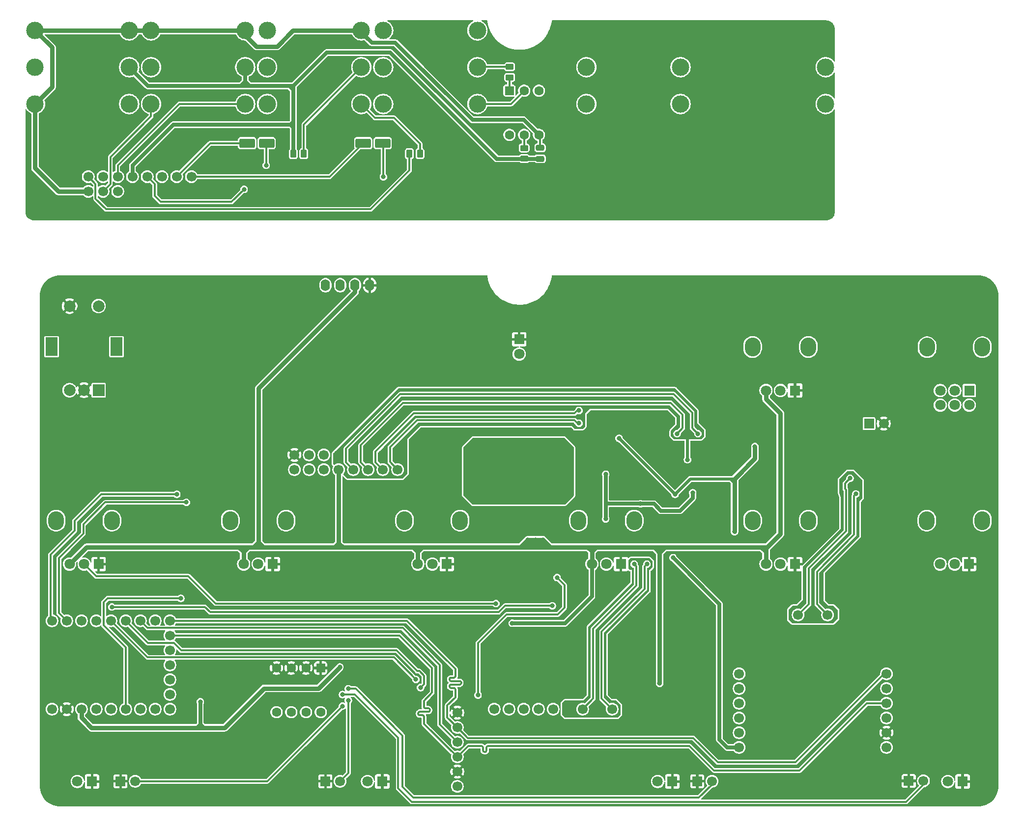
<source format=gbr>
%TF.GenerationSoftware,KiCad,Pcbnew,9.0.3*%
%TF.CreationDate,2025-08-19T09:40:56+02:00*%
%TF.ProjectId,RP2040_DSP,52503230-3430-45f4-9453-502e6b696361,V1.0*%
%TF.SameCoordinates,Original*%
%TF.FileFunction,Copper,L2,Bot*%
%TF.FilePolarity,Positive*%
%FSLAX46Y46*%
G04 Gerber Fmt 4.6, Leading zero omitted, Abs format (unit mm)*
G04 Created by KiCad (PCBNEW 9.0.3) date 2025-08-19 09:40:56*
%MOMM*%
%LPD*%
G01*
G04 APERTURE LIST*
G04 Aperture macros list*
%AMRoundRect*
0 Rectangle with rounded corners*
0 $1 Rounding radius*
0 $2 $3 $4 $5 $6 $7 $8 $9 X,Y pos of 4 corners*
0 Add a 4 corners polygon primitive as box body*
4,1,4,$2,$3,$4,$5,$6,$7,$8,$9,$2,$3,0*
0 Add four circle primitives for the rounded corners*
1,1,$1+$1,$2,$3*
1,1,$1+$1,$4,$5*
1,1,$1+$1,$6,$7*
1,1,$1+$1,$8,$9*
0 Add four rect primitives between the rounded corners*
20,1,$1+$1,$2,$3,$4,$5,0*
20,1,$1+$1,$4,$5,$6,$7,0*
20,1,$1+$1,$6,$7,$8,$9,0*
20,1,$1+$1,$8,$9,$2,$3,0*%
G04 Aperture macros list end*
%TA.AperFunction,ComponentPad*%
%ADD10R,1.700000X1.700000*%
%TD*%
%TA.AperFunction,ComponentPad*%
%ADD11C,1.700000*%
%TD*%
%TA.AperFunction,ComponentPad*%
%ADD12RoundRect,0.250000X-0.550000X0.550000X-0.550000X-0.550000X0.550000X-0.550000X0.550000X0.550000X0*%
%TD*%
%TA.AperFunction,ComponentPad*%
%ADD13C,1.600000*%
%TD*%
%TA.AperFunction,ComponentPad*%
%ADD14RoundRect,0.250000X-0.600000X0.600000X-0.600000X-0.600000X0.600000X-0.600000X0.600000X0.600000X0*%
%TD*%
%TA.AperFunction,ComponentPad*%
%ADD15C,3.000000*%
%TD*%
%TA.AperFunction,ComponentPad*%
%ADD16R,2.000000X2.000000*%
%TD*%
%TA.AperFunction,ComponentPad*%
%ADD17C,2.000000*%
%TD*%
%TA.AperFunction,ComponentPad*%
%ADD18R,2.000000X3.200000*%
%TD*%
%TA.AperFunction,ComponentPad*%
%ADD19R,1.800000X1.800000*%
%TD*%
%TA.AperFunction,ComponentPad*%
%ADD20C,1.800000*%
%TD*%
%TA.AperFunction,SMDPad,CuDef*%
%ADD21RoundRect,0.250000X-1.075000X-0.550000X1.075000X-0.550000X1.075000X0.550000X-1.075000X0.550000X0*%
%TD*%
%TA.AperFunction,ComponentPad*%
%ADD22O,2.720000X3.240000*%
%TD*%
%TA.AperFunction,SMDPad,CuDef*%
%ADD23RoundRect,0.250000X-0.262500X-0.450000X0.262500X-0.450000X0.262500X0.450000X-0.262500X0.450000X0*%
%TD*%
%TA.AperFunction,SMDPad,CuDef*%
%ADD24RoundRect,0.250000X-0.450000X0.262500X-0.450000X-0.262500X0.450000X-0.262500X0.450000X0.262500X0*%
%TD*%
%TA.AperFunction,SMDPad,CuDef*%
%ADD25RoundRect,0.250000X0.450000X-0.262500X0.450000X0.262500X-0.450000X0.262500X-0.450000X-0.262500X0*%
%TD*%
%TA.AperFunction,ComponentPad*%
%ADD26O,1.600000X2.000000*%
%TD*%
%TA.AperFunction,SMDPad,CuDef*%
%ADD27RoundRect,0.250000X0.475000X-0.250000X0.475000X0.250000X-0.475000X0.250000X-0.475000X-0.250000X0*%
%TD*%
%TA.AperFunction,ComponentPad*%
%ADD28RoundRect,0.250000X0.600000X-0.600000X0.600000X0.600000X-0.600000X0.600000X-0.600000X-0.600000X0*%
%TD*%
%TA.AperFunction,ViaPad*%
%ADD29C,0.800000*%
%TD*%
%TA.AperFunction,Conductor*%
%ADD30C,0.650000*%
%TD*%
%TA.AperFunction,Conductor*%
%ADD31C,0.500000*%
%TD*%
%TA.AperFunction,Conductor*%
%ADD32C,0.800000*%
%TD*%
%TA.AperFunction,Conductor*%
%ADD33C,0.320000*%
%TD*%
G04 APERTURE END LIST*
D10*
%TO.P,J5,1,Pin_1*%
%TO.N,GNDD*%
X211728250Y-155200000D03*
D11*
%TO.P,J5,2,Pin_2*%
%TO.N,Net-(J5-Pin_2)*%
X214268250Y-155200000D03*
%TD*%
D12*
%TO.P,SW2,1*%
%TO.N,GNDD*%
X110397500Y-135732500D03*
D13*
%TO.P,SW2,2*%
X107857500Y-135732500D03*
%TO.P,SW2,3*%
X105317500Y-135732500D03*
%TO.P,SW2,4*%
X102777500Y-135732500D03*
%TO.P,SW2,5*%
%TO.N,Net-(U6-IO0_7)*%
X102777500Y-143352500D03*
%TO.P,SW2,6*%
%TO.N,Net-(U6-IO0_6)*%
X105317500Y-143352500D03*
%TO.P,SW2,7*%
%TO.N,Net-(U6-IO0_5)*%
X107857500Y-143352500D03*
%TO.P,SW2,8*%
%TO.N,Net-(U6-IO0_4)*%
X110397500Y-143352500D03*
%TD*%
D10*
%TO.P,J8,1,Pin_1*%
%TO.N,GNDD*%
X75903250Y-155260000D03*
D11*
%TO.P,J8,2,Pin_2*%
%TO.N,Net-(J8-Pin_2)*%
X78443250Y-155260000D03*
%TD*%
D10*
%TO.P,J7,1,Pin_1*%
%TO.N,GNDD*%
X111203250Y-155260000D03*
D11*
%TO.P,J7,2,Pin_2*%
%TO.N,Net-(J7-Pin_2)*%
X113743250Y-155260000D03*
%TD*%
%TO.P,U4,1,5V*%
%TO.N,unconnected-(U4-5V-Pad1)*%
X64087750Y-142812000D03*
%TO.P,U4,2,GND*%
%TO.N,GNDD*%
X66627750Y-142812000D03*
%TO.P,U4,3,3V3*%
%TO.N,+3V3*%
X69167750Y-142812000D03*
%TO.P,U4,4,GP29*%
%TO.N,/INT*%
X71707750Y-142812000D03*
%TO.P,U4,5,GP28*%
%TO.N,/MUX_ADC*%
X74247750Y-142812000D03*
%TO.P,U4,6,GP27*%
%TO.N,/MUX_A*%
X76787750Y-142812000D03*
%TO.P,U4,7,GP26*%
%TO.N,/MUX_B*%
X79327750Y-142812000D03*
%TO.P,U4,8,GP15*%
%TO.N,/MUX_C*%
X81867750Y-142812000D03*
%TO.P,U4,9,GP14*%
%TO.N,/SPI_SCK*%
X84407750Y-142812000D03*
%TO.P,U4,10,GP0*%
%TO.N,/MIDI_TX*%
X64087750Y-127572000D03*
%TO.P,U4,11,GP1*%
%TO.N,/MIDI_RX*%
X66627750Y-127572000D03*
%TO.P,U4,12,GP2*%
%TO.N,/ENC_A*%
X69167750Y-127572000D03*
%TO.P,U4,13,GP3*%
%TO.N,/ENC_B*%
X71707750Y-127572000D03*
%TO.P,U4,14,GP4*%
%TO.N,/I2C_SDA*%
X74247750Y-127572000D03*
%TO.P,U4,15,GP5*%
%TO.N,/I2C_SCL*%
X76787750Y-127572000D03*
%TO.P,U4,16,GP6*%
%TO.N,/I2S_TX*%
X79327750Y-127572000D03*
%TO.P,U4,17,GP7*%
%TO.N,/I2S_RX*%
X81867750Y-127572000D03*
%TO.P,U4,18,GP8*%
%TO.N,/I2S_BCK*%
X84407750Y-127572000D03*
%TO.P,U4,19,GP13*%
%TO.N,/SPI_CS*%
X84407750Y-140272000D03*
%TO.P,U4,20,GP12*%
%TO.N,/SPI_RX*%
X84407750Y-137732000D03*
%TO.P,U4,21,GP11*%
%TO.N,/SPI_TX*%
X84407750Y-135192000D03*
%TO.P,U4,22,GP10*%
%TO.N,/I2S_SCK*%
X84407750Y-132652000D03*
%TO.P,U4,23,GP9*%
%TO.N,/I2S_LRCK*%
X84407750Y-130112000D03*
%TD*%
D14*
%TO.P,J13,1,Pin_1*%
%TO.N,GND*%
X123660000Y-98960000D03*
D11*
%TO.P,J13,2,Pin_2*%
%TO.N,/R_OUT*%
X123660000Y-101500000D03*
%TO.P,J13,3,Pin_3*%
%TO.N,GND*%
X121120000Y-98960000D03*
%TO.P,J13,4,Pin_4*%
%TO.N,/L_OUT*%
X121120000Y-101500000D03*
%TO.P,J13,5,Pin_5*%
%TO.N,GND*%
X118580000Y-98960000D03*
%TO.P,J13,6,Pin_6*%
%TO.N,/L_IN*%
X118580000Y-101500000D03*
%TO.P,J13,7,Pin_7*%
%TO.N,GND*%
X116040000Y-98960000D03*
%TO.P,J13,8,Pin_8*%
%TO.N,/R_IN*%
X116040000Y-101500000D03*
%TO.P,J13,9,Pin_9*%
%TO.N,GND*%
X113500000Y-98960000D03*
%TO.P,J13,10,Pin_10*%
%TO.N,+3V3*%
X113500000Y-101500000D03*
%TO.P,J13,11,Pin_11*%
%TO.N,/EXP_1*%
X110960000Y-98960000D03*
%TO.P,J13,12,Pin_12*%
%TO.N,/VOL_1*%
X110960000Y-101500000D03*
%TO.P,J13,13,Pin_13*%
%TO.N,/VOL_2*%
X108420000Y-98960000D03*
%TO.P,J13,14,Pin_14*%
%TO.N,/MIDI_RX*%
X108420000Y-101500000D03*
%TO.P,J13,15,Pin_15*%
%TO.N,GNDD*%
X105880000Y-98960000D03*
%TO.P,J13,16,Pin_16*%
%TO.N,/MIDI_TX*%
X105880000Y-101500000D03*
%TD*%
%TO.P,U7,1,FMY*%
%TO.N,Net-(U7-FMY)*%
X182503250Y-136720000D03*
%TO.P,U7,2,MD1
*%
X182503250Y-139260000D03*
%TO.P,U7,3,MD0*%
X182503250Y-141800000D03*
%TO.P,U7,4,GND*%
X182503250Y-144340000D03*
%TO.P,U7,5,3V3*%
%TO.N,+3V3*%
X182503250Y-146880000D03*
%TO.P,U7,6,5V*%
%TO.N,+5V*%
X182503250Y-149420000D03*
%TO.P,U7,7,3V3*%
%TO.N,+3V3*%
X207903250Y-149420000D03*
%TO.P,U7,8,GND*%
%TO.N,GNDD*%
X207903250Y-146880000D03*
%TO.P,U7,9,SCK*%
%TO.N,/I2S_SCK*%
X207903250Y-144340000D03*
%TO.P,U7,10,LRCK*%
%TO.N,/I2S_LRCK*%
X207903250Y-141800000D03*
%TO.P,U7,11,OUT*%
%TO.N,/I2S_RX*%
X207903250Y-139260000D03*
%TO.P,U7,12,BCK*%
%TO.N,/I2S_BCK*%
X207903250Y-136720000D03*
%TO.P,U7,13,Lin*%
%TO.N,/L_ADC*%
X197743250Y-126560000D03*
%TO.P,U7,14,GND*%
%TO.N,GND*%
X195203250Y-126560000D03*
%TO.P,U7,15,Rin*%
%TO.N,/R_ADC*%
X192663250Y-126560000D03*
%TD*%
D10*
%TO.P,J6,1,Pin_1*%
%TO.N,GNDD*%
X175278250Y-155260000D03*
D11*
%TO.P,J6,2,Pin_2*%
%TO.N,Net-(J6-Pin_2)*%
X177818250Y-155260000D03*
%TD*%
D10*
%TO.P,J1,1,Pin_1*%
%TO.N,Net-(D1-A)*%
X204878250Y-93550000D03*
D11*
%TO.P,J1,2,Pin_2*%
%TO.N,GNDD*%
X207418250Y-93550000D03*
%TD*%
%TO.P,U8,1,5V*%
%TO.N,+5V*%
X133933250Y-156150000D03*
%TO.P,U8,2,GND*%
%TO.N,GNDD*%
X133933250Y-153610000D03*
%TO.P,U8,3,LRCK*%
%TO.N,/I2S_LRCK*%
X133933250Y-151070000D03*
%TO.P,U8,4,IN*%
%TO.N,/I2S_TX*%
X133933250Y-148530000D03*
%TO.P,U8,5,BCK*%
%TO.N,/I2S_BCK*%
X133933250Y-145990000D03*
%TO.P,U8,6,SCK*%
%TO.N,GNDD*%
X133933250Y-143450000D03*
%TO.P,U8,7,1*%
%TO.N,unconnected-(U8-1-Pad7)*%
X140283250Y-142815000D03*
%TO.P,U8,8,2*%
%TO.N,unconnected-(U8-2-Pad8)*%
X142823250Y-142815000D03*
%TO.P,U8,9,3*%
%TO.N,unconnected-(U8-3-Pad9)*%
X145363250Y-142815000D03*
%TO.P,U8,10,4*%
%TO.N,unconnected-(U8-4-Pad10)*%
X147903250Y-142815000D03*
%TO.P,U8,11,x*%
%TO.N,unconnected-(U8-x-Pad11)*%
X150443250Y-142815000D03*
%TO.P,U8,12,GND*%
%TO.N,GND*%
X152983250Y-142815000D03*
%TO.P,U8,13,ROUT*%
%TO.N,/R_DAC*%
X155523250Y-142815000D03*
%TO.P,U8,14,GND*%
%TO.N,GND*%
X158063250Y-142815000D03*
%TO.P,U8,15,LOUT*%
%TO.N,/L_DAC*%
X160603250Y-142815000D03*
%TD*%
D15*
%TO.P,J3,R*%
%TO.N,+3V3d*%
X97400000Y-32085000D03*
%TO.P,J3,RN*%
%TO.N,unconnected-(J3-PadRN)*%
X81170000Y-32085000D03*
%TO.P,J3,S*%
%TO.N,GNDDd*%
X97400000Y-25735000D03*
%TO.P,J3,SN*%
X81170000Y-25735000D03*
%TO.P,J3,T*%
%TO.N,/VOL_1d*%
X97400000Y-38435000D03*
%TO.P,J3,TN*%
%TO.N,/VOL_2d*%
X81170000Y-38435000D03*
%TD*%
D16*
%TO.P,SW1,A,A*%
%TO.N,/ENC_B*%
X72126500Y-87800000D03*
D17*
%TO.P,SW1,B,B*%
%TO.N,/ENC_A*%
X67126500Y-87800000D03*
%TO.P,SW1,C,C*%
%TO.N,GNDD*%
X69626500Y-87800000D03*
D18*
%TO.P,SW1,MP*%
%TO.N,N/C*%
X64026500Y-80300000D03*
X75226500Y-80300000D03*
D17*
%TO.P,SW1,S1,S1*%
%TO.N,GNDD*%
X67126500Y-73300000D03*
%TO.P,SW1,S2,S2*%
%TO.N,Net-(U6-IO1_4)*%
X72126500Y-73300000D03*
%TD*%
D19*
%TO.P,D7,1,K*%
%TO.N,GNDD*%
X71001500Y-155300000D03*
D20*
%TO.P,D7,2,A*%
%TO.N,Net-(D7-A)*%
X68461500Y-155300000D03*
%TD*%
D19*
%TO.P,D8,1,K*%
%TO.N,GNDD*%
X144603250Y-79025000D03*
D20*
%TO.P,D8,2,A*%
%TO.N,Net-(D8-A)*%
X144603250Y-81565000D03*
%TD*%
D21*
%TO.P,C32,1*%
%TO.N,/R_OUTd*%
X117725000Y-45200000D03*
%TO.P,C32,2*%
%TO.N,Net-(C32-Pad2)*%
X121075000Y-45200000D03*
%TD*%
D15*
%TO.P,J12,R*%
%TO.N,Net-(C32-Pad2)*%
X172400000Y-32085000D03*
%TO.P,J12,RN*%
%TO.N,unconnected-(J12-PadRN)*%
X156170000Y-32085000D03*
%TO.P,J12,S*%
%TO.N,GNDd*%
X172400000Y-25735000D03*
%TO.P,J12,SN*%
X156170000Y-25735000D03*
%TO.P,J12,T*%
%TO.N,Net-(C33-Pad2)*%
X172400000Y-38435000D03*
%TO.P,J12,TN*%
%TO.N,unconnected-(J12-PadTN)*%
X156170000Y-38435000D03*
%TD*%
%TO.P,J11,R*%
%TO.N,Net-(J11-PadR)*%
X137400000Y-32085000D03*
%TO.P,J11,RN*%
%TO.N,unconnected-(J11-PadRN)*%
X121170000Y-32085000D03*
%TO.P,J11,S*%
%TO.N,unconnected-(J11-PadS)*%
X137400000Y-25735000D03*
%TO.P,J11,SN*%
%TO.N,unconnected-(J11-PadSN)*%
X121170000Y-25735000D03*
%TO.P,J11,T*%
%TO.N,Net-(J11-PadT)*%
X137400000Y-38435000D03*
%TO.P,J11,TN*%
%TO.N,unconnected-(J11-PadTN)*%
X121170000Y-38435000D03*
%TD*%
D22*
%TO.P,RV6,*%
%TO.N,*%
X184826500Y-80350000D03*
X194426500Y-80350000D03*
D19*
%TO.P,RV6,1,1*%
%TO.N,GNDD*%
X192126500Y-87850000D03*
D20*
%TO.P,RV6,2,2*%
%TO.N,/VOL_2*%
X189626500Y-87850000D03*
%TO.P,RV6,3,3*%
%TO.N,+3V3*%
X187126500Y-87850000D03*
%TD*%
D22*
%TO.P,RV7,*%
%TO.N,*%
X64826500Y-110300000D03*
X74426500Y-110300000D03*
D19*
%TO.P,RV7,1,1*%
%TO.N,GNDD*%
X72126500Y-117800000D03*
D20*
%TO.P,RV7,2,2*%
%TO.N,POT_6*%
X69626500Y-117800000D03*
%TO.P,RV7,3,3*%
%TO.N,+3V3*%
X67126500Y-117800000D03*
%TD*%
D15*
%TO.P,J10,R*%
%TO.N,Net-(J10-PadR)*%
X117400000Y-32085000D03*
%TO.P,J10,RN*%
%TO.N,unconnected-(J10-PadRN)*%
X101170000Y-32085000D03*
%TO.P,J10,S*%
%TO.N,GNDDd*%
X117400000Y-25735000D03*
%TO.P,J10,SN*%
%TO.N,unconnected-(J10-PadSN)*%
X101170000Y-25735000D03*
%TO.P,J10,T*%
%TO.N,Net-(J10-PadT)*%
X117400000Y-38435000D03*
%TO.P,J10,TN*%
%TO.N,unconnected-(J10-PadTN)*%
X101170000Y-38435000D03*
%TD*%
D23*
%TO.P,R16,1*%
%TO.N,/MIDI_TXd*%
X125687500Y-47000000D03*
%TO.P,R16,2*%
%TO.N,Net-(J10-PadT)*%
X127512500Y-47000000D03*
%TD*%
D22*
%TO.P,RV1,*%
%TO.N,*%
X214826500Y-110300000D03*
X224426500Y-110300000D03*
D19*
%TO.P,RV1,1,1*%
%TO.N,GNDD*%
X222126500Y-117800000D03*
D20*
%TO.P,RV1,2,2*%
%TO.N,POT_1*%
X219626500Y-117800000D03*
%TO.P,RV1,3,3*%
%TO.N,+3V3*%
X217126500Y-117800000D03*
%TD*%
D15*
%TO.P,J2,R*%
%TO.N,+3V3d*%
X77400000Y-32085000D03*
%TO.P,J2,RN*%
%TO.N,unconnected-(J2-PadRN)*%
X61170000Y-32085000D03*
%TO.P,J2,S*%
%TO.N,GNDDd*%
X77400000Y-25735000D03*
%TO.P,J2,SN*%
X61170000Y-25735000D03*
%TO.P,J2,T*%
%TO.N,/EXP_1d*%
X77400000Y-38435000D03*
%TO.P,J2,TN*%
%TO.N,GNDDd*%
X61170000Y-38435000D03*
%TD*%
D24*
%TO.P,R18,1*%
%TO.N,Net-(J11-PadR)*%
X142960000Y-32022500D03*
%TO.P,R18,2*%
%TO.N,Net-(R18-Pad2)*%
X142960000Y-33847500D03*
%TD*%
D25*
%TO.P,R15,1*%
%TO.N,+3V3d*%
X145460000Y-47847500D03*
%TO.P,R15,2*%
%TO.N,/MIDI_RXd*%
X145460000Y-46022500D03*
%TD*%
D22*
%TO.P,RV2,*%
%TO.N,*%
X184826500Y-110300000D03*
X194426500Y-110300000D03*
D19*
%TO.P,RV2,1,1*%
%TO.N,GNDD*%
X192126500Y-117800000D03*
D20*
%TO.P,RV2,2,2*%
%TO.N,POT_2*%
X189626500Y-117800000D03*
%TO.P,RV2,3,3*%
%TO.N,+3V3*%
X187126500Y-117800000D03*
%TD*%
D21*
%TO.P,C33,1*%
%TO.N,/L_OUTd*%
X97725000Y-45200000D03*
%TO.P,C33,2*%
%TO.N,Net-(C33-Pad2)*%
X101075000Y-45200000D03*
%TD*%
D26*
%TO.P,U12,1,GND*%
%TO.N,GNDD*%
X118846500Y-69700000D03*
%TO.P,U12,2,VCC*%
%TO.N,+3V3*%
X116306500Y-69700000D03*
%TO.P,U12,3,DCL*%
%TO.N,/I2C_SCL*%
X113766500Y-69700000D03*
%TO.P,U12,4,SDA*%
%TO.N,/I2C_SDA*%
X111226500Y-69700000D03*
%TD*%
D22*
%TO.P,RV3,*%
%TO.N,*%
X154826500Y-110300000D03*
X164426500Y-110300000D03*
D19*
%TO.P,RV3,1,1*%
%TO.N,GNDD*%
X162126500Y-117800000D03*
D20*
%TO.P,RV3,2,2*%
%TO.N,POT_3*%
X159626500Y-117800000D03*
%TO.P,RV3,3,3*%
%TO.N,+3V3*%
X157126500Y-117800000D03*
%TD*%
D23*
%TO.P,R17,1*%
%TO.N,+3V3d*%
X105675000Y-47000000D03*
%TO.P,R17,2*%
%TO.N,Net-(J10-PadR)*%
X107500000Y-47000000D03*
%TD*%
D19*
%TO.P,D4,1,K*%
%TO.N,GNDD*%
X221001500Y-155300000D03*
D20*
%TO.P,D4,2,A*%
%TO.N,Net-(D4-A)*%
X218461500Y-155300000D03*
%TD*%
D27*
%TO.P,C31,1*%
%TO.N,+3V3d*%
X148210000Y-47885000D03*
%TO.P,C31,2*%
%TO.N,GNDDd*%
X148210000Y-45985000D03*
%TD*%
D22*
%TO.P,RV5,*%
%TO.N,*%
X94826500Y-110300000D03*
X104426500Y-110300000D03*
D19*
%TO.P,RV5,1,1*%
%TO.N,GNDD*%
X102126500Y-117800000D03*
D20*
%TO.P,RV5,2,2*%
%TO.N,POT_5*%
X99626500Y-117800000D03*
%TO.P,RV5,3,3*%
%TO.N,+3V3*%
X97126500Y-117800000D03*
%TD*%
D22*
%TO.P,RV8,*%
%TO.N,*%
X214900000Y-80375000D03*
X224400000Y-80375000D03*
D19*
%TO.P,RV8,1,1*%
%TO.N,Net-(U9A--)*%
X222150000Y-87875000D03*
D20*
%TO.P,RV8,2,2*%
%TO.N,/R_ADC*%
X219650000Y-87875000D03*
%TO.P,RV8,3,3*%
X217150000Y-87875000D03*
%TO.P,RV8,4,4*%
%TO.N,Net-(U9B--)*%
X222150000Y-90375000D03*
%TO.P,RV8,5,5*%
%TO.N,/L_ADC*%
X219650000Y-90375000D03*
%TO.P,RV8,6,6*%
X217150000Y-90375000D03*
%TD*%
D19*
%TO.P,D5,1,K*%
%TO.N,GNDD*%
X171001500Y-155300000D03*
D20*
%TO.P,D5,2,A*%
%TO.N,Net-(D5-A)*%
X168461500Y-155300000D03*
%TD*%
D28*
%TO.P,J4,1,Pin_1*%
%TO.N,GNDd*%
X88120000Y-53500000D03*
D11*
%TO.P,J4,2,Pin_2*%
%TO.N,/R_OUTd*%
X88120000Y-50960000D03*
%TO.P,J4,3,Pin_3*%
%TO.N,GNDd*%
X85580000Y-53500000D03*
%TO.P,J4,4,Pin_4*%
%TO.N,/L_OUTd*%
X85580000Y-50960000D03*
%TO.P,J4,5,Pin_5*%
%TO.N,GNDd*%
X83040000Y-53500000D03*
%TO.P,J4,6,Pin_6*%
%TO.N,/L_INd*%
X83040000Y-50960000D03*
%TO.P,J4,7,Pin_7*%
%TO.N,GNDd*%
X80500000Y-53500000D03*
%TO.P,J4,8,Pin_8*%
%TO.N,/R_INd*%
X80500000Y-50960000D03*
%TO.P,J4,9,Pin_9*%
%TO.N,GNDd*%
X77960000Y-53500000D03*
%TO.P,J4,10,Pin_10*%
%TO.N,+3V3d*%
X77960000Y-50960000D03*
%TO.P,J4,11,Pin_11*%
%TO.N,/EXP_1d*%
X75420000Y-53500000D03*
%TO.P,J4,12,Pin_12*%
%TO.N,/VOL_1d*%
X75420000Y-50960000D03*
%TO.P,J4,13,Pin_13*%
%TO.N,/VOL_2d*%
X72880000Y-53500000D03*
%TO.P,J4,14,Pin_14*%
%TO.N,/MIDI_RXd*%
X72880000Y-50960000D03*
%TO.P,J4,15,Pin_15*%
%TO.N,GNDDd*%
X70340000Y-53500000D03*
%TO.P,J4,16,Pin_16*%
%TO.N,/MIDI_TXd*%
X70340000Y-50960000D03*
%TD*%
D12*
%TO.P,U11,1*%
%TO.N,Net-(R18-Pad2)*%
X142920000Y-36130000D03*
D13*
%TO.P,U11,2*%
%TO.N,Net-(J11-PadT)*%
X145460000Y-36130000D03*
%TO.P,U11,3,NC*%
%TO.N,unconnected-(U11-NC-Pad3)*%
X148000000Y-36130000D03*
%TO.P,U11,4*%
%TO.N,GNDDd*%
X148000000Y-43750000D03*
%TO.P,U11,5*%
%TO.N,/MIDI_RXd*%
X145460000Y-43750000D03*
%TO.P,U11,6*%
%TO.N,unconnected-(U11-Pad6)*%
X142920000Y-43750000D03*
%TD*%
D19*
%TO.P,D6,1,K*%
%TO.N,GNDD*%
X121001500Y-155300000D03*
D20*
%TO.P,D6,2,A*%
%TO.N,Net-(D6-A)*%
X118461500Y-155300000D03*
%TD*%
D15*
%TO.P,J9,R*%
%TO.N,/R_INd*%
X197400000Y-32085000D03*
%TO.P,J9,RN*%
%TO.N,GNDd*%
X181170000Y-32085000D03*
%TO.P,J9,S*%
X197400000Y-25735000D03*
%TO.P,J9,SN*%
X181170000Y-25735000D03*
%TO.P,J9,T*%
%TO.N,/L_INd*%
X197400000Y-38435000D03*
%TO.P,J9,TN*%
%TO.N,GNDd*%
X181170000Y-38435000D03*
%TD*%
D22*
%TO.P,RV4,*%
%TO.N,*%
X124826500Y-110300000D03*
X134426500Y-110300000D03*
D19*
%TO.P,RV4,1,1*%
%TO.N,GNDD*%
X132126500Y-117800000D03*
D20*
%TO.P,RV4,2,2*%
%TO.N,POT_4*%
X129626500Y-117800000D03*
%TO.P,RV4,3,3*%
%TO.N,+3V3*%
X127126500Y-117800000D03*
%TD*%
D29*
%TO.N,GND*%
X174503250Y-105500000D03*
X201603250Y-104400000D03*
X159503250Y-102300000D03*
X165500000Y-107400000D03*
X154903250Y-92400000D03*
X159503250Y-110000000D03*
X173603250Y-92000000D03*
X173603250Y-99800000D03*
X165503250Y-117800000D03*
%TO.N,VCC*%
X161803250Y-96100000D03*
X171453250Y-105750000D03*
X185226625Y-97526625D03*
X181703250Y-112200000D03*
%TO.N,+5V*%
X171103250Y-116700000D03*
%TO.N,+3V3*%
X147403250Y-114900000D03*
X140500000Y-96500000D03*
X149700000Y-101000000D03*
X144525000Y-106500000D03*
X149700000Y-98000000D03*
X140500000Y-98000000D03*
X146100000Y-113600000D03*
X139300000Y-96500000D03*
X148500000Y-99500000D03*
X139300000Y-99500000D03*
X148500000Y-101000000D03*
X168800000Y-138375000D03*
X147400000Y-113600000D03*
X148500000Y-98000000D03*
X139300000Y-101000000D03*
X143403250Y-128000000D03*
X148700000Y-113600000D03*
X149700000Y-99500000D03*
X148500000Y-96500000D03*
X113700000Y-135550000D03*
X148703250Y-114900000D03*
X139300000Y-98000000D03*
X146103250Y-114900000D03*
X89653250Y-141550000D03*
X140500000Y-101000000D03*
X140500000Y-99500000D03*
X149700000Y-96500000D03*
%TO.N,/L_ADC*%
X202603250Y-105700000D03*
%TO.N,/R_ADC*%
X201603250Y-103000000D03*
%TO.N,/L_DAC*%
X166603250Y-117800000D03*
%TO.N,/R_DAC*%
X164403250Y-117800000D03*
%TO.N,/I2C_SCL*%
X127603250Y-139100000D03*
%TO.N,/I2C_SDA*%
X126803250Y-137700000D03*
%TO.N,POT_6*%
X140603250Y-124600000D03*
%TO.N,/MUX_ADC*%
X74403250Y-125200000D03*
X150303250Y-125000000D03*
%TO.N,/MUX_A*%
X86303250Y-123700000D03*
%TO.N,Net-(J5-Pin_2)*%
X114153250Y-140300000D03*
%TO.N,Net-(J6-Pin_2)*%
X115153250Y-139300000D03*
%TO.N,Net-(J7-Pin_2)*%
X115153250Y-141300000D03*
%TO.N,Net-(J8-Pin_2)*%
X114153250Y-142300000D03*
%TO.N,/L_OUT*%
X154903250Y-91300000D03*
%TO.N,/R_IN*%
X175403250Y-95300000D03*
%TO.N,/L_IN*%
X171803250Y-95300000D03*
%TO.N,/R_OUT*%
X154903250Y-93500000D03*
%TO.N,/MIDI_TX*%
X85600000Y-105750000D03*
%TO.N,Net-(U6-IO1_7)*%
X137503250Y-140400000D03*
X151126625Y-120123375D03*
%TO.N,/R_INd*%
X97200000Y-53150000D03*
%TO.N,/MIDI_RX*%
X87250000Y-107150000D03*
%TO.N,Net-(C32-Pad2)*%
X121200000Y-51000000D03*
%TO.N,Net-(C33-Pad2)*%
X101000000Y-49000000D03*
%TD*%
D30*
%TO.N,GND*%
X174503250Y-106396750D02*
X172300000Y-108600000D01*
X167800000Y-107400000D02*
X165500000Y-107400000D01*
X165500000Y-107400000D02*
X159503250Y-107400000D01*
X159503250Y-110000000D02*
X159503250Y-106400000D01*
X172300000Y-108600000D02*
X169000000Y-108600000D01*
X169000000Y-108600000D02*
X167800000Y-107400000D01*
X159503250Y-107400000D02*
X159503250Y-106400000D01*
D31*
X173603250Y-99800000D02*
X173603250Y-92000000D01*
D30*
X159503250Y-106400000D02*
X159503250Y-102300000D01*
X174503250Y-105500000D02*
X174503250Y-106396750D01*
D32*
%TO.N,VCC*%
X181703250Y-103800000D02*
X181703250Y-103096750D01*
D31*
X174106500Y-103096750D02*
X180000000Y-103096750D01*
D32*
X185226625Y-99573375D02*
X185226625Y-97526625D01*
D31*
X171453250Y-105750000D02*
X174106500Y-103096750D01*
X180000000Y-103096750D02*
X181000000Y-103096750D01*
D32*
X181703250Y-103096750D02*
X185226625Y-99573375D01*
D31*
X180000000Y-103096750D02*
X181703250Y-103096750D01*
X161803250Y-96100000D02*
X171453250Y-105750000D01*
D32*
X181703250Y-112200000D02*
X181703250Y-103800000D01*
D31*
X181000000Y-103096750D02*
X181703250Y-103800000D01*
D30*
%TO.N,+5V*%
X179103250Y-148100000D02*
X179103250Y-124700000D01*
X179103250Y-124700000D02*
X171103250Y-116700000D01*
X182503250Y-149420000D02*
X180423250Y-149420000D01*
X180423250Y-149420000D02*
X179103250Y-148100000D01*
D32*
%TO.N,+3V3*%
X100553250Y-114900000D02*
X99703250Y-114050000D01*
X99703250Y-114050000D02*
X99703250Y-114900000D01*
D30*
X89653250Y-145453250D02*
X90250000Y-146050000D01*
D32*
X157126500Y-115600000D02*
X157126500Y-114923250D01*
X148700000Y-113600000D02*
X146100000Y-113600000D01*
X148703250Y-114900000D02*
X151000000Y-114900000D01*
X115150000Y-114900000D02*
X117150000Y-114900000D01*
X157126500Y-117800000D02*
X157126500Y-115600000D01*
X160100000Y-114900000D02*
X157826500Y-114900000D01*
X185150000Y-114900000D02*
X186326500Y-114900000D01*
X187303250Y-114900000D02*
X189603250Y-112600000D01*
X125700000Y-114900000D02*
X126376500Y-114900000D01*
X146100000Y-114896750D02*
X146103250Y-114900000D01*
X69167750Y-142812000D02*
X69167750Y-144314500D01*
X189603250Y-112600000D02*
X189603250Y-91800000D01*
X167200000Y-114900000D02*
X167900000Y-114900000D01*
X117150000Y-114900000D02*
X125700000Y-114900000D01*
X144800000Y-114900000D02*
X144000000Y-114900000D01*
X126376500Y-114900000D02*
X127126500Y-115650000D01*
X99703250Y-114900000D02*
X101750000Y-114900000D01*
X70903250Y-146050000D02*
X89050000Y-146050000D01*
X168103250Y-114900000D02*
X171700000Y-114900000D01*
X93800000Y-146050000D02*
X90250000Y-146050000D01*
X171700000Y-114900000D02*
X185150000Y-114900000D01*
X127403250Y-114900000D02*
X130050000Y-114900000D01*
X97926500Y-114900000D02*
X97126500Y-115700000D01*
D30*
X89653250Y-144400000D02*
X89653250Y-145453250D01*
D32*
X69167750Y-144314500D02*
X70903250Y-146050000D01*
X130050000Y-114900000D02*
X127876500Y-114900000D01*
X99703250Y-87500000D02*
X116306500Y-70896750D01*
X113500000Y-114200000D02*
X113500000Y-101500000D01*
X169700000Y-114900000D02*
X168800000Y-115800000D01*
X125700000Y-114900000D02*
X127403250Y-114900000D01*
X127126500Y-115176750D02*
X127403250Y-114900000D01*
X150000000Y-114900000D02*
X151000000Y-114900000D01*
X168800000Y-115800000D02*
X168800000Y-138375000D01*
X185150000Y-114900000D02*
X187303250Y-114900000D01*
X157103250Y-114900000D02*
X160100000Y-114900000D01*
X70026500Y-114900000D02*
X94800000Y-114900000D01*
X148703250Y-113603250D02*
X148700000Y-113600000D01*
X98853250Y-114900000D02*
X97926500Y-114900000D01*
X127126500Y-117800000D02*
X127126500Y-115650000D01*
D30*
X89653250Y-144400000D02*
X89653250Y-145446750D01*
D32*
X113500000Y-114200000D02*
X114200000Y-114900000D01*
X146100000Y-113600000D02*
X144800000Y-114900000D01*
X89050000Y-146050000D02*
X89653250Y-146050000D01*
D30*
X157126500Y-117800000D02*
X157126500Y-123376750D01*
D32*
X171700000Y-114900000D02*
X169700000Y-114900000D01*
X67126500Y-117800000D02*
X70026500Y-114900000D01*
D30*
X152503250Y-128000000D02*
X143403250Y-128000000D01*
D32*
X167200000Y-114900000D02*
X168103250Y-114900000D01*
X109998375Y-139251625D02*
X100598375Y-139251625D01*
X144000000Y-114900000D02*
X148703250Y-114900000D01*
X187126500Y-89323250D02*
X187126500Y-87850000D01*
X189603250Y-91800000D02*
X187126500Y-89323250D01*
X167900000Y-114900000D02*
X168800000Y-115800000D01*
X155000000Y-114900000D02*
X156426500Y-114900000D01*
X94800000Y-114900000D02*
X97003250Y-114900000D01*
X112800000Y-114900000D02*
X112400000Y-114900000D01*
X157126500Y-114923250D02*
X157103250Y-114900000D01*
X112400000Y-114900000D02*
X115150000Y-114900000D01*
X113500000Y-114900000D02*
X113500000Y-114200000D01*
X148700000Y-113600000D02*
X150000000Y-114900000D01*
X130050000Y-114900000D02*
X144000000Y-114900000D01*
X97126500Y-115023250D02*
X97003250Y-114900000D01*
X100598375Y-139251625D02*
X93800000Y-146050000D01*
X97126500Y-115700000D02*
X97126500Y-115023250D01*
D30*
X89653250Y-141550000D02*
X89653250Y-144400000D01*
D32*
X116306500Y-69700000D02*
X116306500Y-70896750D01*
X148703250Y-114900000D02*
X148703250Y-114200000D01*
X127126500Y-115650000D02*
X127126500Y-115176750D01*
X117150000Y-114900000D02*
X113500000Y-114900000D01*
X146100000Y-114200000D02*
X148703250Y-114200000D01*
X157826500Y-114900000D02*
X157126500Y-115600000D01*
X113500000Y-114200000D02*
X112800000Y-114900000D01*
X98150000Y-114900000D02*
X98853250Y-114900000D01*
D30*
X89653250Y-145446750D02*
X89050000Y-146050000D01*
D32*
X187126500Y-115076750D02*
X187303250Y-114900000D01*
X187126500Y-117800000D02*
X187126500Y-115700000D01*
X160100000Y-114900000D02*
X167200000Y-114900000D01*
X99703250Y-87500000D02*
X99703250Y-114050000D01*
X114200000Y-114900000D02*
X115150000Y-114900000D01*
X148703250Y-114200000D02*
X148703250Y-113603250D01*
X101750000Y-114900000D02*
X100553250Y-114900000D01*
D30*
X89653250Y-144400000D02*
X89653250Y-146050000D01*
D32*
X94800000Y-114900000D02*
X96326500Y-114900000D01*
X146100000Y-114200000D02*
X146100000Y-114896750D01*
X113700000Y-135550000D02*
X109998375Y-139251625D01*
X98853250Y-114900000D02*
X99703250Y-114050000D01*
X155000000Y-114900000D02*
X157103250Y-114900000D01*
X98150000Y-114900000D02*
X99703250Y-114900000D01*
X168103250Y-114900000D02*
X168900000Y-114900000D01*
X168900000Y-114900000D02*
X168800000Y-115000000D01*
X90250000Y-146050000D02*
X89653250Y-146050000D01*
X97003250Y-114900000D02*
X98150000Y-114900000D01*
X127876500Y-114900000D02*
X127126500Y-115650000D01*
X146100000Y-113600000D02*
X146100000Y-114200000D01*
X186326500Y-114900000D02*
X187126500Y-115700000D01*
X96326500Y-114900000D02*
X97126500Y-115700000D01*
X101750000Y-114900000D02*
X112400000Y-114900000D01*
X168800000Y-115000000D02*
X168800000Y-115800000D01*
X97126500Y-117800000D02*
X97126500Y-115700000D01*
X151000000Y-114900000D02*
X155000000Y-114900000D01*
X156426500Y-114900000D02*
X157126500Y-115600000D01*
D30*
X157126500Y-123376750D02*
X152503250Y-128000000D01*
D32*
X187126500Y-115700000D02*
X187126500Y-115076750D01*
D33*
%TO.N,/L_ADC*%
X195903250Y-119096750D02*
X195903250Y-124720000D01*
X202303250Y-106000000D02*
X202303250Y-112696750D01*
X202303250Y-112696750D02*
X195903250Y-119096750D01*
X195903250Y-124720000D02*
X197743250Y-126560000D01*
X202603250Y-105700000D02*
X202303250Y-106000000D01*
%TO.N,/R_ADC*%
X200903250Y-112100000D02*
X194503250Y-118500000D01*
X194503250Y-124720000D02*
X192663250Y-126560000D01*
X201603250Y-103000000D02*
X200753250Y-103850000D01*
X200753250Y-104850000D02*
X200903250Y-105000000D01*
X200903250Y-105000000D02*
X200903250Y-112100000D01*
X194503250Y-118500000D02*
X194503250Y-124720000D01*
X200753250Y-103850000D02*
X200753250Y-104850000D01*
%TO.N,/L_DAC*%
X166203250Y-122100000D02*
X166203250Y-118200000D01*
X158803250Y-141015000D02*
X158803250Y-129500000D01*
X158803250Y-141015000D02*
X160603250Y-142815000D01*
X158803250Y-129500000D02*
X166203250Y-122100000D01*
X166203250Y-118200000D02*
X166603250Y-117800000D01*
%TO.N,/R_DAC*%
X164803250Y-121500000D02*
X164803250Y-118200000D01*
X157353250Y-128950000D02*
X164803250Y-121500000D01*
X164803250Y-118200000D02*
X164403250Y-117800000D01*
X157353250Y-140985000D02*
X157353250Y-128950000D01*
X155523250Y-142815000D02*
X157353250Y-140985000D01*
%TO.N,/I2C_SCL*%
X80615750Y-131400000D02*
X76787750Y-127572000D01*
X85103250Y-131400000D02*
X80615750Y-131400000D01*
X123503250Y-132700000D02*
X86403250Y-132700000D01*
X127403250Y-136250000D02*
X127053250Y-136250000D01*
X127053250Y-136250000D02*
X123503250Y-132700000D01*
X128203250Y-138500000D02*
X128203250Y-137050000D01*
X127603250Y-139100000D02*
X128203250Y-138500000D01*
X86403250Y-132700000D02*
X85103250Y-131400000D01*
X128203250Y-137050000D02*
X127403250Y-136250000D01*
%TO.N,/I2C_SDA*%
X126803250Y-137700000D02*
X123003250Y-133900000D01*
X80575750Y-133900000D02*
X74247750Y-127572000D01*
X123003250Y-133900000D02*
X80575750Y-133900000D01*
%TO.N,POT_6*%
X71726500Y-119900000D02*
X69626500Y-117800000D01*
X140603250Y-124600000D02*
X92303250Y-124600000D01*
X92303250Y-124600000D02*
X87603250Y-119900000D01*
X87603250Y-119900000D02*
X71726500Y-119900000D01*
%TO.N,/MUX_ADC*%
X141050000Y-126100000D02*
X142150000Y-125000000D01*
X74403250Y-125200000D02*
X90450000Y-125200000D01*
X91350000Y-126100000D02*
X141050000Y-126100000D01*
X90450000Y-125200000D02*
X91350000Y-126100000D01*
X142150000Y-125000000D02*
X150303250Y-125000000D01*
%TO.N,/MUX_A*%
X73003250Y-128400000D02*
X76787750Y-132184500D01*
X76787750Y-132184500D02*
X76787750Y-142812000D01*
X73003250Y-124400000D02*
X73003250Y-128400000D01*
X73703250Y-123700000D02*
X73003250Y-124400000D01*
X86303250Y-123700000D02*
X73703250Y-123700000D01*
%TO.N,/I2S_TX*%
X80580750Y-128825000D02*
X124528250Y-128825000D01*
X79327750Y-127572000D02*
X80580750Y-128825000D01*
X124528250Y-128825000D02*
X130903250Y-135200000D01*
X130903250Y-145500000D02*
X133933250Y-148530000D01*
X130903250Y-135200000D02*
X130903250Y-145500000D01*
%TO.N,/I2S_LRCK*%
X127443250Y-143888321D02*
X127963250Y-143888321D01*
X84407750Y-130112000D02*
X123965250Y-130112000D01*
X123965250Y-130112000D02*
X129603250Y-135750000D01*
X178153250Y-153400000D02*
X192903250Y-153400000D01*
X173953250Y-149200000D02*
X178153250Y-153400000D01*
X133933250Y-151070000D02*
X135803250Y-149200000D01*
X127443250Y-143288321D02*
X128963250Y-143288321D01*
X135803250Y-149200000D02*
X138123058Y-149200000D01*
X128443250Y-142688321D02*
X128963250Y-142688321D01*
X192903250Y-153400000D02*
X204503250Y-141800000D01*
X128203250Y-144128321D02*
X128203250Y-145340000D01*
X129603250Y-140000000D02*
X128203250Y-141400000D01*
X129203250Y-142928321D02*
X129203250Y-143048321D01*
X139203058Y-149200000D02*
X173953250Y-149200000D01*
X138963058Y-149960000D02*
X138963058Y-149440000D01*
X129603250Y-135750000D02*
X129603250Y-140000000D01*
X128203250Y-141400000D02*
X128203250Y-142448321D01*
X138363058Y-149440000D02*
X138363058Y-149960000D01*
X128203250Y-145340000D02*
X133933250Y-151070000D01*
X127203250Y-143528321D02*
X127203250Y-143648321D01*
X138603058Y-150200000D02*
X138723058Y-150200000D01*
X204503250Y-141800000D02*
X207903250Y-141800000D01*
X127963250Y-143888321D02*
G75*
G02*
X128203279Y-144128321I50J-239979D01*
G01*
X138963058Y-149440000D02*
G75*
G02*
X139203058Y-149199958I240042J0D01*
G01*
X138123058Y-149200000D02*
G75*
G02*
X138363100Y-149440000I42J-240000D01*
G01*
X129203250Y-143048321D02*
G75*
G02*
X128963250Y-143288250I-239950J21D01*
G01*
X128963250Y-142688321D02*
G75*
G02*
X129203279Y-142928321I50J-239979D01*
G01*
X138723058Y-150200000D02*
G75*
G03*
X138963100Y-149960000I42J240000D01*
G01*
X128203250Y-142448321D02*
G75*
G03*
X128443250Y-142688250I239950J21D01*
G01*
X127443250Y-143288321D02*
G75*
G03*
X127203221Y-143528321I-50J-239979D01*
G01*
X127203250Y-143648321D02*
G75*
G03*
X127443250Y-143888250I239950J21D01*
G01*
X138363058Y-149960000D02*
G75*
G03*
X138603058Y-150200042I240042J0D01*
G01*
%TO.N,/I2S_BCK*%
X125275250Y-127572000D02*
X133603250Y-135900000D01*
X132603250Y-138819578D02*
X132603250Y-138939578D01*
X132203250Y-144260000D02*
X133933250Y-145990000D01*
X132843250Y-137979578D02*
X134363250Y-137979578D01*
X192203250Y-152000000D02*
X178803250Y-152000000D01*
X132843250Y-139179578D02*
X133363250Y-139179578D01*
X178803250Y-152000000D02*
X174603250Y-147800000D01*
X207483250Y-136720000D02*
X192203250Y-152000000D01*
X133603250Y-140800000D02*
X132203250Y-142200000D01*
X133603250Y-135900000D02*
X133603250Y-137139578D01*
X84407750Y-127572000D02*
X125275250Y-127572000D01*
X132603250Y-137619578D02*
X132603250Y-137739578D01*
X133363250Y-137379578D02*
X132843250Y-137379578D01*
X174603250Y-147800000D02*
X135743250Y-147800000D01*
X135743250Y-147800000D02*
X133933250Y-145990000D01*
X133603250Y-139419578D02*
X133603250Y-140800000D01*
X132843250Y-138579578D02*
X134363250Y-138579578D01*
X132203250Y-142200000D02*
X132203250Y-144260000D01*
X134603250Y-138219578D02*
X134603250Y-138339578D01*
X133363250Y-139179578D02*
G75*
G02*
X133603322Y-139419578I50J-240022D01*
G01*
X134603250Y-138339578D02*
G75*
G02*
X134363250Y-138579550I-239950J-22D01*
G01*
X133603250Y-137139578D02*
G75*
G02*
X133363250Y-137379550I-239950J-22D01*
G01*
X134363250Y-137979578D02*
G75*
G02*
X134603322Y-138219578I50J-240022D01*
G01*
X132603250Y-138939578D02*
G75*
G03*
X132843250Y-139179550I239950J-22D01*
G01*
X132603250Y-137739578D02*
G75*
G03*
X132843250Y-137979550I239950J-22D01*
G01*
X132843250Y-137379578D02*
G75*
G03*
X132603178Y-137619578I-50J-240022D01*
G01*
X132843250Y-138579578D02*
G75*
G03*
X132603178Y-138819578I-50J-240022D01*
G01*
%TO.N,/MIDI_RXd*%
X145460000Y-46022500D02*
X145460000Y-43750000D01*
%TO.N,/MIDI_TXd*%
X73450000Y-56600000D02*
X71600000Y-54750000D01*
X125687500Y-47000000D02*
X125687500Y-49912500D01*
X119000000Y-56600000D02*
X73450000Y-56600000D01*
X71600000Y-54750000D02*
X71600000Y-52220000D01*
X125687500Y-49912500D02*
X119000000Y-56600000D01*
X71600000Y-52220000D02*
X70340000Y-50960000D01*
%TO.N,Net-(J10-PadR)*%
X107500000Y-41985000D02*
X117400000Y-32085000D01*
X107500000Y-47000000D02*
X107500000Y-41985000D01*
%TO.N,Net-(J10-PadT)*%
X117400000Y-38435000D02*
X119765000Y-40800000D01*
X123000000Y-40800000D02*
X127512500Y-45312500D01*
X119765000Y-40800000D02*
X123000000Y-40800000D01*
X127512500Y-45312500D02*
X127512500Y-47000000D01*
%TO.N,Net-(J11-PadT)*%
X143155000Y-38435000D02*
X145460000Y-36130000D01*
X137400000Y-38435000D02*
X143155000Y-38435000D01*
%TO.N,Net-(J5-Pin_2)*%
X126050000Y-158800000D02*
X211303250Y-158800000D01*
X211303250Y-158800000D02*
X214268250Y-155835000D01*
X123750000Y-156500000D02*
X126050000Y-158800000D01*
X114153250Y-140300000D02*
X116303250Y-140300000D01*
X116303250Y-140300000D02*
X123750000Y-147746750D01*
X123750000Y-147746750D02*
X123750000Y-156500000D01*
%TO.N,Net-(J6-Pin_2)*%
X124500000Y-156250000D02*
X126350000Y-158100000D01*
X126350000Y-158100000D02*
X175553250Y-158100000D01*
X175553250Y-158100000D02*
X177818250Y-155835000D01*
X116403250Y-139300000D02*
X124500000Y-147396750D01*
X124500000Y-147396750D02*
X124500000Y-156250000D01*
X115153250Y-139300000D02*
X116403250Y-139300000D01*
%TO.N,Net-(J7-Pin_2)*%
X115153250Y-153850000D02*
X113743250Y-155260000D01*
X115153250Y-141300000D02*
X115153250Y-153850000D01*
%TO.N,Net-(J8-Pin_2)*%
X101193250Y-155260000D02*
X114153250Y-142300000D01*
X101193250Y-155260000D02*
X78443250Y-155260000D01*
%TO.N,/L_OUT*%
X126450000Y-91800000D02*
X119850000Y-98400000D01*
X119850000Y-100230000D02*
X121120000Y-101500000D01*
X154653250Y-91300000D02*
X154153250Y-91800000D01*
X154903250Y-91300000D02*
X154653250Y-91300000D01*
X119850000Y-98400000D02*
X119850000Y-100230000D01*
X126450000Y-91800000D02*
X154153250Y-91800000D01*
%TO.N,/R_IN*%
X116040000Y-101500000D02*
X114750000Y-100210000D01*
X114750000Y-97850000D02*
X124100000Y-88500000D01*
X171203250Y-88500000D02*
X174403250Y-91700000D01*
X174403250Y-91700000D02*
X174403250Y-94300000D01*
X124100000Y-88500000D02*
X171203250Y-88500000D01*
X114750000Y-100210000D02*
X114750000Y-97850000D01*
X174403250Y-94300000D02*
X175403250Y-95300000D01*
%TO.N,/L_IN*%
X170700000Y-90000000D02*
X172750000Y-92050000D01*
X172750000Y-92050000D02*
X172750000Y-94353250D01*
X124550000Y-90000000D02*
X170700000Y-90000000D01*
X117300000Y-97250000D02*
X124550000Y-90000000D01*
X118580000Y-101500000D02*
X117300000Y-100220000D01*
X117300000Y-100220000D02*
X117300000Y-97250000D01*
X172750000Y-94353250D02*
X171803250Y-95300000D01*
%TO.N,/R_OUT*%
X122350000Y-100190000D02*
X123660000Y-101500000D01*
X122350000Y-97650000D02*
X122350000Y-100190000D01*
X154903250Y-93500000D02*
X154653250Y-93500000D01*
X154153250Y-93000000D02*
X127000000Y-93000000D01*
X154653250Y-93500000D02*
X154153250Y-93000000D01*
X127000000Y-93000000D02*
X122350000Y-97650000D01*
%TO.N,Net-(J11-PadR)*%
X142960000Y-32022500D02*
X137462500Y-32022500D01*
%TO.N,/VOL_2d*%
X81170000Y-40530000D02*
X74150000Y-47550000D01*
X74150000Y-47550000D02*
X74150000Y-52230000D01*
X81170000Y-38435000D02*
X81170000Y-40530000D01*
X74150000Y-52230000D02*
X72880000Y-53500000D01*
%TO.N,/VOL_1d*%
X86015000Y-38435000D02*
X75420000Y-49030000D01*
X97400000Y-38435000D02*
X86015000Y-38435000D01*
X75420000Y-49030000D02*
X75420000Y-50960000D01*
%TO.N,/MIDI_TX*%
X68000000Y-110350000D02*
X68000000Y-112050000D01*
X85600000Y-105750000D02*
X72600000Y-105750000D01*
X72600000Y-105750000D02*
X68000000Y-110350000D01*
X63850000Y-116200000D02*
X63850000Y-127334250D01*
X68000000Y-112050000D02*
X63850000Y-116200000D01*
%TO.N,Net-(U6-IO1_7)*%
X152403250Y-125300000D02*
X151203250Y-126500000D01*
X151203250Y-126500000D02*
X142403250Y-126500000D01*
X142403250Y-126500000D02*
X137503250Y-131400000D01*
X152403250Y-121400000D02*
X152403250Y-125300000D01*
X151126625Y-120123375D02*
X152403250Y-121400000D01*
X137503250Y-131400000D02*
X137503250Y-140400000D01*
%TO.N,/L_OUTd*%
X91340000Y-45200000D02*
X97725000Y-45200000D01*
X85580000Y-50960000D02*
X91340000Y-45200000D01*
%TO.N,/R_INd*%
X81800000Y-52260000D02*
X80500000Y-50960000D01*
X82850000Y-55300000D02*
X81800000Y-54250000D01*
X95050000Y-55300000D02*
X82850000Y-55300000D01*
X97200000Y-53150000D02*
X95050000Y-55300000D01*
X81800000Y-54250000D02*
X81800000Y-52260000D01*
%TO.N,/MIDI_RX*%
X73300000Y-107150000D02*
X69500000Y-110950000D01*
X87250000Y-107150000D02*
X73300000Y-107150000D01*
X69500000Y-110950000D02*
X69500000Y-112550000D01*
X69500000Y-112550000D02*
X65300000Y-116750000D01*
X65300000Y-126244250D02*
X66627750Y-127572000D01*
X65300000Y-116750000D02*
X65300000Y-126244250D01*
%TO.N,Net-(R18-Pad2)*%
X142960000Y-33847500D02*
X142960000Y-36090000D01*
%TO.N,/R_OUTd*%
X88120000Y-50960000D02*
X111965000Y-50960000D01*
X111965000Y-50960000D02*
X117725000Y-45200000D01*
%TO.N,GNDDd*%
X148210000Y-45985000D02*
X148210000Y-43960000D01*
D30*
X119200000Y-27850000D02*
X117400000Y-26050000D01*
D32*
X61170000Y-49470000D02*
X61170000Y-38435000D01*
X65200000Y-53500000D02*
X61170000Y-49470000D01*
X105615000Y-25735000D02*
X117400000Y-25735000D01*
X61170000Y-25735000D02*
X64100000Y-28665000D01*
X97400000Y-26550000D02*
X99350000Y-28500000D01*
D30*
X148000000Y-43750000D02*
X145400000Y-41150000D01*
D32*
X70340000Y-53500000D02*
X65200000Y-53500000D01*
D30*
X136550000Y-41150000D02*
X123250000Y-27850000D01*
D32*
X102850000Y-28500000D02*
X105615000Y-25735000D01*
D30*
X123250000Y-27850000D02*
X119200000Y-27850000D01*
D32*
X64100000Y-28665000D02*
X64100000Y-35505000D01*
X64100000Y-35505000D02*
X61170000Y-38435000D01*
D30*
X145400000Y-41150000D02*
X136550000Y-41150000D01*
D32*
X99350000Y-28500000D02*
X102850000Y-28500000D01*
X61170000Y-25735000D02*
X97400000Y-25735000D01*
D30*
%TO.N,+3V3d*%
X97450000Y-35300000D02*
X97400000Y-35250000D01*
X98650000Y-35300000D02*
X98150000Y-35300000D01*
X77960000Y-50960000D02*
X77960000Y-49040000D01*
X96650000Y-35300000D02*
X97400000Y-34550000D01*
X105675000Y-35300000D02*
X104900000Y-35300000D01*
X105675000Y-42475000D02*
X105200000Y-42000000D01*
X97400000Y-35250000D02*
X97400000Y-34550000D01*
X95500000Y-35300000D02*
X96650000Y-35300000D01*
X104975000Y-35300000D02*
X105675000Y-36000000D01*
X111425000Y-29550000D02*
X122400000Y-29550000D01*
X104900000Y-35300000D02*
X104975000Y-35300000D01*
X105675000Y-41200000D02*
X105675000Y-41525000D01*
X105675000Y-42000000D02*
X105675000Y-41200000D01*
X105675000Y-35300000D02*
X111425000Y-29550000D01*
X98150000Y-35300000D02*
X97400000Y-34550000D01*
X85000000Y-42000000D02*
X105200000Y-42000000D01*
X122400000Y-29550000D02*
X140735000Y-47885000D01*
X105675000Y-42800000D02*
X105675000Y-42000000D01*
X105675000Y-36000000D02*
X105675000Y-35300000D01*
X105675000Y-42800000D02*
X105675000Y-42475000D01*
X80615000Y-35300000D02*
X77400000Y-32085000D01*
X95500000Y-35300000D02*
X80615000Y-35300000D01*
X97450000Y-35300000D02*
X95500000Y-35300000D01*
X98650000Y-35300000D02*
X97450000Y-35300000D01*
X77960000Y-49040000D02*
X85000000Y-42000000D01*
X105675000Y-41525000D02*
X105200000Y-42000000D01*
X104900000Y-35300000D02*
X98650000Y-35300000D01*
X140735000Y-47885000D02*
X148210000Y-47885000D01*
X105675000Y-41200000D02*
X105675000Y-36000000D01*
X105675000Y-47000000D02*
X105675000Y-42800000D01*
X97400000Y-34550000D02*
X97400000Y-32085000D01*
X105200000Y-42000000D02*
X105675000Y-42000000D01*
D33*
%TO.N,Net-(C32-Pad2)*%
X121200000Y-51000000D02*
X121200000Y-45325000D01*
%TO.N,Net-(C33-Pad2)*%
X101000000Y-45275000D02*
X101000000Y-49000000D01*
%TD*%
%TA.AperFunction,Conductor*%
%TO.N,GNDd*%
G36*
X136693480Y-24022174D02*
G01*
X136715154Y-24074500D01*
X136693480Y-24126826D01*
X136669472Y-24142867D01*
X136624120Y-24161652D01*
X136624112Y-24161655D01*
X136425388Y-24276388D01*
X136243334Y-24416085D01*
X136081085Y-24578334D01*
X135941388Y-24760388D01*
X135826655Y-24959112D01*
X135826654Y-24959114D01*
X135738841Y-25171115D01*
X135679451Y-25392761D01*
X135649500Y-25620267D01*
X135649500Y-25849732D01*
X135679451Y-26077238D01*
X135738841Y-26298884D01*
X135826654Y-26510885D01*
X135826655Y-26510887D01*
X135935942Y-26700177D01*
X135941389Y-26709612D01*
X136081081Y-26891661D01*
X136243339Y-27053919D01*
X136357857Y-27141792D01*
X136425388Y-27193611D01*
X136624112Y-27308344D01*
X136624114Y-27308345D01*
X136637088Y-27313719D01*
X136836113Y-27396158D01*
X137057762Y-27455548D01*
X137057761Y-27455548D01*
X137133596Y-27465532D01*
X137285266Y-27485500D01*
X137285268Y-27485500D01*
X137514732Y-27485500D01*
X137514734Y-27485500D01*
X137742238Y-27455548D01*
X137963887Y-27396158D01*
X138175888Y-27308344D01*
X138374612Y-27193611D01*
X138556661Y-27053919D01*
X138718919Y-26891661D01*
X138858611Y-26709612D01*
X138973344Y-26510888D01*
X139061158Y-26298887D01*
X139120548Y-26077238D01*
X139150500Y-25849734D01*
X139150500Y-25620266D01*
X139120548Y-25392762D01*
X139061158Y-25171113D01*
X138973344Y-24959112D01*
X138858611Y-24760388D01*
X138718919Y-24578339D01*
X138556661Y-24416081D01*
X138374612Y-24276389D01*
X138374613Y-24276389D01*
X138374611Y-24276388D01*
X138175887Y-24161655D01*
X138175879Y-24161652D01*
X138130528Y-24142867D01*
X138090479Y-24102819D01*
X138090479Y-24046182D01*
X138130527Y-24006133D01*
X138158846Y-24000500D01*
X139057038Y-24000500D01*
X139109364Y-24022174D01*
X139130785Y-24068389D01*
X139140744Y-24188580D01*
X139216475Y-24642404D01*
X139216476Y-24642409D01*
X139325409Y-25072578D01*
X139329426Y-25088440D01*
X139478818Y-25523605D01*
X139478819Y-25523607D01*
X139663637Y-25944949D01*
X139663638Y-25944952D01*
X139882622Y-26349598D01*
X139882636Y-26349621D01*
X140134272Y-26734779D01*
X140134276Y-26734784D01*
X140256379Y-26891661D01*
X140382669Y-27053919D01*
X140416872Y-27097862D01*
X140416872Y-27097863D01*
X140416875Y-27097866D01*
X140416878Y-27097870D01*
X140728496Y-27436379D01*
X141067005Y-27747997D01*
X141416276Y-28019846D01*
X141430090Y-28030598D01*
X141430095Y-28030602D01*
X141815253Y-28282238D01*
X141815262Y-28282243D01*
X141815272Y-28282250D01*
X142079974Y-28425500D01*
X142219922Y-28501236D01*
X142219925Y-28501237D01*
X142641267Y-28686055D01*
X142641269Y-28686056D01*
X142891552Y-28771978D01*
X143076442Y-28835451D01*
X143522466Y-28948399D01*
X143976293Y-29024130D01*
X144434816Y-29062125D01*
X144434824Y-29062125D01*
X144894934Y-29062125D01*
X145261750Y-29031729D01*
X145353457Y-29024130D01*
X145807284Y-28948399D01*
X146253308Y-28835451D01*
X146688480Y-28686056D01*
X147109830Y-28501235D01*
X147514478Y-28282250D01*
X147899660Y-28030598D01*
X148262745Y-27747997D01*
X148601254Y-27436379D01*
X148912872Y-27097870D01*
X149195473Y-26734785D01*
X149447125Y-26349603D01*
X149666110Y-25944955D01*
X149850931Y-25523605D01*
X150000326Y-25088433D01*
X150113274Y-24642409D01*
X150189005Y-24188582D01*
X150196112Y-24102819D01*
X150198965Y-24068389D01*
X150224886Y-24018032D01*
X150272712Y-24000500D01*
X197434108Y-24000500D01*
X197497364Y-24000500D01*
X197502642Y-24000688D01*
X197708118Y-24015385D01*
X197718567Y-24016887D01*
X197742872Y-24022174D01*
X197917296Y-24060117D01*
X197927406Y-24063085D01*
X198117965Y-24134161D01*
X198127556Y-24138541D01*
X198247496Y-24204033D01*
X198306041Y-24236001D01*
X198314924Y-24241709D01*
X198477727Y-24363582D01*
X198485706Y-24370496D01*
X198629503Y-24514293D01*
X198636417Y-24522272D01*
X198758290Y-24685075D01*
X198763998Y-24693958D01*
X198861456Y-24872439D01*
X198865841Y-24882040D01*
X198933271Y-25062826D01*
X198936909Y-25072578D01*
X198939884Y-25082710D01*
X198983112Y-25281432D01*
X198984614Y-25291881D01*
X198999311Y-25497356D01*
X198999500Y-25502636D01*
X198999500Y-31078242D01*
X198977826Y-31130568D01*
X198925500Y-31152242D01*
X198873174Y-31130568D01*
X198861415Y-31115244D01*
X198858611Y-31110388D01*
X198833944Y-31078242D01*
X198718919Y-30928339D01*
X198556661Y-30766081D01*
X198374612Y-30626389D01*
X198374613Y-30626389D01*
X198374611Y-30626388D01*
X198175887Y-30511655D01*
X198175885Y-30511654D01*
X198015325Y-30445148D01*
X197963887Y-30423842D01*
X197963885Y-30423841D01*
X197963884Y-30423841D01*
X197742237Y-30364451D01*
X197742238Y-30364451D01*
X197562150Y-30340742D01*
X197514734Y-30334500D01*
X197285266Y-30334500D01*
X197242324Y-30340153D01*
X197057761Y-30364451D01*
X196836115Y-30423841D01*
X196624114Y-30511654D01*
X196624112Y-30511655D01*
X196425388Y-30626388D01*
X196243334Y-30766085D01*
X196081085Y-30928334D01*
X195941388Y-31110388D01*
X195826655Y-31309112D01*
X195826654Y-31309114D01*
X195738841Y-31521115D01*
X195679451Y-31742761D01*
X195649500Y-31970267D01*
X195649500Y-32199732D01*
X195679451Y-32427238D01*
X195738841Y-32648884D01*
X195826654Y-32860885D01*
X195826655Y-32860887D01*
X195941388Y-33059611D01*
X195960486Y-33084500D01*
X196081081Y-33241661D01*
X196243339Y-33403919D01*
X196425388Y-33543611D01*
X196624112Y-33658344D01*
X196836113Y-33746158D01*
X197057762Y-33805548D01*
X197057761Y-33805548D01*
X197133596Y-33815532D01*
X197285266Y-33835500D01*
X197285268Y-33835500D01*
X197514732Y-33835500D01*
X197514734Y-33835500D01*
X197742238Y-33805548D01*
X197963887Y-33746158D01*
X198175888Y-33658344D01*
X198374612Y-33543611D01*
X198556661Y-33403919D01*
X198718919Y-33241661D01*
X198858611Y-33059612D01*
X198861413Y-33054759D01*
X198906345Y-33020279D01*
X198962498Y-33027670D01*
X198996978Y-33072602D01*
X198999500Y-33091757D01*
X198999500Y-37428242D01*
X198977826Y-37480568D01*
X198925500Y-37502242D01*
X198873174Y-37480568D01*
X198861415Y-37465244D01*
X198858611Y-37460388D01*
X198833944Y-37428242D01*
X198718919Y-37278339D01*
X198556661Y-37116081D01*
X198374612Y-36976389D01*
X198374613Y-36976389D01*
X198374611Y-36976388D01*
X198175887Y-36861655D01*
X198175885Y-36861654D01*
X197996817Y-36787482D01*
X197963887Y-36773842D01*
X197963885Y-36773841D01*
X197963884Y-36773841D01*
X197742237Y-36714451D01*
X197742238Y-36714451D01*
X197562150Y-36690742D01*
X197514734Y-36684500D01*
X197285266Y-36684500D01*
X197242324Y-36690153D01*
X197057761Y-36714451D01*
X196836115Y-36773841D01*
X196624114Y-36861654D01*
X196624112Y-36861655D01*
X196425388Y-36976388D01*
X196243334Y-37116085D01*
X196081085Y-37278334D01*
X195941388Y-37460388D01*
X195826655Y-37659112D01*
X195826654Y-37659114D01*
X195738841Y-37871115D01*
X195679451Y-38092761D01*
X195649500Y-38320267D01*
X195649500Y-38549732D01*
X195679451Y-38777238D01*
X195738841Y-38998884D01*
X195826654Y-39210885D01*
X195826655Y-39210887D01*
X195941388Y-39409611D01*
X195966055Y-39441757D01*
X196081081Y-39591661D01*
X196243339Y-39753919D01*
X196425388Y-39893611D01*
X196624112Y-40008344D01*
X196836113Y-40096158D01*
X197057762Y-40155548D01*
X197057761Y-40155548D01*
X197069079Y-40157038D01*
X197285266Y-40185500D01*
X197285268Y-40185500D01*
X197514732Y-40185500D01*
X197514734Y-40185500D01*
X197742238Y-40155548D01*
X197963887Y-40096158D01*
X198175888Y-40008344D01*
X198374612Y-39893611D01*
X198556661Y-39753919D01*
X198718919Y-39591661D01*
X198858611Y-39409612D01*
X198861413Y-39404759D01*
X198906345Y-39370279D01*
X198962498Y-39377670D01*
X198996978Y-39422602D01*
X198999500Y-39441757D01*
X198999500Y-56997363D01*
X198999311Y-57002643D01*
X198984614Y-57208118D01*
X198983112Y-57218567D01*
X198939884Y-57417289D01*
X198936909Y-57427421D01*
X198865842Y-57617957D01*
X198861456Y-57627560D01*
X198763998Y-57806041D01*
X198758290Y-57814924D01*
X198636417Y-57977727D01*
X198629503Y-57985706D01*
X198485706Y-58129503D01*
X198477727Y-58136417D01*
X198314924Y-58258290D01*
X198306041Y-58263998D01*
X198127560Y-58361456D01*
X198117957Y-58365842D01*
X197927421Y-58436909D01*
X197917289Y-58439884D01*
X197718567Y-58483112D01*
X197708118Y-58484614D01*
X197525297Y-58497690D01*
X197502641Y-58499311D01*
X197497364Y-58499500D01*
X61002636Y-58499500D01*
X60997358Y-58499311D01*
X60972878Y-58497560D01*
X60791881Y-58484614D01*
X60781432Y-58483112D01*
X60582710Y-58439884D01*
X60572584Y-58436910D01*
X60382040Y-58365841D01*
X60372439Y-58361456D01*
X60193958Y-58263998D01*
X60185075Y-58258290D01*
X60022272Y-58136417D01*
X60014293Y-58129503D01*
X59870496Y-57985706D01*
X59863582Y-57977727D01*
X59741709Y-57814924D01*
X59736001Y-57806041D01*
X59638543Y-57627560D01*
X59634161Y-57617965D01*
X59563085Y-57427406D01*
X59560117Y-57417296D01*
X59516887Y-57218567D01*
X59515385Y-57208117D01*
X59500689Y-57002642D01*
X59500500Y-56997363D01*
X59500500Y-39320512D01*
X59522174Y-39268186D01*
X59574500Y-39246512D01*
X59626826Y-39268186D01*
X59638583Y-39283508D01*
X59669025Y-39336235D01*
X59711388Y-39409611D01*
X59736055Y-39441757D01*
X59851081Y-39591661D01*
X60013339Y-39753919D01*
X60195388Y-39893611D01*
X60394112Y-40008344D01*
X60394119Y-40008347D01*
X60473818Y-40041359D01*
X60513867Y-40081407D01*
X60519500Y-40109726D01*
X60519500Y-49534069D01*
X60534800Y-49610987D01*
X60542659Y-49650496D01*
X60544498Y-49659742D01*
X60544499Y-49659744D01*
X60593535Y-49778127D01*
X60664723Y-49884669D01*
X64785331Y-54005277D01*
X64891874Y-54076466D01*
X64961219Y-54105188D01*
X64961220Y-54105189D01*
X64995895Y-54119552D01*
X65010256Y-54125501D01*
X65010258Y-54125501D01*
X65010260Y-54125502D01*
X65052903Y-54133984D01*
X65135931Y-54150500D01*
X69414619Y-54150500D01*
X69466945Y-54172174D01*
X69474483Y-54181000D01*
X69500586Y-54216928D01*
X69623072Y-54339414D01*
X69623075Y-54339416D01*
X69623076Y-54339417D01*
X69763212Y-54441232D01*
X69917553Y-54519872D01*
X69917557Y-54519874D01*
X70082288Y-54573399D01*
X70082294Y-54573400D01*
X70082299Y-54573402D01*
X70196359Y-54591467D01*
X70253388Y-54600500D01*
X70253389Y-54600500D01*
X70426612Y-54600500D01*
X70469383Y-54593725D01*
X70597701Y-54573402D01*
X70597708Y-54573399D01*
X70597711Y-54573399D01*
X70762442Y-54519874D01*
X70762442Y-54519873D01*
X70762445Y-54519873D01*
X70916788Y-54441232D01*
X71056928Y-54339414D01*
X71063174Y-54333168D01*
X71115500Y-54311494D01*
X71167826Y-54333168D01*
X71189500Y-54385494D01*
X71189500Y-54804045D01*
X71217473Y-54908444D01*
X71271518Y-55002053D01*
X73118929Y-56849463D01*
X73118934Y-56849469D01*
X73121518Y-56852053D01*
X73197947Y-56928482D01*
X73207692Y-56934108D01*
X73291555Y-56982526D01*
X73356770Y-57000000D01*
X73395953Y-57010499D01*
X73395954Y-57010500D01*
X73395956Y-57010500D01*
X119054045Y-57010500D01*
X119054045Y-57010499D01*
X119127428Y-56990836D01*
X119158444Y-56982526D01*
X119158444Y-56982525D01*
X119158447Y-56982525D01*
X119252053Y-56928482D01*
X125939550Y-50240983D01*
X125939553Y-50240982D01*
X126015982Y-50164553D01*
X126070025Y-50070947D01*
X126097999Y-49966545D01*
X126098000Y-49966545D01*
X126098000Y-47980358D01*
X126119674Y-47928032D01*
X126146138Y-47911024D01*
X126192331Y-47893796D01*
X126307546Y-47807546D01*
X126393796Y-47692331D01*
X126444091Y-47557483D01*
X126450500Y-47497873D01*
X126450499Y-46502128D01*
X126444091Y-46442517D01*
X126425431Y-46392487D01*
X126393797Y-46307670D01*
X126393796Y-46307669D01*
X126307546Y-46192454D01*
X126194124Y-46107546D01*
X126192330Y-46106203D01*
X126192329Y-46106202D01*
X126057487Y-46055910D01*
X126057484Y-46055909D01*
X126057483Y-46055909D01*
X125997873Y-46049500D01*
X125377126Y-46049500D01*
X125317514Y-46055909D01*
X125182670Y-46106202D01*
X125182669Y-46106203D01*
X125067454Y-46192454D01*
X124981203Y-46307669D01*
X124981202Y-46307670D01*
X124930910Y-46442512D01*
X124930909Y-46442517D01*
X124924500Y-46502126D01*
X124924500Y-47497873D01*
X124930909Y-47557485D01*
X124981202Y-47692329D01*
X124981203Y-47692330D01*
X125001942Y-47720034D01*
X125067454Y-47807546D01*
X125182669Y-47893796D01*
X125228860Y-47911024D01*
X125270312Y-47949616D01*
X125277000Y-47980358D01*
X125277000Y-49711813D01*
X125255326Y-49764139D01*
X118851639Y-56167826D01*
X118799313Y-56189500D01*
X73650686Y-56189500D01*
X73598360Y-56167826D01*
X72032174Y-54601639D01*
X72010500Y-54549313D01*
X72010500Y-54365494D01*
X72032174Y-54313168D01*
X72084500Y-54291494D01*
X72136826Y-54313168D01*
X72163072Y-54339414D01*
X72163075Y-54339416D01*
X72163076Y-54339417D01*
X72303212Y-54441232D01*
X72457553Y-54519872D01*
X72457557Y-54519874D01*
X72622288Y-54573399D01*
X72622294Y-54573400D01*
X72622299Y-54573402D01*
X72736359Y-54591467D01*
X72793388Y-54600500D01*
X72793389Y-54600500D01*
X72966612Y-54600500D01*
X73009383Y-54593725D01*
X73137701Y-54573402D01*
X73137708Y-54573399D01*
X73137711Y-54573399D01*
X73302442Y-54519874D01*
X73302442Y-54519873D01*
X73302445Y-54519873D01*
X73456788Y-54441232D01*
X73596928Y-54339414D01*
X73719414Y-54216928D01*
X73821232Y-54076788D01*
X73899873Y-53922445D01*
X73947618Y-53775502D01*
X73953399Y-53757711D01*
X73953399Y-53757708D01*
X73953402Y-53757701D01*
X73980500Y-53586611D01*
X73980500Y-53413389D01*
X73980500Y-53413388D01*
X74319500Y-53413388D01*
X74319500Y-53586611D01*
X74346597Y-53757698D01*
X74346600Y-53757711D01*
X74400125Y-53922442D01*
X74400127Y-53922446D01*
X74478767Y-54076787D01*
X74565349Y-54195957D01*
X74580586Y-54216928D01*
X74703072Y-54339414D01*
X74703075Y-54339416D01*
X74703076Y-54339417D01*
X74843212Y-54441232D01*
X74997553Y-54519872D01*
X74997557Y-54519874D01*
X75162288Y-54573399D01*
X75162294Y-54573400D01*
X75162299Y-54573402D01*
X75276359Y-54591467D01*
X75333388Y-54600500D01*
X75333389Y-54600500D01*
X75506612Y-54600500D01*
X75549383Y-54593725D01*
X75677701Y-54573402D01*
X75677708Y-54573399D01*
X75677711Y-54573399D01*
X75842442Y-54519874D01*
X75842442Y-54519873D01*
X75842445Y-54519873D01*
X75996788Y-54441232D01*
X76136928Y-54339414D01*
X76259414Y-54216928D01*
X76361232Y-54076788D01*
X76439873Y-53922445D01*
X76487618Y-53775502D01*
X76493399Y-53757711D01*
X76493399Y-53757708D01*
X76493402Y-53757701D01*
X76520500Y-53586611D01*
X76520500Y-53413389D01*
X76493402Y-53242299D01*
X76493400Y-53242294D01*
X76493399Y-53242288D01*
X76439874Y-53077557D01*
X76439872Y-53077553D01*
X76361232Y-52923212D01*
X76259417Y-52783076D01*
X76259416Y-52783075D01*
X76259414Y-52783072D01*
X76136928Y-52660586D01*
X76136925Y-52660583D01*
X76136923Y-52660582D01*
X75996787Y-52558767D01*
X75842446Y-52480127D01*
X75842442Y-52480125D01*
X75677711Y-52426600D01*
X75677698Y-52426597D01*
X75506612Y-52399500D01*
X75506611Y-52399500D01*
X75333389Y-52399500D01*
X75333388Y-52399500D01*
X75162301Y-52426597D01*
X75162288Y-52426600D01*
X74997557Y-52480125D01*
X74997553Y-52480127D01*
X74843212Y-52558767D01*
X74703076Y-52660582D01*
X74580582Y-52783076D01*
X74478767Y-52923212D01*
X74400127Y-53077553D01*
X74400125Y-53077557D01*
X74346600Y-53242288D01*
X74346597Y-53242301D01*
X74319500Y-53413388D01*
X73980500Y-53413388D01*
X73953402Y-53242299D01*
X73953400Y-53242294D01*
X73953399Y-53242288D01*
X73909743Y-53107930D01*
X73914186Y-53051468D01*
X73927792Y-53032740D01*
X74402050Y-52558483D01*
X74402053Y-52558482D01*
X74478482Y-52482053D01*
X74532525Y-52388447D01*
X74560499Y-52284046D01*
X74560500Y-52284046D01*
X74560500Y-51835494D01*
X74582174Y-51783168D01*
X74634500Y-51761494D01*
X74686826Y-51783168D01*
X74703072Y-51799414D01*
X74703075Y-51799416D01*
X74703076Y-51799417D01*
X74843212Y-51901232D01*
X74997553Y-51979872D01*
X74997557Y-51979874D01*
X75162288Y-52033399D01*
X75162294Y-52033400D01*
X75162299Y-52033402D01*
X75276359Y-52051467D01*
X75333388Y-52060500D01*
X75333389Y-52060500D01*
X75506612Y-52060500D01*
X75549383Y-52053725D01*
X75677701Y-52033402D01*
X75677708Y-52033399D01*
X75677711Y-52033399D01*
X75842442Y-51979874D01*
X75842442Y-51979873D01*
X75842445Y-51979873D01*
X75996788Y-51901232D01*
X76136928Y-51799414D01*
X76259414Y-51676928D01*
X76361232Y-51536788D01*
X76439873Y-51382445D01*
X76442313Y-51374935D01*
X76493399Y-51217711D01*
X76493400Y-51217707D01*
X76493402Y-51217701D01*
X76520500Y-51046611D01*
X76520500Y-50873389D01*
X76493402Y-50702299D01*
X76493400Y-50702294D01*
X76493399Y-50702288D01*
X76439874Y-50537557D01*
X76439872Y-50537553D01*
X76361232Y-50383212D01*
X76259417Y-50243076D01*
X76259416Y-50243075D01*
X76259414Y-50243072D01*
X76136928Y-50120586D01*
X76136925Y-50120583D01*
X76136923Y-50120582D01*
X75996787Y-50018767D01*
X75870905Y-49954628D01*
X75834122Y-49911561D01*
X75830500Y-49888693D01*
X75830500Y-49230687D01*
X75852174Y-49178361D01*
X86163361Y-38867174D01*
X86215687Y-38845500D01*
X95640960Y-38845500D01*
X95693286Y-38867174D01*
X95712439Y-38900348D01*
X95738841Y-38998884D01*
X95826654Y-39210885D01*
X95826655Y-39210887D01*
X95941388Y-39409611D01*
X95966055Y-39441757D01*
X96081081Y-39591661D01*
X96243339Y-39753919D01*
X96425388Y-39893611D01*
X96624112Y-40008344D01*
X96836113Y-40096158D01*
X97057762Y-40155548D01*
X97057761Y-40155548D01*
X97069079Y-40157038D01*
X97285266Y-40185500D01*
X97285268Y-40185500D01*
X97514732Y-40185500D01*
X97514734Y-40185500D01*
X97742238Y-40155548D01*
X97963887Y-40096158D01*
X98175888Y-40008344D01*
X98374612Y-39893611D01*
X98556661Y-39753919D01*
X98718919Y-39591661D01*
X98858611Y-39409612D01*
X98973344Y-39210888D01*
X99061158Y-38998887D01*
X99120548Y-38777238D01*
X99150500Y-38549734D01*
X99150500Y-38320267D01*
X99419500Y-38320267D01*
X99419500Y-38549732D01*
X99449451Y-38777238D01*
X99508841Y-38998884D01*
X99596654Y-39210885D01*
X99596655Y-39210887D01*
X99711388Y-39409611D01*
X99736055Y-39441757D01*
X99851081Y-39591661D01*
X100013339Y-39753919D01*
X100195388Y-39893611D01*
X100394112Y-40008344D01*
X100606113Y-40096158D01*
X100827762Y-40155548D01*
X100827761Y-40155548D01*
X100839079Y-40157038D01*
X101055266Y-40185500D01*
X101055268Y-40185500D01*
X101284732Y-40185500D01*
X101284734Y-40185500D01*
X101512238Y-40155548D01*
X101733887Y-40096158D01*
X101945888Y-40008344D01*
X102144612Y-39893611D01*
X102326661Y-39753919D01*
X102488919Y-39591661D01*
X102628611Y-39409612D01*
X102743344Y-39210888D01*
X102831158Y-38998887D01*
X102890548Y-38777238D01*
X102920500Y-38549734D01*
X102920500Y-38320266D01*
X102890548Y-38092762D01*
X102831158Y-37871113D01*
X102743344Y-37659112D01*
X102628611Y-37460388D01*
X102488919Y-37278339D01*
X102326661Y-37116081D01*
X102144612Y-36976389D01*
X102144613Y-36976389D01*
X102144611Y-36976388D01*
X101945887Y-36861655D01*
X101945885Y-36861654D01*
X101766817Y-36787482D01*
X101733887Y-36773842D01*
X101733885Y-36773841D01*
X101733884Y-36773841D01*
X101512237Y-36714451D01*
X101512238Y-36714451D01*
X101332150Y-36690742D01*
X101284734Y-36684500D01*
X101055266Y-36684500D01*
X101012324Y-36690153D01*
X100827761Y-36714451D01*
X100606115Y-36773841D01*
X100394114Y-36861654D01*
X100394112Y-36861655D01*
X100195388Y-36976388D01*
X100013334Y-37116085D01*
X99851085Y-37278334D01*
X99711388Y-37460388D01*
X99596655Y-37659112D01*
X99596654Y-37659114D01*
X99508841Y-37871115D01*
X99449451Y-38092761D01*
X99419500Y-38320267D01*
X99150500Y-38320267D01*
X99150500Y-38320266D01*
X99120548Y-38092762D01*
X99061158Y-37871113D01*
X98973344Y-37659112D01*
X98858611Y-37460388D01*
X98718919Y-37278339D01*
X98556661Y-37116081D01*
X98374612Y-36976389D01*
X98374613Y-36976389D01*
X98374611Y-36976388D01*
X98175887Y-36861655D01*
X98175885Y-36861654D01*
X97996817Y-36787482D01*
X97963887Y-36773842D01*
X97963885Y-36773841D01*
X97963884Y-36773841D01*
X97742237Y-36714451D01*
X97742238Y-36714451D01*
X97562150Y-36690742D01*
X97514734Y-36684500D01*
X97285266Y-36684500D01*
X97242324Y-36690153D01*
X97057761Y-36714451D01*
X96836115Y-36773841D01*
X96624114Y-36861654D01*
X96624112Y-36861655D01*
X96425388Y-36976388D01*
X96243334Y-37116085D01*
X96081085Y-37278334D01*
X95941388Y-37460388D01*
X95826655Y-37659112D01*
X95826654Y-37659114D01*
X95738841Y-37871115D01*
X95712439Y-37969652D01*
X95677960Y-38014586D01*
X95640960Y-38024500D01*
X85960955Y-38024500D01*
X85856555Y-38052473D01*
X85762946Y-38106518D01*
X75091518Y-48777946D01*
X75037473Y-48871555D01*
X75009500Y-48975954D01*
X75009500Y-49888693D01*
X74987826Y-49941019D01*
X74969095Y-49954628D01*
X74843212Y-50018767D01*
X74703076Y-50120582D01*
X74686826Y-50136832D01*
X74634500Y-50158506D01*
X74582174Y-50136832D01*
X74560500Y-50084506D01*
X74560500Y-47750685D01*
X74582173Y-47698360D01*
X81422050Y-40858483D01*
X81422053Y-40858482D01*
X81498482Y-40782053D01*
X81552525Y-40688447D01*
X81569660Y-40624500D01*
X81580500Y-40584044D01*
X81580500Y-40475957D01*
X81580500Y-40194039D01*
X81602174Y-40141713D01*
X81635345Y-40122561D01*
X81733887Y-40096158D01*
X81945888Y-40008344D01*
X82144612Y-39893611D01*
X82326661Y-39753919D01*
X82488919Y-39591661D01*
X82628611Y-39409612D01*
X82743344Y-39210888D01*
X82831158Y-38998887D01*
X82890548Y-38777238D01*
X82920500Y-38549734D01*
X82920500Y-38320266D01*
X82890548Y-38092762D01*
X82831158Y-37871113D01*
X82743344Y-37659112D01*
X82628611Y-37460388D01*
X82488919Y-37278339D01*
X82326661Y-37116081D01*
X82144612Y-36976389D01*
X82144613Y-36976389D01*
X82144611Y-36976388D01*
X81945887Y-36861655D01*
X81945885Y-36861654D01*
X81766817Y-36787482D01*
X81733887Y-36773842D01*
X81733885Y-36773841D01*
X81733884Y-36773841D01*
X81512237Y-36714451D01*
X81512238Y-36714451D01*
X81332150Y-36690742D01*
X81284734Y-36684500D01*
X81055266Y-36684500D01*
X81012324Y-36690153D01*
X80827761Y-36714451D01*
X80606115Y-36773841D01*
X80394114Y-36861654D01*
X80394112Y-36861655D01*
X80195388Y-36976388D01*
X80013334Y-37116085D01*
X79851085Y-37278334D01*
X79711388Y-37460388D01*
X79596655Y-37659112D01*
X79596654Y-37659114D01*
X79508841Y-37871115D01*
X79449451Y-38092761D01*
X79419500Y-38320267D01*
X79419500Y-38549732D01*
X79449451Y-38777238D01*
X79508841Y-38998884D01*
X79596654Y-39210885D01*
X79596655Y-39210887D01*
X79711388Y-39409611D01*
X79736055Y-39441757D01*
X79851081Y-39591661D01*
X80013339Y-39753919D01*
X80195388Y-39893611D01*
X80394112Y-40008344D01*
X80606113Y-40096158D01*
X80704653Y-40122561D01*
X80719978Y-40134320D01*
X80737826Y-40141713D01*
X80741652Y-40150951D01*
X80749585Y-40157038D01*
X80759500Y-40194039D01*
X80759500Y-40329312D01*
X80737826Y-40381638D01*
X73821518Y-47297946D01*
X73767473Y-47391555D01*
X73739500Y-47495954D01*
X73739500Y-50084506D01*
X73717826Y-50136832D01*
X73665500Y-50158506D01*
X73613174Y-50136832D01*
X73596933Y-50120591D01*
X73596929Y-50120587D01*
X73596928Y-50120586D01*
X73596925Y-50120583D01*
X73596923Y-50120582D01*
X73456787Y-50018767D01*
X73302446Y-49940127D01*
X73302442Y-49940125D01*
X73137711Y-49886600D01*
X73137698Y-49886597D01*
X72966612Y-49859500D01*
X72966611Y-49859500D01*
X72793389Y-49859500D01*
X72793388Y-49859500D01*
X72622301Y-49886597D01*
X72622288Y-49886600D01*
X72457557Y-49940125D01*
X72457553Y-49940127D01*
X72303212Y-50018767D01*
X72163076Y-50120582D01*
X72040582Y-50243076D01*
X71938767Y-50383212D01*
X71860127Y-50537553D01*
X71860125Y-50537557D01*
X71806600Y-50702288D01*
X71806597Y-50702301D01*
X71779500Y-50873388D01*
X71779500Y-51046611D01*
X71806597Y-51217698D01*
X71806600Y-51217711D01*
X71860125Y-51382442D01*
X71860127Y-51382446D01*
X71938767Y-51536787D01*
X72003222Y-51625502D01*
X72040586Y-51676928D01*
X72163072Y-51799414D01*
X72163075Y-51799416D01*
X72163076Y-51799417D01*
X72303212Y-51901232D01*
X72457553Y-51979872D01*
X72457557Y-51979874D01*
X72622288Y-52033399D01*
X72622294Y-52033400D01*
X72622299Y-52033402D01*
X72736359Y-52051467D01*
X72793388Y-52060500D01*
X72793389Y-52060500D01*
X72966612Y-52060500D01*
X73009383Y-52053725D01*
X73137701Y-52033402D01*
X73137708Y-52033399D01*
X73137711Y-52033399D01*
X73302442Y-51979874D01*
X73302442Y-51979873D01*
X73302445Y-51979873D01*
X73456788Y-51901232D01*
X73596928Y-51799414D01*
X73613174Y-51783168D01*
X73665500Y-51761494D01*
X73717826Y-51783168D01*
X73739500Y-51835494D01*
X73739500Y-52029313D01*
X73717826Y-52081639D01*
X73347260Y-52452204D01*
X73294934Y-52473878D01*
X73272067Y-52470256D01*
X73137711Y-52426600D01*
X73137698Y-52426597D01*
X72966612Y-52399500D01*
X72966611Y-52399500D01*
X72793389Y-52399500D01*
X72793388Y-52399500D01*
X72622301Y-52426597D01*
X72622288Y-52426600D01*
X72457557Y-52480125D01*
X72457553Y-52480127D01*
X72303212Y-52558767D01*
X72163076Y-52660582D01*
X72136826Y-52686832D01*
X72084500Y-52708506D01*
X72032174Y-52686832D01*
X72010500Y-52634506D01*
X72010500Y-52165955D01*
X72010499Y-52165954D01*
X71985204Y-52071553D01*
X71982525Y-52061553D01*
X71981608Y-52059965D01*
X71966272Y-52033401D01*
X71966272Y-52033402D01*
X71928482Y-51967947D01*
X71852053Y-51891518D01*
X71849474Y-51888939D01*
X71849463Y-51888929D01*
X71387795Y-51427261D01*
X71366121Y-51374935D01*
X71369743Y-51352067D01*
X71369744Y-51352066D01*
X71413402Y-51217701D01*
X71440500Y-51046611D01*
X71440500Y-50873389D01*
X71413402Y-50702299D01*
X71413400Y-50702294D01*
X71413399Y-50702288D01*
X71359874Y-50537557D01*
X71359872Y-50537553D01*
X71281232Y-50383212D01*
X71179417Y-50243076D01*
X71179416Y-50243075D01*
X71179414Y-50243072D01*
X71056928Y-50120586D01*
X71056925Y-50120583D01*
X71056923Y-50120582D01*
X70916787Y-50018767D01*
X70762446Y-49940127D01*
X70762442Y-49940125D01*
X70597711Y-49886600D01*
X70597698Y-49886597D01*
X70426612Y-49859500D01*
X70426611Y-49859500D01*
X70253389Y-49859500D01*
X70253388Y-49859500D01*
X70082301Y-49886597D01*
X70082288Y-49886600D01*
X69917557Y-49940125D01*
X69917553Y-49940127D01*
X69763212Y-50018767D01*
X69623076Y-50120582D01*
X69500582Y-50243076D01*
X69398767Y-50383212D01*
X69320127Y-50537553D01*
X69320125Y-50537557D01*
X69266600Y-50702288D01*
X69266597Y-50702301D01*
X69239500Y-50873388D01*
X69239500Y-51046611D01*
X69266597Y-51217698D01*
X69266600Y-51217711D01*
X69320125Y-51382442D01*
X69320127Y-51382446D01*
X69398767Y-51536787D01*
X69463222Y-51625502D01*
X69500586Y-51676928D01*
X69623072Y-51799414D01*
X69623075Y-51799416D01*
X69623076Y-51799417D01*
X69763212Y-51901232D01*
X69917553Y-51979872D01*
X69917557Y-51979874D01*
X70082288Y-52033399D01*
X70082294Y-52033400D01*
X70082299Y-52033402D01*
X70196359Y-52051467D01*
X70253388Y-52060500D01*
X70253389Y-52060500D01*
X70426612Y-52060500D01*
X70469383Y-52053725D01*
X70597701Y-52033402D01*
X70732068Y-51989743D01*
X70788530Y-51994186D01*
X70807261Y-52007795D01*
X71167826Y-52368360D01*
X71189500Y-52420686D01*
X71189500Y-52614506D01*
X71167826Y-52666832D01*
X71115500Y-52688506D01*
X71063174Y-52666832D01*
X71056933Y-52660591D01*
X71056928Y-52660586D01*
X71056925Y-52660583D01*
X71056923Y-52660582D01*
X70916787Y-52558767D01*
X70762446Y-52480127D01*
X70762442Y-52480125D01*
X70597711Y-52426600D01*
X70597698Y-52426597D01*
X70426612Y-52399500D01*
X70426611Y-52399500D01*
X70253389Y-52399500D01*
X70253388Y-52399500D01*
X70082301Y-52426597D01*
X70082288Y-52426600D01*
X69917557Y-52480125D01*
X69917553Y-52480127D01*
X69763212Y-52558767D01*
X69623076Y-52660582D01*
X69623072Y-52660586D01*
X69500586Y-52783072D01*
X69500583Y-52783075D01*
X69500583Y-52783076D01*
X69474486Y-52818996D01*
X69426195Y-52848589D01*
X69414619Y-52849500D01*
X65500098Y-52849500D01*
X65447772Y-52827826D01*
X61842174Y-49222228D01*
X61820500Y-49169902D01*
X61820500Y-40109726D01*
X61842174Y-40057400D01*
X61866182Y-40041359D01*
X61945888Y-40008344D01*
X62144612Y-39893611D01*
X62326661Y-39753919D01*
X62488919Y-39591661D01*
X62628611Y-39409612D01*
X62743344Y-39210888D01*
X62831158Y-38998887D01*
X62890548Y-38777238D01*
X62920500Y-38549734D01*
X62920500Y-38320267D01*
X75649500Y-38320267D01*
X75649500Y-38549732D01*
X75679451Y-38777238D01*
X75738841Y-38998884D01*
X75826654Y-39210885D01*
X75826655Y-39210887D01*
X75941388Y-39409611D01*
X75966055Y-39441757D01*
X76081081Y-39591661D01*
X76243339Y-39753919D01*
X76425388Y-39893611D01*
X76624112Y-40008344D01*
X76836113Y-40096158D01*
X77057762Y-40155548D01*
X77057761Y-40155548D01*
X77069079Y-40157038D01*
X77285266Y-40185500D01*
X77285268Y-40185500D01*
X77514732Y-40185500D01*
X77514734Y-40185500D01*
X77742238Y-40155548D01*
X77963887Y-40096158D01*
X78175888Y-40008344D01*
X78374612Y-39893611D01*
X78556661Y-39753919D01*
X78718919Y-39591661D01*
X78858611Y-39409612D01*
X78973344Y-39210888D01*
X79061158Y-38998887D01*
X79120548Y-38777238D01*
X79150500Y-38549734D01*
X79150500Y-38320266D01*
X79120548Y-38092762D01*
X79061158Y-37871113D01*
X78973344Y-37659112D01*
X78858611Y-37460388D01*
X78718919Y-37278339D01*
X78556661Y-37116081D01*
X78374612Y-36976389D01*
X78374613Y-36976389D01*
X78374611Y-36976388D01*
X78175887Y-36861655D01*
X78175885Y-36861654D01*
X77996817Y-36787482D01*
X77963887Y-36773842D01*
X77963885Y-36773841D01*
X77963884Y-36773841D01*
X77742237Y-36714451D01*
X77742238Y-36714451D01*
X77562150Y-36690742D01*
X77514734Y-36684500D01*
X77285266Y-36684500D01*
X77242324Y-36690153D01*
X77057761Y-36714451D01*
X76836115Y-36773841D01*
X76624114Y-36861654D01*
X76624112Y-36861655D01*
X76425388Y-36976388D01*
X76243334Y-37116085D01*
X76081085Y-37278334D01*
X75941388Y-37460388D01*
X75826655Y-37659112D01*
X75826654Y-37659114D01*
X75738841Y-37871115D01*
X75679451Y-38092761D01*
X75649500Y-38320267D01*
X62920500Y-38320267D01*
X62920500Y-38320266D01*
X62890548Y-38092762D01*
X62831158Y-37871113D01*
X62798142Y-37791406D01*
X62798142Y-37734769D01*
X62814180Y-37710764D01*
X64605277Y-35919669D01*
X64676465Y-35813127D01*
X64691071Y-35777865D01*
X64725501Y-35694744D01*
X64750500Y-35569069D01*
X64750500Y-31970267D01*
X75649500Y-31970267D01*
X75649500Y-32199732D01*
X75679451Y-32427238D01*
X75738841Y-32648884D01*
X75826654Y-32860885D01*
X75826655Y-32860887D01*
X75941388Y-33059611D01*
X75960486Y-33084500D01*
X76081081Y-33241661D01*
X76243339Y-33403919D01*
X76425388Y-33543611D01*
X76624112Y-33658344D01*
X76836113Y-33746158D01*
X77057762Y-33805548D01*
X77057761Y-33805548D01*
X77133596Y-33815532D01*
X77285266Y-33835500D01*
X77285268Y-33835500D01*
X77514732Y-33835500D01*
X77514734Y-33835500D01*
X77742238Y-33805548D01*
X77963887Y-33746158D01*
X78118593Y-33682076D01*
X78175229Y-33682076D01*
X78199237Y-33698117D01*
X80154485Y-35653365D01*
X80261635Y-35760515D01*
X80392865Y-35836281D01*
X80539231Y-35875499D01*
X80539232Y-35875500D01*
X80539234Y-35875500D01*
X95424234Y-35875500D01*
X96574234Y-35875500D01*
X96725766Y-35875500D01*
X97374234Y-35875500D01*
X98074233Y-35875500D01*
X98074234Y-35875500D01*
X98574234Y-35875500D01*
X104705968Y-35875500D01*
X104758294Y-35897174D01*
X105077826Y-36216706D01*
X105099500Y-36269032D01*
X105099500Y-41255968D01*
X105077826Y-41308294D01*
X104983294Y-41402826D01*
X104930968Y-41424500D01*
X84924233Y-41424500D01*
X84831923Y-41449234D01*
X84831922Y-41449233D01*
X84777868Y-41463717D01*
X84777863Y-41463719D01*
X84646636Y-41539484D01*
X84646633Y-41539486D01*
X84646626Y-41539494D01*
X77499483Y-48686637D01*
X77423721Y-48817860D01*
X77423717Y-48817869D01*
X77384500Y-48964231D01*
X77384500Y-49980127D01*
X77362826Y-50032453D01*
X77353997Y-50039994D01*
X77243070Y-50120587D01*
X77243067Y-50120591D01*
X77120582Y-50243076D01*
X77018767Y-50383212D01*
X76940127Y-50537553D01*
X76940125Y-50537557D01*
X76886600Y-50702288D01*
X76886597Y-50702301D01*
X76859500Y-50873388D01*
X76859500Y-51046611D01*
X76886597Y-51217698D01*
X76886600Y-51217711D01*
X76940125Y-51382442D01*
X76940127Y-51382446D01*
X77018767Y-51536787D01*
X77083222Y-51625502D01*
X77120586Y-51676928D01*
X77243072Y-51799414D01*
X77243075Y-51799416D01*
X77243076Y-51799417D01*
X77383212Y-51901232D01*
X77537553Y-51979872D01*
X77537557Y-51979874D01*
X77702288Y-52033399D01*
X77702294Y-52033400D01*
X77702299Y-52033402D01*
X77816359Y-52051467D01*
X77873388Y-52060500D01*
X77873389Y-52060500D01*
X78046612Y-52060500D01*
X78089383Y-52053725D01*
X78217701Y-52033402D01*
X78217708Y-52033399D01*
X78217711Y-52033399D01*
X78382442Y-51979874D01*
X78382442Y-51979873D01*
X78382445Y-51979873D01*
X78536788Y-51901232D01*
X78676928Y-51799414D01*
X78799414Y-51676928D01*
X78901232Y-51536788D01*
X78979873Y-51382445D01*
X78982313Y-51374935D01*
X79033399Y-51217711D01*
X79033400Y-51217707D01*
X79033402Y-51217701D01*
X79060500Y-51046611D01*
X79060500Y-50873389D01*
X79060500Y-50873388D01*
X79399500Y-50873388D01*
X79399500Y-51046611D01*
X79426597Y-51217698D01*
X79426600Y-51217711D01*
X79480125Y-51382442D01*
X79480127Y-51382446D01*
X79558767Y-51536787D01*
X79623222Y-51625502D01*
X79660586Y-51676928D01*
X79783072Y-51799414D01*
X79783075Y-51799416D01*
X79783076Y-51799417D01*
X79923212Y-51901232D01*
X80077553Y-51979872D01*
X80077557Y-51979874D01*
X80242288Y-52033399D01*
X80242294Y-52033400D01*
X80242299Y-52033402D01*
X80356359Y-52051467D01*
X80413388Y-52060500D01*
X80413389Y-52060500D01*
X80586612Y-52060500D01*
X80629383Y-52053725D01*
X80757701Y-52033402D01*
X80892068Y-51989743D01*
X80948529Y-51994186D01*
X80967260Y-52007795D01*
X81367826Y-52408361D01*
X81389500Y-52460687D01*
X81389500Y-54304045D01*
X81417473Y-54408444D01*
X81471518Y-54502053D01*
X82518929Y-55549463D01*
X82518934Y-55549469D01*
X82521518Y-55552053D01*
X82597947Y-55628482D01*
X82691553Y-55682525D01*
X82691555Y-55682526D01*
X82764938Y-55702188D01*
X82795953Y-55710499D01*
X82795954Y-55710500D01*
X82795956Y-55710500D01*
X95104045Y-55710500D01*
X95104045Y-55710499D01*
X95177428Y-55690836D01*
X95208444Y-55682526D01*
X95208444Y-55682525D01*
X95208447Y-55682525D01*
X95302053Y-55628482D01*
X97108359Y-53822173D01*
X97160685Y-53800500D01*
X97264067Y-53800500D01*
X97264069Y-53800500D01*
X97389744Y-53775501D01*
X97508127Y-53726465D01*
X97614669Y-53655276D01*
X97705276Y-53564669D01*
X97776465Y-53458127D01*
X97825501Y-53339744D01*
X97850500Y-53214069D01*
X97850500Y-53085931D01*
X97825501Y-52960256D01*
X97776465Y-52841873D01*
X97705276Y-52735331D01*
X97614669Y-52644724D01*
X97508127Y-52573535D01*
X97508124Y-52573533D01*
X97508123Y-52573533D01*
X97389742Y-52524498D01*
X97389739Y-52524497D01*
X97299696Y-52506586D01*
X97264069Y-52499500D01*
X97135931Y-52499500D01*
X97104726Y-52505707D01*
X97010260Y-52524497D01*
X97010257Y-52524498D01*
X96891876Y-52573533D01*
X96785331Y-52644723D01*
X96785330Y-52644725D01*
X96694725Y-52735330D01*
X96694723Y-52735331D01*
X96623533Y-52841876D01*
X96574498Y-52960257D01*
X96574497Y-52960260D01*
X96549500Y-53085932D01*
X96549500Y-53189313D01*
X96527826Y-53241639D01*
X94901639Y-54867826D01*
X94849313Y-54889500D01*
X83050686Y-54889500D01*
X82998360Y-54867826D01*
X82232174Y-54101639D01*
X82210500Y-54049313D01*
X82210500Y-52205955D01*
X82210499Y-52205954D01*
X82182526Y-52101555D01*
X82171028Y-52081639D01*
X82128482Y-52007947D01*
X82052053Y-51931518D01*
X81547795Y-51427260D01*
X81526121Y-51374934D01*
X81529743Y-51352067D01*
X81573402Y-51217701D01*
X81600500Y-51046611D01*
X81600500Y-50873389D01*
X81600500Y-50873388D01*
X81939500Y-50873388D01*
X81939500Y-51046611D01*
X81966597Y-51217698D01*
X81966600Y-51217711D01*
X82020125Y-51382442D01*
X82020127Y-51382446D01*
X82098767Y-51536787D01*
X82163222Y-51625502D01*
X82200586Y-51676928D01*
X82323072Y-51799414D01*
X82323075Y-51799416D01*
X82323076Y-51799417D01*
X82463212Y-51901232D01*
X82617553Y-51979872D01*
X82617557Y-51979874D01*
X82782288Y-52033399D01*
X82782294Y-52033400D01*
X82782299Y-52033402D01*
X82896359Y-52051467D01*
X82953388Y-52060500D01*
X82953389Y-52060500D01*
X83126612Y-52060500D01*
X83169383Y-52053725D01*
X83297701Y-52033402D01*
X83297708Y-52033399D01*
X83297711Y-52033399D01*
X83462442Y-51979874D01*
X83462442Y-51979873D01*
X83462445Y-51979873D01*
X83616788Y-51901232D01*
X83756928Y-51799414D01*
X83879414Y-51676928D01*
X83981232Y-51536788D01*
X84059873Y-51382445D01*
X84062313Y-51374935D01*
X84113399Y-51217711D01*
X84113400Y-51217707D01*
X84113402Y-51217701D01*
X84140500Y-51046611D01*
X84140500Y-50873389D01*
X84140500Y-50873388D01*
X84479500Y-50873388D01*
X84479500Y-51046611D01*
X84506597Y-51217698D01*
X84506600Y-51217711D01*
X84560125Y-51382442D01*
X84560127Y-51382446D01*
X84638767Y-51536787D01*
X84703222Y-51625502D01*
X84740586Y-51676928D01*
X84863072Y-51799414D01*
X84863075Y-51799416D01*
X84863076Y-51799417D01*
X85003212Y-51901232D01*
X85157553Y-51979872D01*
X85157557Y-51979874D01*
X85322288Y-52033399D01*
X85322294Y-52033400D01*
X85322299Y-52033402D01*
X85436359Y-52051467D01*
X85493388Y-52060500D01*
X85493389Y-52060500D01*
X85666612Y-52060500D01*
X85709383Y-52053725D01*
X85837701Y-52033402D01*
X85837708Y-52033399D01*
X85837711Y-52033399D01*
X86002442Y-51979874D01*
X86002442Y-51979873D01*
X86002445Y-51979873D01*
X86156788Y-51901232D01*
X86296928Y-51799414D01*
X86419414Y-51676928D01*
X86521232Y-51536788D01*
X86599873Y-51382445D01*
X86602313Y-51374935D01*
X86653399Y-51217711D01*
X86653400Y-51217707D01*
X86653402Y-51217701D01*
X86680500Y-51046611D01*
X86680500Y-50873389D01*
X86680500Y-50873388D01*
X87019500Y-50873388D01*
X87019500Y-51046611D01*
X87046597Y-51217698D01*
X87046600Y-51217711D01*
X87100125Y-51382442D01*
X87100127Y-51382446D01*
X87178767Y-51536787D01*
X87243222Y-51625502D01*
X87280586Y-51676928D01*
X87403072Y-51799414D01*
X87403075Y-51799416D01*
X87403076Y-51799417D01*
X87543212Y-51901232D01*
X87697553Y-51979872D01*
X87697557Y-51979874D01*
X87862288Y-52033399D01*
X87862294Y-52033400D01*
X87862299Y-52033402D01*
X87976359Y-52051467D01*
X88033388Y-52060500D01*
X88033389Y-52060500D01*
X88206612Y-52060500D01*
X88249383Y-52053725D01*
X88377701Y-52033402D01*
X88377708Y-52033399D01*
X88377711Y-52033399D01*
X88542442Y-51979874D01*
X88542442Y-51979873D01*
X88542445Y-51979873D01*
X88696788Y-51901232D01*
X88836928Y-51799414D01*
X88959414Y-51676928D01*
X89061232Y-51536788D01*
X89125372Y-51410904D01*
X89168439Y-51374122D01*
X89191307Y-51370500D01*
X112019045Y-51370500D01*
X112019045Y-51370499D01*
X112092428Y-51350836D01*
X112123444Y-51342526D01*
X112123444Y-51342525D01*
X112123447Y-51342525D01*
X112217053Y-51288482D01*
X117233360Y-46272172D01*
X117285686Y-46250499D01*
X118847872Y-46250499D01*
X118907483Y-46244091D01*
X118974907Y-46218943D01*
X119042329Y-46193797D01*
X119042329Y-46193796D01*
X119042331Y-46193796D01*
X119157546Y-46107546D01*
X119243796Y-45992331D01*
X119294091Y-45857483D01*
X119300500Y-45797873D01*
X119300499Y-44602128D01*
X119300499Y-44602126D01*
X119499500Y-44602126D01*
X119499500Y-45797873D01*
X119505909Y-45857485D01*
X119556202Y-45992329D01*
X119556203Y-45992330D01*
X119556204Y-45992331D01*
X119642454Y-46107546D01*
X119731746Y-46174390D01*
X119757669Y-46193796D01*
X119757670Y-46193797D01*
X119868605Y-46235172D01*
X119892517Y-46244091D01*
X119952127Y-46250500D01*
X120715500Y-46250499D01*
X120767826Y-46272173D01*
X120789500Y-46324499D01*
X120789500Y-50459903D01*
X120767826Y-50512229D01*
X120694725Y-50585330D01*
X120694723Y-50585331D01*
X120623533Y-50691876D01*
X120574498Y-50810257D01*
X120574497Y-50810260D01*
X120549500Y-50935932D01*
X120549500Y-51064067D01*
X120574497Y-51189739D01*
X120574498Y-51189742D01*
X120615397Y-51288482D01*
X120623535Y-51308127D01*
X120646519Y-51342525D01*
X120680669Y-51393635D01*
X120694724Y-51414669D01*
X120785331Y-51505276D01*
X120891873Y-51576465D01*
X121010256Y-51625501D01*
X121010258Y-51625501D01*
X121010260Y-51625502D01*
X121052903Y-51633984D01*
X121135931Y-51650500D01*
X121135933Y-51650500D01*
X121264067Y-51650500D01*
X121264069Y-51650500D01*
X121389744Y-51625501D01*
X121508127Y-51576465D01*
X121614669Y-51505276D01*
X121705276Y-51414669D01*
X121776465Y-51308127D01*
X121825501Y-51189744D01*
X121850500Y-51064069D01*
X121850500Y-50935931D01*
X121825501Y-50810256D01*
X121776465Y-50691873D01*
X121705276Y-50585331D01*
X121632174Y-50512229D01*
X121610500Y-50459903D01*
X121610500Y-46324499D01*
X121632174Y-46272173D01*
X121684500Y-46250499D01*
X122197872Y-46250499D01*
X122257483Y-46244091D01*
X122324907Y-46218943D01*
X122392329Y-46193797D01*
X122392329Y-46193796D01*
X122392331Y-46193796D01*
X122507546Y-46107546D01*
X122593796Y-45992331D01*
X122644091Y-45857483D01*
X122650500Y-45797873D01*
X122650499Y-44602128D01*
X122644091Y-44542517D01*
X122598267Y-44419656D01*
X122593797Y-44407670D01*
X122593796Y-44407669D01*
X122507546Y-44292454D01*
X122392331Y-44206204D01*
X122392330Y-44206203D01*
X122392329Y-44206202D01*
X122257487Y-44155910D01*
X122257484Y-44155909D01*
X122257483Y-44155909D01*
X122197873Y-44149500D01*
X119952126Y-44149500D01*
X119892514Y-44155909D01*
X119757670Y-44206202D01*
X119757669Y-44206203D01*
X119642454Y-44292454D01*
X119556203Y-44407669D01*
X119556202Y-44407670D01*
X119505910Y-44542512D01*
X119505909Y-44542517D01*
X119499500Y-44602126D01*
X119300499Y-44602126D01*
X119294091Y-44542517D01*
X119248267Y-44419656D01*
X119243797Y-44407670D01*
X119243796Y-44407669D01*
X119157546Y-44292454D01*
X119042331Y-44206204D01*
X119042330Y-44206203D01*
X119042329Y-44206202D01*
X118907487Y-44155910D01*
X118907484Y-44155909D01*
X118907483Y-44155909D01*
X118847873Y-44149500D01*
X116602126Y-44149500D01*
X116542514Y-44155909D01*
X116407670Y-44206202D01*
X116407669Y-44206203D01*
X116292454Y-44292454D01*
X116206203Y-44407669D01*
X116206202Y-44407670D01*
X116155910Y-44542512D01*
X116155909Y-44542517D01*
X116149500Y-44602126D01*
X116149500Y-45797873D01*
X116155909Y-45857485D01*
X116206202Y-45992329D01*
X116206203Y-45992330D01*
X116230251Y-46024454D01*
X116244258Y-46079332D01*
X116223337Y-46121127D01*
X111816639Y-50527826D01*
X111764313Y-50549500D01*
X89191307Y-50549500D01*
X89138981Y-50527826D01*
X89125372Y-50509095D01*
X89061232Y-50383212D01*
X88959417Y-50243076D01*
X88959416Y-50243075D01*
X88959414Y-50243072D01*
X88836928Y-50120586D01*
X88836925Y-50120583D01*
X88836923Y-50120582D01*
X88696787Y-50018767D01*
X88542446Y-49940127D01*
X88542442Y-49940125D01*
X88377711Y-49886600D01*
X88377698Y-49886597D01*
X88206612Y-49859500D01*
X88206611Y-49859500D01*
X88033389Y-49859500D01*
X88033388Y-49859500D01*
X87862301Y-49886597D01*
X87862288Y-49886600D01*
X87697557Y-49940125D01*
X87697553Y-49940127D01*
X87543212Y-50018767D01*
X87403076Y-50120582D01*
X87280582Y-50243076D01*
X87178767Y-50383212D01*
X87100127Y-50537553D01*
X87100125Y-50537557D01*
X87046600Y-50702288D01*
X87046597Y-50702301D01*
X87019500Y-50873388D01*
X86680500Y-50873388D01*
X86653402Y-50702299D01*
X86653400Y-50702294D01*
X86653399Y-50702288D01*
X86609743Y-50567930D01*
X86614186Y-50511468D01*
X86627792Y-50492740D01*
X91488360Y-45632174D01*
X91540686Y-45610500D01*
X96075501Y-45610500D01*
X96127827Y-45632174D01*
X96149501Y-45684500D01*
X96149501Y-45797873D01*
X96155909Y-45857485D01*
X96206202Y-45992329D01*
X96206203Y-45992330D01*
X96206204Y-45992331D01*
X96292454Y-46107546D01*
X96381746Y-46174390D01*
X96407669Y-46193796D01*
X96407670Y-46193797D01*
X96518605Y-46235172D01*
X96542517Y-46244091D01*
X96602127Y-46250500D01*
X98847872Y-46250499D01*
X98907483Y-46244091D01*
X98974907Y-46218943D01*
X99042329Y-46193797D01*
X99042329Y-46193796D01*
X99042331Y-46193796D01*
X99157546Y-46107546D01*
X99243796Y-45992331D01*
X99294091Y-45857483D01*
X99300500Y-45797873D01*
X99300499Y-44602128D01*
X99300499Y-44602126D01*
X99499500Y-44602126D01*
X99499500Y-45797873D01*
X99505909Y-45857485D01*
X99556202Y-45992329D01*
X99556203Y-45992330D01*
X99556204Y-45992331D01*
X99642454Y-46107546D01*
X99731746Y-46174390D01*
X99757669Y-46193796D01*
X99757670Y-46193797D01*
X99868605Y-46235172D01*
X99892517Y-46244091D01*
X99952127Y-46250500D01*
X100515500Y-46250499D01*
X100567826Y-46272173D01*
X100589500Y-46324499D01*
X100589500Y-48459903D01*
X100567826Y-48512229D01*
X100494725Y-48585330D01*
X100494723Y-48585331D01*
X100423533Y-48691876D01*
X100374498Y-48810257D01*
X100374497Y-48810260D01*
X100349500Y-48935932D01*
X100349500Y-49064067D01*
X100374497Y-49189739D01*
X100374498Y-49189742D01*
X100402235Y-49256706D01*
X100423535Y-49308127D01*
X100494724Y-49414669D01*
X100585331Y-49505276D01*
X100691873Y-49576465D01*
X100810256Y-49625501D01*
X100810258Y-49625501D01*
X100810260Y-49625502D01*
X100852903Y-49633984D01*
X100935931Y-49650500D01*
X100935933Y-49650500D01*
X101064067Y-49650500D01*
X101064069Y-49650500D01*
X101189744Y-49625501D01*
X101308127Y-49576465D01*
X101414669Y-49505276D01*
X101505276Y-49414669D01*
X101576465Y-49308127D01*
X101625501Y-49189744D01*
X101650500Y-49064069D01*
X101650500Y-48935931D01*
X101637694Y-48871553D01*
X101625502Y-48810260D01*
X101625501Y-48810257D01*
X101612117Y-48777946D01*
X101576465Y-48691873D01*
X101505276Y-48585331D01*
X101432174Y-48512229D01*
X101410500Y-48459903D01*
X101410500Y-46324499D01*
X101432174Y-46272173D01*
X101484500Y-46250499D01*
X102197872Y-46250499D01*
X102257483Y-46244091D01*
X102324907Y-46218943D01*
X102392329Y-46193797D01*
X102392329Y-46193796D01*
X102392331Y-46193796D01*
X102507546Y-46107546D01*
X102593796Y-45992331D01*
X102644091Y-45857483D01*
X102650500Y-45797873D01*
X102650499Y-44602128D01*
X102644091Y-44542517D01*
X102598267Y-44419656D01*
X102593797Y-44407670D01*
X102593796Y-44407669D01*
X102507546Y-44292454D01*
X102392331Y-44206204D01*
X102392330Y-44206203D01*
X102392329Y-44206202D01*
X102257487Y-44155910D01*
X102257484Y-44155909D01*
X102257483Y-44155909D01*
X102197873Y-44149500D01*
X99952126Y-44149500D01*
X99892514Y-44155909D01*
X99757670Y-44206202D01*
X99757669Y-44206203D01*
X99642454Y-44292454D01*
X99556203Y-44407669D01*
X99556202Y-44407670D01*
X99505910Y-44542512D01*
X99505909Y-44542517D01*
X99499500Y-44602126D01*
X99300499Y-44602126D01*
X99294091Y-44542517D01*
X99248267Y-44419656D01*
X99243797Y-44407670D01*
X99243796Y-44407669D01*
X99157546Y-44292454D01*
X99042331Y-44206204D01*
X99042330Y-44206203D01*
X99042329Y-44206202D01*
X98907487Y-44155910D01*
X98907484Y-44155909D01*
X98907483Y-44155909D01*
X98847873Y-44149500D01*
X96602126Y-44149500D01*
X96542514Y-44155909D01*
X96407670Y-44206202D01*
X96407669Y-44206203D01*
X96292454Y-44292454D01*
X96206203Y-44407669D01*
X96206202Y-44407670D01*
X96155910Y-44542512D01*
X96155909Y-44542517D01*
X96149500Y-44602126D01*
X96149500Y-44715500D01*
X96127826Y-44767826D01*
X96075500Y-44789500D01*
X91285955Y-44789500D01*
X91265430Y-44795000D01*
X91244904Y-44800500D01*
X91181553Y-44817475D01*
X91087946Y-44871518D01*
X91011516Y-44947949D01*
X86047260Y-49912204D01*
X85994934Y-49933878D01*
X85972067Y-49930256D01*
X85837711Y-49886600D01*
X85837698Y-49886597D01*
X85666612Y-49859500D01*
X85666611Y-49859500D01*
X85493389Y-49859500D01*
X85493388Y-49859500D01*
X85322301Y-49886597D01*
X85322288Y-49886600D01*
X85157557Y-49940125D01*
X85157553Y-49940127D01*
X85003212Y-50018767D01*
X84863076Y-50120582D01*
X84740582Y-50243076D01*
X84638767Y-50383212D01*
X84560127Y-50537553D01*
X84560125Y-50537557D01*
X84506600Y-50702288D01*
X84506597Y-50702301D01*
X84479500Y-50873388D01*
X84140500Y-50873388D01*
X84113402Y-50702299D01*
X84113400Y-50702294D01*
X84113399Y-50702288D01*
X84059874Y-50537557D01*
X84059872Y-50537553D01*
X83981232Y-50383212D01*
X83879417Y-50243076D01*
X83879416Y-50243075D01*
X83879414Y-50243072D01*
X83756928Y-50120586D01*
X83756925Y-50120583D01*
X83756923Y-50120582D01*
X83616787Y-50018767D01*
X83462446Y-49940127D01*
X83462442Y-49940125D01*
X83297711Y-49886600D01*
X83297698Y-49886597D01*
X83126612Y-49859500D01*
X83126611Y-49859500D01*
X82953389Y-49859500D01*
X82953388Y-49859500D01*
X82782301Y-49886597D01*
X82782288Y-49886600D01*
X82617557Y-49940125D01*
X82617553Y-49940127D01*
X82463212Y-50018767D01*
X82323076Y-50120582D01*
X82200582Y-50243076D01*
X82098767Y-50383212D01*
X82020127Y-50537553D01*
X82020125Y-50537557D01*
X81966600Y-50702288D01*
X81966597Y-50702301D01*
X81939500Y-50873388D01*
X81600500Y-50873388D01*
X81573402Y-50702299D01*
X81573400Y-50702294D01*
X81573399Y-50702288D01*
X81519874Y-50537557D01*
X81519872Y-50537553D01*
X81441232Y-50383212D01*
X81339417Y-50243076D01*
X81339416Y-50243075D01*
X81339414Y-50243072D01*
X81216928Y-50120586D01*
X81216925Y-50120583D01*
X81216923Y-50120582D01*
X81076787Y-50018767D01*
X80922446Y-49940127D01*
X80922442Y-49940125D01*
X80757711Y-49886600D01*
X80757698Y-49886597D01*
X80586612Y-49859500D01*
X80586611Y-49859500D01*
X80413389Y-49859500D01*
X80413388Y-49859500D01*
X80242301Y-49886597D01*
X80242288Y-49886600D01*
X80077557Y-49940125D01*
X80077553Y-49940127D01*
X79923212Y-50018767D01*
X79783076Y-50120582D01*
X79660582Y-50243076D01*
X79558767Y-50383212D01*
X79480127Y-50537553D01*
X79480125Y-50537557D01*
X79426600Y-50702288D01*
X79426597Y-50702301D01*
X79399500Y-50873388D01*
X79060500Y-50873388D01*
X79033402Y-50702299D01*
X79033400Y-50702294D01*
X79033399Y-50702288D01*
X78979874Y-50537557D01*
X78979872Y-50537553D01*
X78901232Y-50383212D01*
X78799417Y-50243076D01*
X78799416Y-50243075D01*
X78799414Y-50243072D01*
X78676928Y-50120586D01*
X78566003Y-50039994D01*
X78536411Y-49991703D01*
X78535500Y-49980127D01*
X78535500Y-49309032D01*
X78557174Y-49256706D01*
X85216706Y-42597174D01*
X85269032Y-42575500D01*
X104930968Y-42575500D01*
X104983294Y-42597174D01*
X105077826Y-42691706D01*
X105099500Y-42744032D01*
X105099500Y-46122064D01*
X105077826Y-46174390D01*
X105069849Y-46181302D01*
X105054957Y-46192451D01*
X105054955Y-46192452D01*
X105054954Y-46192454D01*
X105053949Y-46193797D01*
X104968703Y-46307669D01*
X104968702Y-46307670D01*
X104918410Y-46442512D01*
X104918409Y-46442517D01*
X104912000Y-46502126D01*
X104912000Y-47497873D01*
X104918409Y-47557485D01*
X104968702Y-47692329D01*
X104968703Y-47692330D01*
X104989442Y-47720034D01*
X105054954Y-47807546D01*
X105170168Y-47893795D01*
X105170169Y-47893796D01*
X105170170Y-47893797D01*
X105281105Y-47935172D01*
X105305017Y-47944091D01*
X105364627Y-47950500D01*
X105985372Y-47950499D01*
X106044983Y-47944091D01*
X106133643Y-47911023D01*
X106179829Y-47893797D01*
X106179829Y-47893796D01*
X106179831Y-47893796D01*
X106295046Y-47807546D01*
X106381296Y-47692331D01*
X106431591Y-47557483D01*
X106438000Y-47497873D01*
X106437999Y-46502128D01*
X106437999Y-46502126D01*
X106737000Y-46502126D01*
X106737000Y-47497873D01*
X106743409Y-47557485D01*
X106793702Y-47692329D01*
X106793703Y-47692330D01*
X106814442Y-47720034D01*
X106879954Y-47807546D01*
X106995168Y-47893795D01*
X106995169Y-47893796D01*
X106995170Y-47893797D01*
X107106105Y-47935172D01*
X107130017Y-47944091D01*
X107189627Y-47950500D01*
X107810372Y-47950499D01*
X107869983Y-47944091D01*
X107958643Y-47911023D01*
X108004829Y-47893797D01*
X108004829Y-47893796D01*
X108004831Y-47893796D01*
X108120046Y-47807546D01*
X108206296Y-47692331D01*
X108256591Y-47557483D01*
X108263000Y-47497873D01*
X108262999Y-46502128D01*
X108256591Y-46442517D01*
X108237931Y-46392487D01*
X108206297Y-46307670D01*
X108206296Y-46307669D01*
X108120046Y-46192454D01*
X108040081Y-46132592D01*
X108004829Y-46106202D01*
X107958639Y-46088974D01*
X107917187Y-46050380D01*
X107910500Y-46019640D01*
X107910500Y-42185685D01*
X107932173Y-42133360D01*
X111745266Y-38320267D01*
X115649500Y-38320267D01*
X115649500Y-38549732D01*
X115679451Y-38777238D01*
X115738841Y-38998884D01*
X115826654Y-39210885D01*
X115826655Y-39210887D01*
X115941388Y-39409611D01*
X115966055Y-39441757D01*
X116081081Y-39591661D01*
X116243339Y-39753919D01*
X116425388Y-39893611D01*
X116624112Y-40008344D01*
X116836113Y-40096158D01*
X117057762Y-40155548D01*
X117057761Y-40155548D01*
X117069079Y-40157038D01*
X117285266Y-40185500D01*
X117285268Y-40185500D01*
X117514732Y-40185500D01*
X117514734Y-40185500D01*
X117742238Y-40155548D01*
X117963887Y-40096158D01*
X118175888Y-40008344D01*
X118264235Y-39957335D01*
X118320387Y-39949943D01*
X118353561Y-39969096D01*
X119433929Y-41049463D01*
X119433934Y-41049469D01*
X119436518Y-41052053D01*
X119512947Y-41128482D01*
X119587691Y-41171635D01*
X119606553Y-41182525D01*
X119606554Y-41182525D01*
X119606556Y-41182526D01*
X119658754Y-41196512D01*
X119710953Y-41210499D01*
X119710954Y-41210500D01*
X119710956Y-41210500D01*
X119710957Y-41210500D01*
X122799313Y-41210500D01*
X122851639Y-41232174D01*
X127080326Y-45460861D01*
X127102000Y-45513187D01*
X127102000Y-46019640D01*
X127080326Y-46071966D01*
X127053861Y-46088974D01*
X127007670Y-46106202D01*
X126892454Y-46192454D01*
X126806203Y-46307669D01*
X126806202Y-46307670D01*
X126755910Y-46442512D01*
X126755909Y-46442517D01*
X126749500Y-46502126D01*
X126749500Y-47497873D01*
X126755909Y-47557485D01*
X126806202Y-47692329D01*
X126806203Y-47692330D01*
X126826942Y-47720034D01*
X126892454Y-47807546D01*
X127007668Y-47893795D01*
X127007669Y-47893796D01*
X127007670Y-47893797D01*
X127118605Y-47935172D01*
X127142517Y-47944091D01*
X127202127Y-47950500D01*
X127822872Y-47950499D01*
X127882483Y-47944091D01*
X127971143Y-47911023D01*
X128017329Y-47893797D01*
X128017329Y-47893796D01*
X128017331Y-47893796D01*
X128132546Y-47807546D01*
X128218796Y-47692331D01*
X128269091Y-47557483D01*
X128275500Y-47497873D01*
X128275499Y-46502128D01*
X128269091Y-46442517D01*
X128250431Y-46392487D01*
X128218797Y-46307670D01*
X128218796Y-46307669D01*
X128132546Y-46192454D01*
X128052581Y-46132592D01*
X128017329Y-46106202D01*
X127971139Y-46088974D01*
X127929687Y-46050380D01*
X127923000Y-46019640D01*
X127923000Y-45258455D01*
X127922999Y-45258454D01*
X127895026Y-45154055D01*
X127840981Y-45060446D01*
X123252053Y-40471518D01*
X123158444Y-40417473D01*
X123054045Y-40389500D01*
X123054043Y-40389500D01*
X119965686Y-40389500D01*
X119913360Y-40367826D01*
X118934096Y-39388561D01*
X118912422Y-39336235D01*
X118922336Y-39299235D01*
X118931414Y-39283512D01*
X118973344Y-39210888D01*
X119061158Y-38998887D01*
X119120548Y-38777238D01*
X119150500Y-38549734D01*
X119150500Y-38320267D01*
X119419500Y-38320267D01*
X119419500Y-38549732D01*
X119449451Y-38777238D01*
X119508841Y-38998884D01*
X119596654Y-39210885D01*
X119596655Y-39210887D01*
X119711388Y-39409611D01*
X119736055Y-39441757D01*
X119851081Y-39591661D01*
X120013339Y-39753919D01*
X120195388Y-39893611D01*
X120394112Y-40008344D01*
X120606113Y-40096158D01*
X120827762Y-40155548D01*
X120827761Y-40155548D01*
X120839079Y-40157038D01*
X121055266Y-40185500D01*
X121055268Y-40185500D01*
X121284732Y-40185500D01*
X121284734Y-40185500D01*
X121512238Y-40155548D01*
X121733887Y-40096158D01*
X121945888Y-40008344D01*
X122144612Y-39893611D01*
X122326661Y-39753919D01*
X122488919Y-39591661D01*
X122628611Y-39409612D01*
X122743344Y-39210888D01*
X122831158Y-38998887D01*
X122890548Y-38777238D01*
X122920500Y-38549734D01*
X122920500Y-38320266D01*
X122890548Y-38092762D01*
X122831158Y-37871113D01*
X122743344Y-37659112D01*
X122628611Y-37460388D01*
X122488919Y-37278339D01*
X122326661Y-37116081D01*
X122144612Y-36976389D01*
X122144613Y-36976389D01*
X122144611Y-36976388D01*
X121945887Y-36861655D01*
X121945885Y-36861654D01*
X121766817Y-36787482D01*
X121733887Y-36773842D01*
X121733885Y-36773841D01*
X121733884Y-36773841D01*
X121512237Y-36714451D01*
X121512238Y-36714451D01*
X121332150Y-36690742D01*
X121284734Y-36684500D01*
X121055266Y-36684500D01*
X121012324Y-36690153D01*
X120827761Y-36714451D01*
X120606115Y-36773841D01*
X120394114Y-36861654D01*
X120394112Y-36861655D01*
X120195388Y-36976388D01*
X120013334Y-37116085D01*
X119851085Y-37278334D01*
X119711388Y-37460388D01*
X119596655Y-37659112D01*
X119596654Y-37659114D01*
X119508841Y-37871115D01*
X119449451Y-38092761D01*
X119419500Y-38320267D01*
X119150500Y-38320267D01*
X119150500Y-38320266D01*
X119120548Y-38092762D01*
X119061158Y-37871113D01*
X118973344Y-37659112D01*
X118858611Y-37460388D01*
X118718919Y-37278339D01*
X118556661Y-37116081D01*
X118374612Y-36976389D01*
X118374613Y-36976389D01*
X118374611Y-36976388D01*
X118175887Y-36861655D01*
X118175885Y-36861654D01*
X117996817Y-36787482D01*
X117963887Y-36773842D01*
X117963885Y-36773841D01*
X117963884Y-36773841D01*
X117742237Y-36714451D01*
X117742238Y-36714451D01*
X117562150Y-36690742D01*
X117514734Y-36684500D01*
X117285266Y-36684500D01*
X117242324Y-36690153D01*
X117057761Y-36714451D01*
X116836115Y-36773841D01*
X116624114Y-36861654D01*
X116624112Y-36861655D01*
X116425388Y-36976388D01*
X116243334Y-37116085D01*
X116081085Y-37278334D01*
X115941388Y-37460388D01*
X115826655Y-37659112D01*
X115826654Y-37659114D01*
X115738841Y-37871115D01*
X115679451Y-38092761D01*
X115649500Y-38320267D01*
X111745266Y-38320267D01*
X116446438Y-33619094D01*
X116498763Y-33597421D01*
X116535759Y-33607334D01*
X116624112Y-33658344D01*
X116836113Y-33746158D01*
X117057762Y-33805548D01*
X117057761Y-33805548D01*
X117133596Y-33815532D01*
X117285266Y-33835500D01*
X117285268Y-33835500D01*
X117514732Y-33835500D01*
X117514734Y-33835500D01*
X117742238Y-33805548D01*
X117963887Y-33746158D01*
X118175888Y-33658344D01*
X118374612Y-33543611D01*
X118556661Y-33403919D01*
X118718919Y-33241661D01*
X118858611Y-33059612D01*
X118973344Y-32860888D01*
X119061158Y-32648887D01*
X119120548Y-32427238D01*
X119150500Y-32199734D01*
X119150500Y-31970267D01*
X119419500Y-31970267D01*
X119419500Y-32199732D01*
X119449451Y-32427238D01*
X119508841Y-32648884D01*
X119596654Y-32860885D01*
X119596655Y-32860887D01*
X119711388Y-33059611D01*
X119730486Y-33084500D01*
X119851081Y-33241661D01*
X120013339Y-33403919D01*
X120195388Y-33543611D01*
X120394112Y-33658344D01*
X120606113Y-33746158D01*
X120827762Y-33805548D01*
X120827761Y-33805548D01*
X120903596Y-33815532D01*
X121055266Y-33835500D01*
X121055268Y-33835500D01*
X121284732Y-33835500D01*
X121284734Y-33835500D01*
X121512238Y-33805548D01*
X121733887Y-33746158D01*
X121945888Y-33658344D01*
X122144612Y-33543611D01*
X122326661Y-33403919D01*
X122488919Y-33241661D01*
X122628611Y-33059612D01*
X122743344Y-32860888D01*
X122831158Y-32648887D01*
X122890548Y-32427238D01*
X122920500Y-32199734D01*
X122920500Y-31970266D01*
X122890548Y-31742762D01*
X122831158Y-31521113D01*
X122743344Y-31309112D01*
X122628611Y-31110388D01*
X122488919Y-30928339D01*
X122326661Y-30766081D01*
X122144612Y-30626389D01*
X122144613Y-30626389D01*
X122144611Y-30626388D01*
X121945887Y-30511655D01*
X121945885Y-30511654D01*
X121785325Y-30445148D01*
X121733887Y-30423842D01*
X121733885Y-30423841D01*
X121733884Y-30423841D01*
X121512237Y-30364451D01*
X121512238Y-30364451D01*
X121332150Y-30340742D01*
X121284734Y-30334500D01*
X121055266Y-30334500D01*
X121012324Y-30340153D01*
X120827761Y-30364451D01*
X120606115Y-30423841D01*
X120394114Y-30511654D01*
X120394112Y-30511655D01*
X120195388Y-30626388D01*
X120013334Y-30766085D01*
X119851085Y-30928334D01*
X119711388Y-31110388D01*
X119596655Y-31309112D01*
X119596654Y-31309114D01*
X119508841Y-31521115D01*
X119449451Y-31742761D01*
X119419500Y-31970267D01*
X119150500Y-31970267D01*
X119150500Y-31970266D01*
X119120548Y-31742762D01*
X119061158Y-31521113D01*
X118973344Y-31309112D01*
X118858611Y-31110388D01*
X118718919Y-30928339D01*
X118556661Y-30766081D01*
X118374612Y-30626389D01*
X118374613Y-30626389D01*
X118374611Y-30626388D01*
X118175887Y-30511655D01*
X118175885Y-30511654D01*
X118015325Y-30445148D01*
X117963887Y-30423842D01*
X117963885Y-30423841D01*
X117963884Y-30423841D01*
X117742237Y-30364451D01*
X117742238Y-30364451D01*
X117562150Y-30340742D01*
X117514734Y-30334500D01*
X117285266Y-30334500D01*
X117242324Y-30340153D01*
X117057761Y-30364451D01*
X116836115Y-30423841D01*
X116624114Y-30511654D01*
X116624112Y-30511655D01*
X116425388Y-30626388D01*
X116243334Y-30766085D01*
X116081085Y-30928334D01*
X115941388Y-31110388D01*
X115826655Y-31309112D01*
X115826654Y-31309114D01*
X115738841Y-31521115D01*
X115679451Y-31742761D01*
X115649500Y-31970267D01*
X115649500Y-32199732D01*
X115679451Y-32427238D01*
X115738841Y-32648884D01*
X115826654Y-32860885D01*
X115826655Y-32860887D01*
X115877663Y-32949235D01*
X115885055Y-33005388D01*
X115865903Y-33038561D01*
X107171518Y-41732946D01*
X107117473Y-41826555D01*
X107089500Y-41930954D01*
X107089500Y-46019640D01*
X107067826Y-46071966D01*
X107041361Y-46088974D01*
X106995170Y-46106202D01*
X106879954Y-46192454D01*
X106793703Y-46307669D01*
X106793702Y-46307670D01*
X106743410Y-46442512D01*
X106743409Y-46442517D01*
X106737000Y-46502126D01*
X106437999Y-46502126D01*
X106431591Y-46442517D01*
X106412931Y-46392487D01*
X106381297Y-46307670D01*
X106381296Y-46307669D01*
X106295046Y-46192454D01*
X106295042Y-46192451D01*
X106280151Y-46181302D01*
X106251253Y-46132592D01*
X106250500Y-46122064D01*
X106250500Y-35569032D01*
X106272174Y-35516706D01*
X111641706Y-30147174D01*
X111694032Y-30125500D01*
X122130968Y-30125500D01*
X122183294Y-30147174D01*
X140274485Y-48238365D01*
X140381635Y-48345515D01*
X140512865Y-48421281D01*
X140659231Y-48460499D01*
X140659232Y-48460500D01*
X140659234Y-48460500D01*
X144618411Y-48460500D01*
X144662758Y-48475260D01*
X144767669Y-48553796D01*
X144767670Y-48553797D01*
X144878605Y-48595172D01*
X144902517Y-48604091D01*
X144962127Y-48610500D01*
X145957872Y-48610499D01*
X146017483Y-48604091D01*
X146085302Y-48578796D01*
X146152329Y-48553797D01*
X146152329Y-48553796D01*
X146152331Y-48553796D01*
X146231241Y-48494724D01*
X146257242Y-48475260D01*
X146301589Y-48460500D01*
X147316423Y-48460500D01*
X147368749Y-48482174D01*
X147375659Y-48490148D01*
X147377454Y-48492546D01*
X147459275Y-48553797D01*
X147492669Y-48578796D01*
X147492670Y-48578797D01*
X147560488Y-48604091D01*
X147627517Y-48629091D01*
X147687127Y-48635500D01*
X148732872Y-48635499D01*
X148792483Y-48629091D01*
X148909810Y-48585331D01*
X148927329Y-48578797D01*
X148927329Y-48578796D01*
X148927331Y-48578796D01*
X149042546Y-48492546D01*
X149128796Y-48377331D01*
X149179091Y-48242483D01*
X149185500Y-48182873D01*
X149185499Y-47587128D01*
X149179091Y-47527517D01*
X149167319Y-47495954D01*
X149128797Y-47392670D01*
X149128796Y-47392669D01*
X149127961Y-47391553D01*
X149042546Y-47277454D01*
X148927331Y-47191204D01*
X148927330Y-47191203D01*
X148927329Y-47191202D01*
X148792487Y-47140910D01*
X148792484Y-47140909D01*
X148792483Y-47140909D01*
X148732873Y-47134500D01*
X147687126Y-47134500D01*
X147627514Y-47140909D01*
X147492670Y-47191202D01*
X147492669Y-47191203D01*
X147377455Y-47277453D01*
X147377454Y-47277454D01*
X147375662Y-47279846D01*
X147374183Y-47280724D01*
X147373712Y-47281196D01*
X147373591Y-47281075D01*
X147326955Y-47308747D01*
X147316423Y-47309500D01*
X146366008Y-47309500D01*
X146313682Y-47287826D01*
X146306769Y-47279847D01*
X146267549Y-47227457D01*
X146267546Y-47227454D01*
X146152330Y-47141203D01*
X146152329Y-47141202D01*
X146017487Y-47090910D01*
X146017484Y-47090909D01*
X146017483Y-47090909D01*
X145957873Y-47084500D01*
X144962126Y-47084500D01*
X144902514Y-47090909D01*
X144767670Y-47141202D01*
X144767669Y-47141203D01*
X144652453Y-47227454D01*
X144652450Y-47227457D01*
X144613231Y-47279847D01*
X144564522Y-47308747D01*
X144553992Y-47309500D01*
X141004032Y-47309500D01*
X140951706Y-47287826D01*
X137359106Y-43695226D01*
X137310415Y-43646535D01*
X141869500Y-43646535D01*
X141869500Y-43853464D01*
X141909868Y-44056413D01*
X141909870Y-44056420D01*
X141989059Y-44247598D01*
X142104023Y-44419655D01*
X142250345Y-44565977D01*
X142422402Y-44680941D01*
X142613580Y-44760130D01*
X142816535Y-44800500D01*
X142816536Y-44800500D01*
X143023464Y-44800500D01*
X143023465Y-44800500D01*
X143226420Y-44760130D01*
X143417598Y-44680941D01*
X143589655Y-44565977D01*
X143735977Y-44419655D01*
X143850941Y-44247598D01*
X143930130Y-44056420D01*
X143970500Y-43853465D01*
X143970500Y-43646535D01*
X144409500Y-43646535D01*
X144409500Y-43853464D01*
X144449868Y-44056413D01*
X144449870Y-44056420D01*
X144529059Y-44247598D01*
X144644022Y-44419654D01*
X144790345Y-44565977D01*
X144962402Y-44680941D01*
X145003818Y-44698096D01*
X145043867Y-44738144D01*
X145049500Y-44766463D01*
X145049500Y-45185500D01*
X145027826Y-45237826D01*
X144975505Y-45259500D01*
X144962127Y-45259500D01*
X144902514Y-45265909D01*
X144767670Y-45316202D01*
X144767669Y-45316203D01*
X144652454Y-45402454D01*
X144566203Y-45517669D01*
X144566202Y-45517670D01*
X144515910Y-45652512D01*
X144515909Y-45652517D01*
X144509500Y-45712126D01*
X144509500Y-46332873D01*
X144515909Y-46392485D01*
X144566202Y-46527329D01*
X144566203Y-46527330D01*
X144566204Y-46527331D01*
X144652454Y-46642546D01*
X144767669Y-46728796D01*
X144767670Y-46728797D01*
X144878605Y-46770172D01*
X144902517Y-46779091D01*
X144962127Y-46785500D01*
X145957872Y-46785499D01*
X146017483Y-46779091D01*
X146134357Y-46735500D01*
X146152329Y-46728797D01*
X146152329Y-46728796D01*
X146152331Y-46728796D01*
X146267546Y-46642546D01*
X146353796Y-46527331D01*
X146363197Y-46502127D01*
X146372445Y-46477330D01*
X146404091Y-46392483D01*
X146410500Y-46332873D01*
X146410499Y-45712128D01*
X146404091Y-45652517D01*
X146394767Y-45627517D01*
X146353797Y-45517670D01*
X146353796Y-45517669D01*
X146335081Y-45492669D01*
X146267546Y-45402454D01*
X146152331Y-45316204D01*
X146152330Y-45316203D01*
X146152329Y-45316202D01*
X146017487Y-45265910D01*
X146017484Y-45265909D01*
X146017483Y-45265909D01*
X145987678Y-45262704D01*
X145957874Y-45259500D01*
X145957873Y-45259500D01*
X145944500Y-45259500D01*
X145892174Y-45237826D01*
X145870500Y-45185500D01*
X145870500Y-44766463D01*
X145892174Y-44714137D01*
X145916182Y-44698096D01*
X145917469Y-44697562D01*
X145957598Y-44680941D01*
X146129655Y-44565977D01*
X146275977Y-44419655D01*
X146390941Y-44247598D01*
X146470130Y-44056420D01*
X146510500Y-43853465D01*
X146510500Y-43646535D01*
X146470130Y-43443580D01*
X146390941Y-43252402D01*
X146275977Y-43080345D01*
X146129655Y-42934023D01*
X145957598Y-42819059D01*
X145766420Y-42739870D01*
X145766413Y-42739868D01*
X145613516Y-42709455D01*
X145563465Y-42699500D01*
X145356535Y-42699500D01*
X145316385Y-42707486D01*
X145153586Y-42739868D01*
X145153579Y-42739870D01*
X144962401Y-42819059D01*
X144790345Y-42934022D01*
X144790344Y-42934024D01*
X144644024Y-43080344D01*
X144644022Y-43080345D01*
X144529059Y-43252401D01*
X144449870Y-43443579D01*
X144449868Y-43443586D01*
X144409500Y-43646535D01*
X143970500Y-43646535D01*
X143930130Y-43443580D01*
X143850941Y-43252402D01*
X143735977Y-43080345D01*
X143589655Y-42934023D01*
X143417598Y-42819059D01*
X143226420Y-42739870D01*
X143226413Y-42739868D01*
X143073516Y-42709455D01*
X143023465Y-42699500D01*
X142816535Y-42699500D01*
X142776385Y-42707486D01*
X142613586Y-42739868D01*
X142613579Y-42739870D01*
X142422401Y-42819059D01*
X142250345Y-42934022D01*
X142250344Y-42934024D01*
X142104024Y-43080344D01*
X142104022Y-43080345D01*
X141989059Y-43252401D01*
X141909870Y-43443579D01*
X141909868Y-43443586D01*
X141869500Y-43646535D01*
X137310415Y-43646535D01*
X130100293Y-36436413D01*
X122753365Y-29089485D01*
X122730814Y-29076465D01*
X122622139Y-29013721D01*
X122622130Y-29013717D01*
X122475768Y-28974500D01*
X122475766Y-28974500D01*
X111500767Y-28974500D01*
X111349234Y-28974500D01*
X111349232Y-28974500D01*
X111202869Y-29013717D01*
X111202860Y-29013721D01*
X111071637Y-29089483D01*
X105458294Y-34702826D01*
X105405968Y-34724500D01*
X98419031Y-34724500D01*
X98366705Y-34702826D01*
X97997174Y-34333294D01*
X97975500Y-34280968D01*
X97975500Y-33790792D01*
X97997174Y-33738466D01*
X98021182Y-33722425D01*
X98022558Y-33721854D01*
X98175888Y-33658344D01*
X98374612Y-33543611D01*
X98556661Y-33403919D01*
X98718919Y-33241661D01*
X98858611Y-33059612D01*
X98973344Y-32860888D01*
X99061158Y-32648887D01*
X99120548Y-32427238D01*
X99150500Y-32199734D01*
X99150500Y-31970267D01*
X99419500Y-31970267D01*
X99419500Y-32199732D01*
X99449451Y-32427238D01*
X99508841Y-32648884D01*
X99596654Y-32860885D01*
X99596655Y-32860887D01*
X99711388Y-33059611D01*
X99730486Y-33084500D01*
X99851081Y-33241661D01*
X100013339Y-33403919D01*
X100195388Y-33543611D01*
X100394112Y-33658344D01*
X100606113Y-33746158D01*
X100827762Y-33805548D01*
X100827761Y-33805548D01*
X100903596Y-33815532D01*
X101055266Y-33835500D01*
X101055268Y-33835500D01*
X101284732Y-33835500D01*
X101284734Y-33835500D01*
X101512238Y-33805548D01*
X101733887Y-33746158D01*
X101945888Y-33658344D01*
X102144612Y-33543611D01*
X102326661Y-33403919D01*
X102488919Y-33241661D01*
X102628611Y-33059612D01*
X102743344Y-32860888D01*
X102831158Y-32648887D01*
X102890548Y-32427238D01*
X102920500Y-32199734D01*
X102920500Y-31970266D01*
X102890548Y-31742762D01*
X102831158Y-31521113D01*
X102743344Y-31309112D01*
X102628611Y-31110388D01*
X102488919Y-30928339D01*
X102326661Y-30766081D01*
X102144612Y-30626389D01*
X102144613Y-30626389D01*
X102144611Y-30626388D01*
X101945887Y-30511655D01*
X101945885Y-30511654D01*
X101785325Y-30445148D01*
X101733887Y-30423842D01*
X101733885Y-30423841D01*
X101733884Y-30423841D01*
X101512237Y-30364451D01*
X101512238Y-30364451D01*
X101332150Y-30340742D01*
X101284734Y-30334500D01*
X101055266Y-30334500D01*
X101012324Y-30340153D01*
X100827761Y-30364451D01*
X100606115Y-30423841D01*
X100394114Y-30511654D01*
X100394112Y-30511655D01*
X100195388Y-30626388D01*
X100013334Y-30766085D01*
X99851085Y-30928334D01*
X99711388Y-31110388D01*
X99596655Y-31309112D01*
X99596654Y-31309114D01*
X99508841Y-31521115D01*
X99449451Y-31742761D01*
X99419500Y-31970267D01*
X99150500Y-31970267D01*
X99150500Y-31970266D01*
X99120548Y-31742762D01*
X99061158Y-31521113D01*
X98973344Y-31309112D01*
X98858611Y-31110388D01*
X98718919Y-30928339D01*
X98556661Y-30766081D01*
X98374612Y-30626389D01*
X98374613Y-30626389D01*
X98374611Y-30626388D01*
X98175887Y-30511655D01*
X98175885Y-30511654D01*
X98015325Y-30445148D01*
X97963887Y-30423842D01*
X97963885Y-30423841D01*
X97963884Y-30423841D01*
X97742237Y-30364451D01*
X97742238Y-30364451D01*
X97562150Y-30340742D01*
X97514734Y-30334500D01*
X97285266Y-30334500D01*
X97242324Y-30340153D01*
X97057761Y-30364451D01*
X96836115Y-30423841D01*
X96624114Y-30511654D01*
X96624112Y-30511655D01*
X96425388Y-30626388D01*
X96243334Y-30766085D01*
X96081085Y-30928334D01*
X95941388Y-31110388D01*
X95826655Y-31309112D01*
X95826654Y-31309114D01*
X95738841Y-31521115D01*
X95679451Y-31742761D01*
X95649500Y-31970267D01*
X95649500Y-32199732D01*
X95679451Y-32427238D01*
X95738841Y-32648884D01*
X95826654Y-32860885D01*
X95826655Y-32860887D01*
X95941388Y-33059611D01*
X95960486Y-33084500D01*
X96081081Y-33241661D01*
X96243339Y-33403919D01*
X96425388Y-33543611D01*
X96624112Y-33658344D01*
X96720133Y-33698117D01*
X96778818Y-33722425D01*
X96818867Y-33762473D01*
X96824500Y-33790792D01*
X96824500Y-34280968D01*
X96802826Y-34333294D01*
X96433294Y-34702826D01*
X96380968Y-34724500D01*
X80884032Y-34724500D01*
X80831706Y-34702826D01*
X79013117Y-32884237D01*
X78991443Y-32831911D01*
X78997076Y-32803592D01*
X78999500Y-32797742D01*
X79061158Y-32648887D01*
X79120548Y-32427238D01*
X79150500Y-32199734D01*
X79150500Y-31970267D01*
X79419500Y-31970267D01*
X79419500Y-32199732D01*
X79449451Y-32427238D01*
X79508841Y-32648884D01*
X79596654Y-32860885D01*
X79596655Y-32860887D01*
X79711388Y-33059611D01*
X79730486Y-33084500D01*
X79851081Y-33241661D01*
X80013339Y-33403919D01*
X80195388Y-33543611D01*
X80394112Y-33658344D01*
X80606113Y-33746158D01*
X80827762Y-33805548D01*
X80827761Y-33805548D01*
X80903596Y-33815532D01*
X81055266Y-33835500D01*
X81055268Y-33835500D01*
X81284732Y-33835500D01*
X81284734Y-33835500D01*
X81512238Y-33805548D01*
X81733887Y-33746158D01*
X81945888Y-33658344D01*
X82144612Y-33543611D01*
X82326661Y-33403919D01*
X82488919Y-33241661D01*
X82628611Y-33059612D01*
X82743344Y-32860888D01*
X82831158Y-32648887D01*
X82890548Y-32427238D01*
X82920500Y-32199734D01*
X82920500Y-31970266D01*
X82890548Y-31742762D01*
X82831158Y-31521113D01*
X82743344Y-31309112D01*
X82628611Y-31110388D01*
X82488919Y-30928339D01*
X82326661Y-30766081D01*
X82144612Y-30626389D01*
X82144613Y-30626389D01*
X82144611Y-30626388D01*
X81945887Y-30511655D01*
X81945885Y-30511654D01*
X81785325Y-30445148D01*
X81733887Y-30423842D01*
X81733885Y-30423841D01*
X81733884Y-30423841D01*
X81512237Y-30364451D01*
X81512238Y-30364451D01*
X81332150Y-30340742D01*
X81284734Y-30334500D01*
X81055266Y-30334500D01*
X81012324Y-30340153D01*
X80827761Y-30364451D01*
X80606115Y-30423841D01*
X80394114Y-30511654D01*
X80394112Y-30511655D01*
X80195388Y-30626388D01*
X80013334Y-30766085D01*
X79851085Y-30928334D01*
X79711388Y-31110388D01*
X79596655Y-31309112D01*
X79596654Y-31309114D01*
X79508841Y-31521115D01*
X79449451Y-31742761D01*
X79419500Y-31970267D01*
X79150500Y-31970267D01*
X79150500Y-31970266D01*
X79120548Y-31742762D01*
X79061158Y-31521113D01*
X78973344Y-31309112D01*
X78858611Y-31110388D01*
X78718919Y-30928339D01*
X78556661Y-30766081D01*
X78374612Y-30626389D01*
X78374613Y-30626389D01*
X78374611Y-30626388D01*
X78175887Y-30511655D01*
X78175885Y-30511654D01*
X78015325Y-30445148D01*
X77963887Y-30423842D01*
X77963885Y-30423841D01*
X77963884Y-30423841D01*
X77742237Y-30364451D01*
X77742238Y-30364451D01*
X77562150Y-30340742D01*
X77514734Y-30334500D01*
X77285266Y-30334500D01*
X77242324Y-30340153D01*
X77057761Y-30364451D01*
X76836115Y-30423841D01*
X76624114Y-30511654D01*
X76624112Y-30511655D01*
X76425388Y-30626388D01*
X76243334Y-30766085D01*
X76081085Y-30928334D01*
X75941388Y-31110388D01*
X75826655Y-31309112D01*
X75826654Y-31309114D01*
X75738841Y-31521115D01*
X75679451Y-31742761D01*
X75649500Y-31970267D01*
X64750500Y-31970267D01*
X64750500Y-28600931D01*
X64725501Y-28475256D01*
X64676465Y-28356873D01*
X64626604Y-28282250D01*
X64605277Y-28250331D01*
X62866772Y-26511826D01*
X62845098Y-26459500D01*
X62866772Y-26407174D01*
X62919098Y-26385500D01*
X75725273Y-26385500D01*
X75777599Y-26407174D01*
X75793640Y-26431181D01*
X75826654Y-26510884D01*
X75826655Y-26510887D01*
X75935942Y-26700177D01*
X75941389Y-26709612D01*
X76081081Y-26891661D01*
X76243339Y-27053919D01*
X76357857Y-27141792D01*
X76425388Y-27193611D01*
X76624112Y-27308344D01*
X76624114Y-27308345D01*
X76637088Y-27313719D01*
X76836113Y-27396158D01*
X77057762Y-27455548D01*
X77057761Y-27455548D01*
X77133596Y-27465532D01*
X77285266Y-27485500D01*
X77285268Y-27485500D01*
X77514732Y-27485500D01*
X77514734Y-27485500D01*
X77742238Y-27455548D01*
X77963887Y-27396158D01*
X78175888Y-27308344D01*
X78374612Y-27193611D01*
X78556661Y-27053919D01*
X78718919Y-26891661D01*
X78858611Y-26709612D01*
X78973344Y-26510888D01*
X79006360Y-26431180D01*
X79046409Y-26391133D01*
X79074727Y-26385500D01*
X79495273Y-26385500D01*
X79547599Y-26407174D01*
X79563640Y-26431181D01*
X79596654Y-26510884D01*
X79596655Y-26510887D01*
X79705942Y-26700177D01*
X79711389Y-26709612D01*
X79851081Y-26891661D01*
X80013339Y-27053919D01*
X80127857Y-27141792D01*
X80195388Y-27193611D01*
X80394112Y-27308344D01*
X80394114Y-27308345D01*
X80407088Y-27313719D01*
X80606113Y-27396158D01*
X80827762Y-27455548D01*
X80827761Y-27455548D01*
X80903596Y-27465532D01*
X81055266Y-27485500D01*
X81055268Y-27485500D01*
X81284732Y-27485500D01*
X81284734Y-27485500D01*
X81512238Y-27455548D01*
X81733887Y-27396158D01*
X81945888Y-27308344D01*
X82144612Y-27193611D01*
X82326661Y-27053919D01*
X82488919Y-26891661D01*
X82628611Y-26709612D01*
X82743344Y-26510888D01*
X82776360Y-26431180D01*
X82816409Y-26391133D01*
X82844727Y-26385500D01*
X95725273Y-26385500D01*
X95777599Y-26407174D01*
X95793640Y-26431181D01*
X95826654Y-26510884D01*
X95826655Y-26510887D01*
X95935942Y-26700177D01*
X95941389Y-26709612D01*
X96081081Y-26891661D01*
X96243339Y-27053919D01*
X96357857Y-27141792D01*
X96425388Y-27193611D01*
X96624112Y-27308344D01*
X96624114Y-27308345D01*
X96637088Y-27313719D01*
X96836113Y-27396158D01*
X97057762Y-27455548D01*
X97057761Y-27455548D01*
X97133596Y-27465532D01*
X97285266Y-27485500D01*
X97384902Y-27485500D01*
X97437228Y-27507174D01*
X98935330Y-29005276D01*
X99041873Y-29076465D01*
X99160256Y-29125501D01*
X99160258Y-29125501D01*
X99160260Y-29125502D01*
X99202903Y-29133984D01*
X99285931Y-29150500D01*
X99285933Y-29150500D01*
X102914067Y-29150500D01*
X102914069Y-29150500D01*
X103039744Y-29125501D01*
X103158127Y-29076465D01*
X103264669Y-29005277D01*
X105862772Y-26407174D01*
X105915098Y-26385500D01*
X115725273Y-26385500D01*
X115777599Y-26407174D01*
X115793640Y-26431181D01*
X115826654Y-26510884D01*
X115826655Y-26510887D01*
X115935942Y-26700177D01*
X115941389Y-26709612D01*
X116081081Y-26891661D01*
X116243339Y-27053919D01*
X116357857Y-27141792D01*
X116425388Y-27193611D01*
X116624112Y-27308344D01*
X116624114Y-27308345D01*
X116637088Y-27313719D01*
X116836113Y-27396158D01*
X117057762Y-27455548D01*
X117057761Y-27455548D01*
X117133596Y-27465532D01*
X117285266Y-27485500D01*
X117285268Y-27485500D01*
X117514732Y-27485500D01*
X117514734Y-27485500D01*
X117690026Y-27462421D01*
X117742231Y-27455549D01*
X117742231Y-27455548D01*
X117742238Y-27455548D01*
X117897688Y-27413895D01*
X117953841Y-27421287D01*
X117969167Y-27433047D01*
X118739485Y-28203365D01*
X118846635Y-28310515D01*
X118926929Y-28356873D01*
X118977865Y-28386281D01*
X118977866Y-28386281D01*
X118977868Y-28386282D01*
X119051049Y-28405890D01*
X119124230Y-28425499D01*
X119124231Y-28425500D01*
X119124233Y-28425500D01*
X119124234Y-28425500D01*
X122980968Y-28425500D01*
X123033294Y-28447174D01*
X136089485Y-41503365D01*
X136196635Y-41610515D01*
X136276314Y-41656518D01*
X136327865Y-41686281D01*
X136327866Y-41686281D01*
X136327868Y-41686282D01*
X136401049Y-41705890D01*
X136474230Y-41725499D01*
X136474231Y-41725500D01*
X136474233Y-41725500D01*
X136474234Y-41725500D01*
X145130968Y-41725500D01*
X145183294Y-41747174D01*
X146943622Y-43507502D01*
X146965296Y-43559828D01*
X146963874Y-43574263D01*
X146949500Y-43646534D01*
X146949500Y-43853464D01*
X146989868Y-44056413D01*
X146989870Y-44056420D01*
X147069059Y-44247598D01*
X147184023Y-44419655D01*
X147330345Y-44565977D01*
X147502402Y-44680941D01*
X147693580Y-44760130D01*
X147693584Y-44760130D01*
X147693588Y-44760132D01*
X147723081Y-44765998D01*
X147739935Y-44769350D01*
X147787028Y-44800814D01*
X147799500Y-44841928D01*
X147799500Y-45160500D01*
X147777826Y-45212826D01*
X147725502Y-45234500D01*
X147687127Y-45234500D01*
X147627514Y-45240909D01*
X147492670Y-45291202D01*
X147492669Y-45291203D01*
X147377454Y-45377454D01*
X147291203Y-45492669D01*
X147291202Y-45492670D01*
X147240910Y-45627512D01*
X147240909Y-45627517D01*
X147234500Y-45687126D01*
X147234500Y-46282873D01*
X147240909Y-46342485D01*
X147291202Y-46477329D01*
X147291203Y-46477330D01*
X147291204Y-46477331D01*
X147377454Y-46592546D01*
X147492669Y-46678796D01*
X147492670Y-46678797D01*
X147603605Y-46720172D01*
X147627517Y-46729091D01*
X147687127Y-46735500D01*
X148732872Y-46735499D01*
X148792483Y-46729091D01*
X148859907Y-46703943D01*
X148927329Y-46678797D01*
X148927329Y-46678796D01*
X148927331Y-46678796D01*
X149042546Y-46592546D01*
X149128796Y-46477331D01*
X149179091Y-46342483D01*
X149185500Y-46282873D01*
X149185499Y-45687128D01*
X149185216Y-45684500D01*
X149181778Y-45652512D01*
X149179091Y-45627517D01*
X149138121Y-45517670D01*
X149128797Y-45492670D01*
X149128796Y-45492669D01*
X149121210Y-45482535D01*
X149042546Y-45377454D01*
X148927331Y-45291204D01*
X148927330Y-45291203D01*
X148927329Y-45291202D01*
X148792487Y-45240910D01*
X148792484Y-45240909D01*
X148792483Y-45240909D01*
X148762678Y-45237704D01*
X148732874Y-45234500D01*
X148732873Y-45234500D01*
X148694500Y-45234500D01*
X148642174Y-45212826D01*
X148620500Y-45160500D01*
X148620500Y-44638375D01*
X148642174Y-44586049D01*
X148653388Y-44576846D01*
X148669655Y-44565977D01*
X148815977Y-44419655D01*
X148930941Y-44247598D01*
X149010130Y-44056420D01*
X149050500Y-43853465D01*
X149050500Y-43646535D01*
X149010130Y-43443580D01*
X148930941Y-43252402D01*
X148815977Y-43080345D01*
X148669655Y-42934023D01*
X148497598Y-42819059D01*
X148306420Y-42739870D01*
X148306413Y-42739868D01*
X148153516Y-42709455D01*
X148103465Y-42699500D01*
X147896535Y-42699500D01*
X147896534Y-42699500D01*
X147824263Y-42713874D01*
X147768714Y-42702824D01*
X147757502Y-42693622D01*
X146789379Y-41725499D01*
X145753365Y-40689485D01*
X145751569Y-40688448D01*
X145622139Y-40613721D01*
X145622130Y-40613717D01*
X145475768Y-40574500D01*
X145475766Y-40574500D01*
X136819032Y-40574500D01*
X136766706Y-40552826D01*
X134584049Y-38370169D01*
X134534147Y-38320267D01*
X135649500Y-38320267D01*
X135649500Y-38549732D01*
X135679451Y-38777238D01*
X135738841Y-38998884D01*
X135826654Y-39210885D01*
X135826655Y-39210887D01*
X135941388Y-39409611D01*
X135966055Y-39441757D01*
X136081081Y-39591661D01*
X136243339Y-39753919D01*
X136425388Y-39893611D01*
X136624112Y-40008344D01*
X136836113Y-40096158D01*
X137057762Y-40155548D01*
X137057761Y-40155548D01*
X137069079Y-40157038D01*
X137285266Y-40185500D01*
X137285268Y-40185500D01*
X137514732Y-40185500D01*
X137514734Y-40185500D01*
X137742238Y-40155548D01*
X137963887Y-40096158D01*
X138175888Y-40008344D01*
X138374612Y-39893611D01*
X138556661Y-39753919D01*
X138718919Y-39591661D01*
X138858611Y-39409612D01*
X138973344Y-39210888D01*
X139061158Y-38998887D01*
X139087561Y-38900348D01*
X139122040Y-38855414D01*
X139159040Y-38845500D01*
X143209045Y-38845500D01*
X143209045Y-38845499D01*
X143282428Y-38825836D01*
X143313444Y-38817526D01*
X143313444Y-38817525D01*
X143313447Y-38817525D01*
X143407053Y-38763482D01*
X143850267Y-38320267D01*
X154419500Y-38320267D01*
X154419500Y-38549732D01*
X154449451Y-38777238D01*
X154508841Y-38998884D01*
X154596654Y-39210885D01*
X154596655Y-39210887D01*
X154711388Y-39409611D01*
X154736055Y-39441757D01*
X154851081Y-39591661D01*
X155013339Y-39753919D01*
X155195388Y-39893611D01*
X155394112Y-40008344D01*
X155606113Y-40096158D01*
X155827762Y-40155548D01*
X155827761Y-40155548D01*
X155839079Y-40157038D01*
X156055266Y-40185500D01*
X156055268Y-40185500D01*
X156284732Y-40185500D01*
X156284734Y-40185500D01*
X156512238Y-40155548D01*
X156733887Y-40096158D01*
X156945888Y-40008344D01*
X157144612Y-39893611D01*
X157326661Y-39753919D01*
X157488919Y-39591661D01*
X157628611Y-39409612D01*
X157743344Y-39210888D01*
X157831158Y-38998887D01*
X157890548Y-38777238D01*
X157920500Y-38549734D01*
X157920500Y-38320267D01*
X170649500Y-38320267D01*
X170649500Y-38549732D01*
X170679451Y-38777238D01*
X170738841Y-38998884D01*
X170826654Y-39210885D01*
X170826655Y-39210887D01*
X170941388Y-39409611D01*
X170966055Y-39441757D01*
X171081081Y-39591661D01*
X171243339Y-39753919D01*
X171425388Y-39893611D01*
X171624112Y-40008344D01*
X171836113Y-40096158D01*
X172057762Y-40155548D01*
X172057761Y-40155548D01*
X172069079Y-40157038D01*
X172285266Y-40185500D01*
X172285268Y-40185500D01*
X172514732Y-40185500D01*
X172514734Y-40185500D01*
X172742238Y-40155548D01*
X172963887Y-40096158D01*
X173175888Y-40008344D01*
X173374612Y-39893611D01*
X173556661Y-39753919D01*
X173718919Y-39591661D01*
X173858611Y-39409612D01*
X173973344Y-39210888D01*
X174061158Y-38998887D01*
X174120548Y-38777238D01*
X174150500Y-38549734D01*
X174150500Y-38320266D01*
X174120548Y-38092762D01*
X174061158Y-37871113D01*
X173973344Y-37659112D01*
X173858611Y-37460388D01*
X173718919Y-37278339D01*
X173556661Y-37116081D01*
X173374612Y-36976389D01*
X173374613Y-36976389D01*
X173374611Y-36976388D01*
X173175887Y-36861655D01*
X173175885Y-36861654D01*
X172996817Y-36787482D01*
X172963887Y-36773842D01*
X172963885Y-36773841D01*
X172963884Y-36773841D01*
X172742237Y-36714451D01*
X172742238Y-36714451D01*
X172562150Y-36690742D01*
X172514734Y-36684500D01*
X172285266Y-36684500D01*
X172242324Y-36690153D01*
X172057761Y-36714451D01*
X171836115Y-36773841D01*
X171624114Y-36861654D01*
X171624112Y-36861655D01*
X171425388Y-36976388D01*
X171243334Y-37116085D01*
X171081085Y-37278334D01*
X170941388Y-37460388D01*
X170826655Y-37659112D01*
X170826654Y-37659114D01*
X170738841Y-37871115D01*
X170679451Y-38092761D01*
X170649500Y-38320267D01*
X157920500Y-38320267D01*
X157920500Y-38320266D01*
X157890548Y-38092762D01*
X157831158Y-37871113D01*
X157743344Y-37659112D01*
X157628611Y-37460388D01*
X157488919Y-37278339D01*
X157326661Y-37116081D01*
X157144612Y-36976389D01*
X157144613Y-36976389D01*
X157144611Y-36976388D01*
X156945887Y-36861655D01*
X156945885Y-36861654D01*
X156766817Y-36787482D01*
X156733887Y-36773842D01*
X156733885Y-36773841D01*
X156733884Y-36773841D01*
X156512237Y-36714451D01*
X156512238Y-36714451D01*
X156332150Y-36690742D01*
X156284734Y-36684500D01*
X156055266Y-36684500D01*
X156012324Y-36690153D01*
X155827761Y-36714451D01*
X155606115Y-36773841D01*
X155394114Y-36861654D01*
X155394112Y-36861655D01*
X155195388Y-36976388D01*
X155013334Y-37116085D01*
X154851085Y-37278334D01*
X154711388Y-37460388D01*
X154596655Y-37659112D01*
X154596654Y-37659114D01*
X154508841Y-37871115D01*
X154449451Y-38092761D01*
X154419500Y-38320267D01*
X143850267Y-38320267D01*
X145031518Y-37139014D01*
X145083843Y-37117341D01*
X145112161Y-37122974D01*
X145153575Y-37140128D01*
X145153580Y-37140130D01*
X145356535Y-37180500D01*
X145356536Y-37180500D01*
X145563464Y-37180500D01*
X145563465Y-37180500D01*
X145766420Y-37140130D01*
X145957598Y-37060941D01*
X146129655Y-36945977D01*
X146275977Y-36799655D01*
X146390941Y-36627598D01*
X146470130Y-36436420D01*
X146510500Y-36233465D01*
X146510500Y-36026535D01*
X146949500Y-36026535D01*
X146949500Y-36233464D01*
X146989868Y-36436413D01*
X146989870Y-36436420D01*
X147069059Y-36627598D01*
X147175892Y-36787487D01*
X147184023Y-36799655D01*
X147330345Y-36945977D01*
X147502402Y-37060941D01*
X147693580Y-37140130D01*
X147896535Y-37180500D01*
X147896536Y-37180500D01*
X148103464Y-37180500D01*
X148103465Y-37180500D01*
X148306420Y-37140130D01*
X148497598Y-37060941D01*
X148669655Y-36945977D01*
X148815977Y-36799655D01*
X148930941Y-36627598D01*
X149010130Y-36436420D01*
X149050500Y-36233465D01*
X149050500Y-36026535D01*
X149010130Y-35823580D01*
X148930941Y-35632402D01*
X148815977Y-35460345D01*
X148669655Y-35314023D01*
X148497598Y-35199059D01*
X148306420Y-35119870D01*
X148306413Y-35119868D01*
X148135685Y-35085909D01*
X148103465Y-35079500D01*
X147896535Y-35079500D01*
X147864315Y-35085909D01*
X147693586Y-35119868D01*
X147693579Y-35119870D01*
X147502401Y-35199059D01*
X147330345Y-35314022D01*
X147330344Y-35314024D01*
X147184024Y-35460344D01*
X147184022Y-35460345D01*
X147069059Y-35632401D01*
X146989870Y-35823579D01*
X146989868Y-35823586D01*
X146949500Y-36026535D01*
X146510500Y-36026535D01*
X146470130Y-35823580D01*
X146390941Y-35632402D01*
X146275977Y-35460345D01*
X146129655Y-35314023D01*
X145957598Y-35199059D01*
X145766420Y-35119870D01*
X145766413Y-35119868D01*
X145595685Y-35085909D01*
X145563465Y-35079500D01*
X145356535Y-35079500D01*
X145324315Y-35085909D01*
X145153586Y-35119868D01*
X145153579Y-35119870D01*
X144962401Y-35199059D01*
X144790345Y-35314022D01*
X144790344Y-35314024D01*
X144644024Y-35460344D01*
X144644022Y-35460345D01*
X144529059Y-35632401D01*
X144449870Y-35823579D01*
X144449868Y-35823586D01*
X144409500Y-36026535D01*
X144409500Y-36233464D01*
X144449868Y-36436413D01*
X144449870Y-36436420D01*
X144467025Y-36477835D01*
X144467025Y-36534473D01*
X144450984Y-36558480D01*
X144051224Y-36958240D01*
X143998898Y-36979914D01*
X143946572Y-36958240D01*
X143924898Y-36905914D01*
X143929564Y-36880054D01*
X143936426Y-36861656D01*
X143964091Y-36787483D01*
X143970500Y-36727873D01*
X143970499Y-35532128D01*
X143964091Y-35472517D01*
X143959551Y-35460344D01*
X143913797Y-35337670D01*
X143913796Y-35337669D01*
X143896095Y-35314024D01*
X143827546Y-35222454D01*
X143712331Y-35136204D01*
X143712330Y-35136203D01*
X143712329Y-35136202D01*
X143577487Y-35085910D01*
X143577484Y-35085909D01*
X143577483Y-35085909D01*
X143547678Y-35082704D01*
X143517874Y-35079500D01*
X143517873Y-35079500D01*
X143444500Y-35079500D01*
X143392174Y-35057826D01*
X143370500Y-35005500D01*
X143370500Y-34684499D01*
X143392174Y-34632173D01*
X143444500Y-34610499D01*
X143457872Y-34610499D01*
X143517483Y-34604091D01*
X143584907Y-34578943D01*
X143652329Y-34553797D01*
X143652329Y-34553796D01*
X143652331Y-34553796D01*
X143767546Y-34467546D01*
X143853796Y-34352331D01*
X143904091Y-34217483D01*
X143910500Y-34157873D01*
X143910499Y-33537128D01*
X143904091Y-33477517D01*
X143876639Y-33403914D01*
X143853797Y-33342670D01*
X143853796Y-33342669D01*
X143767546Y-33227454D01*
X143652331Y-33141204D01*
X143652330Y-33141203D01*
X143652329Y-33141202D01*
X143517487Y-33090910D01*
X143517484Y-33090909D01*
X143517483Y-33090909D01*
X143457873Y-33084500D01*
X142462126Y-33084500D01*
X142402514Y-33090909D01*
X142267670Y-33141202D01*
X142267669Y-33141203D01*
X142152454Y-33227454D01*
X142066203Y-33342669D01*
X142066202Y-33342670D01*
X142015910Y-33477512D01*
X142015909Y-33477517D01*
X142009500Y-33537126D01*
X142009500Y-34157873D01*
X142015909Y-34217485D01*
X142066202Y-34352329D01*
X142066203Y-34352330D01*
X142066204Y-34352331D01*
X142152454Y-34467546D01*
X142267669Y-34553796D01*
X142267670Y-34553797D01*
X142378605Y-34595172D01*
X142402517Y-34604091D01*
X142462127Y-34610500D01*
X142475497Y-34610499D01*
X142527822Y-34632170D01*
X142549500Y-34684494D01*
X142549500Y-35005500D01*
X142527826Y-35057826D01*
X142475500Y-35079500D01*
X142322127Y-35079500D01*
X142262514Y-35085909D01*
X142127670Y-35136202D01*
X142127669Y-35136203D01*
X142012454Y-35222454D01*
X141926203Y-35337669D01*
X141926202Y-35337670D01*
X141875910Y-35472512D01*
X141875909Y-35472517D01*
X141869500Y-35532126D01*
X141869500Y-36727873D01*
X141875909Y-36787485D01*
X141926202Y-36922329D01*
X141926203Y-36922330D01*
X141926204Y-36922331D01*
X142012454Y-37037546D01*
X142119046Y-37117341D01*
X142127669Y-37123796D01*
X142127670Y-37123797D01*
X142238605Y-37165172D01*
X142262517Y-37174091D01*
X142322127Y-37180500D01*
X143517872Y-37180499D01*
X143577483Y-37174091D01*
X143670054Y-37139564D01*
X143726655Y-37141585D01*
X143765248Y-37183038D01*
X143763227Y-37239639D01*
X143748240Y-37261224D01*
X143006639Y-38002826D01*
X142954313Y-38024500D01*
X139159040Y-38024500D01*
X139106714Y-38002826D01*
X139087561Y-37969652D01*
X139069500Y-37902246D01*
X139061158Y-37871113D01*
X138973344Y-37659112D01*
X138858611Y-37460388D01*
X138718919Y-37278339D01*
X138556661Y-37116081D01*
X138374612Y-36976389D01*
X138374613Y-36976389D01*
X138374611Y-36976388D01*
X138175887Y-36861655D01*
X138175885Y-36861654D01*
X137996817Y-36787482D01*
X137963887Y-36773842D01*
X137963885Y-36773841D01*
X137963884Y-36773841D01*
X137742237Y-36714451D01*
X137742238Y-36714451D01*
X137562150Y-36690742D01*
X137514734Y-36684500D01*
X137285266Y-36684500D01*
X137242324Y-36690153D01*
X137057761Y-36714451D01*
X136836115Y-36773841D01*
X136624114Y-36861654D01*
X136624112Y-36861655D01*
X136425388Y-36976388D01*
X136243334Y-37116085D01*
X136081085Y-37278334D01*
X135941388Y-37460388D01*
X135826655Y-37659112D01*
X135826654Y-37659114D01*
X135738841Y-37871115D01*
X135679451Y-38092761D01*
X135649500Y-38320267D01*
X134534147Y-38320267D01*
X131412939Y-35199059D01*
X128184147Y-31970267D01*
X135649500Y-31970267D01*
X135649500Y-32199732D01*
X135679451Y-32427238D01*
X135738841Y-32648884D01*
X135826654Y-32860885D01*
X135826655Y-32860887D01*
X135941388Y-33059611D01*
X135960486Y-33084500D01*
X136081081Y-33241661D01*
X136243339Y-33403919D01*
X136425388Y-33543611D01*
X136624112Y-33658344D01*
X136836113Y-33746158D01*
X137057762Y-33805548D01*
X137057761Y-33805548D01*
X137133596Y-33815532D01*
X137285266Y-33835500D01*
X137285268Y-33835500D01*
X137514732Y-33835500D01*
X137514734Y-33835500D01*
X137742238Y-33805548D01*
X137963887Y-33746158D01*
X138175888Y-33658344D01*
X138374612Y-33543611D01*
X138556661Y-33403919D01*
X138718919Y-33241661D01*
X138858611Y-33059612D01*
X138973344Y-32860888D01*
X139061158Y-32648887D01*
X139104308Y-32487848D01*
X139138787Y-32442914D01*
X139175787Y-32433000D01*
X141979642Y-32433000D01*
X142031968Y-32454674D01*
X142048975Y-32481138D01*
X142066204Y-32527331D01*
X142152454Y-32642546D01*
X142267669Y-32728796D01*
X142267670Y-32728797D01*
X142378605Y-32770172D01*
X142402517Y-32779091D01*
X142462127Y-32785500D01*
X143457872Y-32785499D01*
X143517483Y-32779091D01*
X143584907Y-32753943D01*
X143652329Y-32728797D01*
X143652329Y-32728796D01*
X143652331Y-32728796D01*
X143767546Y-32642546D01*
X143853796Y-32527331D01*
X143904091Y-32392483D01*
X143910500Y-32332873D01*
X143910499Y-31970267D01*
X154419500Y-31970267D01*
X154419500Y-32199732D01*
X154449451Y-32427238D01*
X154508841Y-32648884D01*
X154596654Y-32860885D01*
X154596655Y-32860887D01*
X154711388Y-33059611D01*
X154730486Y-33084500D01*
X154851081Y-33241661D01*
X155013339Y-33403919D01*
X155195388Y-33543611D01*
X155394112Y-33658344D01*
X155606113Y-33746158D01*
X155827762Y-33805548D01*
X155827761Y-33805548D01*
X155903596Y-33815532D01*
X156055266Y-33835500D01*
X156055268Y-33835500D01*
X156284732Y-33835500D01*
X156284734Y-33835500D01*
X156512238Y-33805548D01*
X156733887Y-33746158D01*
X156945888Y-33658344D01*
X157144612Y-33543611D01*
X157326661Y-33403919D01*
X157488919Y-33241661D01*
X157628611Y-33059612D01*
X157743344Y-32860888D01*
X157831158Y-32648887D01*
X157890548Y-32427238D01*
X157920500Y-32199734D01*
X157920500Y-31970267D01*
X170649500Y-31970267D01*
X170649500Y-32199732D01*
X170679451Y-32427238D01*
X170738841Y-32648884D01*
X170826654Y-32860885D01*
X170826655Y-32860887D01*
X170941388Y-33059611D01*
X170960486Y-33084500D01*
X171081081Y-33241661D01*
X171243339Y-33403919D01*
X171425388Y-33543611D01*
X171624112Y-33658344D01*
X171836113Y-33746158D01*
X172057762Y-33805548D01*
X172057761Y-33805548D01*
X172133596Y-33815532D01*
X172285266Y-33835500D01*
X172285268Y-33835500D01*
X172514732Y-33835500D01*
X172514734Y-33835500D01*
X172742238Y-33805548D01*
X172963887Y-33746158D01*
X173175888Y-33658344D01*
X173374612Y-33543611D01*
X173556661Y-33403919D01*
X173718919Y-33241661D01*
X173858611Y-33059612D01*
X173973344Y-32860888D01*
X174061158Y-32648887D01*
X174120548Y-32427238D01*
X174150500Y-32199734D01*
X174150500Y-31970266D01*
X174120548Y-31742762D01*
X174061158Y-31521113D01*
X173973344Y-31309112D01*
X173858611Y-31110388D01*
X173718919Y-30928339D01*
X173556661Y-30766081D01*
X173374612Y-30626389D01*
X173374613Y-30626389D01*
X173374611Y-30626388D01*
X173175887Y-30511655D01*
X173175885Y-30511654D01*
X173015325Y-30445148D01*
X172963887Y-30423842D01*
X172963885Y-30423841D01*
X172963884Y-30423841D01*
X172742237Y-30364451D01*
X172742238Y-30364451D01*
X172562150Y-30340742D01*
X172514734Y-30334500D01*
X172285266Y-30334500D01*
X172242324Y-30340153D01*
X172057761Y-30364451D01*
X171836115Y-30423841D01*
X171624114Y-30511654D01*
X171624112Y-30511655D01*
X171425388Y-30626388D01*
X171243334Y-30766085D01*
X171081085Y-30928334D01*
X170941388Y-31110388D01*
X170826655Y-31309112D01*
X170826654Y-31309114D01*
X170738841Y-31521115D01*
X170679451Y-31742761D01*
X170649500Y-31970267D01*
X157920500Y-31970267D01*
X157920500Y-31970266D01*
X157890548Y-31742762D01*
X157831158Y-31521113D01*
X157743344Y-31309112D01*
X157628611Y-31110388D01*
X157488919Y-30928339D01*
X157326661Y-30766081D01*
X157144612Y-30626389D01*
X157144613Y-30626389D01*
X157144611Y-30626388D01*
X156945887Y-30511655D01*
X156945885Y-30511654D01*
X156785325Y-30445148D01*
X156733887Y-30423842D01*
X156733885Y-30423841D01*
X156733884Y-30423841D01*
X156512237Y-30364451D01*
X156512238Y-30364451D01*
X156332150Y-30340742D01*
X156284734Y-30334500D01*
X156055266Y-30334500D01*
X156012324Y-30340153D01*
X155827761Y-30364451D01*
X155606115Y-30423841D01*
X155394114Y-30511654D01*
X155394112Y-30511655D01*
X155195388Y-30626388D01*
X155013334Y-30766085D01*
X154851085Y-30928334D01*
X154711388Y-31110388D01*
X154596655Y-31309112D01*
X154596654Y-31309114D01*
X154508841Y-31521115D01*
X154449451Y-31742761D01*
X154419500Y-31970267D01*
X143910499Y-31970267D01*
X143910499Y-31712128D01*
X143904091Y-31652517D01*
X143886485Y-31605312D01*
X143853797Y-31517670D01*
X143853796Y-31517669D01*
X143853795Y-31517668D01*
X143767546Y-31402454D01*
X143652331Y-31316204D01*
X143652330Y-31316203D01*
X143652329Y-31316202D01*
X143517487Y-31265910D01*
X143517484Y-31265909D01*
X143517483Y-31265909D01*
X143457873Y-31259500D01*
X142462126Y-31259500D01*
X142402514Y-31265909D01*
X142267670Y-31316202D01*
X142267669Y-31316203D01*
X142152454Y-31402454D01*
X142066204Y-31517668D01*
X142060007Y-31534282D01*
X142048975Y-31563860D01*
X142010384Y-31605312D01*
X141979642Y-31612000D01*
X139142294Y-31612000D01*
X139089968Y-31590326D01*
X139070816Y-31557153D01*
X139061161Y-31521123D01*
X139061159Y-31521116D01*
X139012008Y-31402454D01*
X138973344Y-31309112D01*
X138858611Y-31110388D01*
X138718919Y-30928339D01*
X138556661Y-30766081D01*
X138374612Y-30626389D01*
X138374613Y-30626389D01*
X138374611Y-30626388D01*
X138175887Y-30511655D01*
X138175885Y-30511654D01*
X138015325Y-30445148D01*
X137963887Y-30423842D01*
X137963885Y-30423841D01*
X137963884Y-30423841D01*
X137742237Y-30364451D01*
X137742238Y-30364451D01*
X137562150Y-30340742D01*
X137514734Y-30334500D01*
X137285266Y-30334500D01*
X137242324Y-30340153D01*
X137057761Y-30364451D01*
X136836115Y-30423841D01*
X136624114Y-30511654D01*
X136624112Y-30511655D01*
X136425388Y-30626388D01*
X136243334Y-30766085D01*
X136081085Y-30928334D01*
X135941388Y-31110388D01*
X135826655Y-31309112D01*
X135826654Y-31309114D01*
X135738841Y-31521115D01*
X135679451Y-31742761D01*
X135649500Y-31970267D01*
X128184147Y-31970267D01*
X123603365Y-27389485D01*
X123603362Y-27389483D01*
X123472139Y-27313721D01*
X123472130Y-27313717D01*
X123325768Y-27274500D01*
X123325766Y-27274500D01*
X122257192Y-27274500D01*
X122204866Y-27252826D01*
X122183192Y-27200500D01*
X122204866Y-27148174D01*
X122212143Y-27141792D01*
X122326661Y-27053919D01*
X122488919Y-26891661D01*
X122628611Y-26709612D01*
X122743344Y-26510888D01*
X122831158Y-26298887D01*
X122890548Y-26077238D01*
X122920500Y-25849734D01*
X122920500Y-25620266D01*
X122890548Y-25392762D01*
X122831158Y-25171113D01*
X122743344Y-24959112D01*
X122628611Y-24760388D01*
X122488919Y-24578339D01*
X122326661Y-24416081D01*
X122144612Y-24276389D01*
X122144613Y-24276389D01*
X122144611Y-24276388D01*
X121945887Y-24161655D01*
X121945879Y-24161652D01*
X121900528Y-24142867D01*
X121860479Y-24102819D01*
X121860479Y-24046182D01*
X121900527Y-24006133D01*
X121928846Y-24000500D01*
X136641154Y-24000500D01*
X136693480Y-24022174D01*
G37*
%TD.AperFunction*%
%TD*%
%TA.AperFunction,Conductor*%
%TO.N,GNDD*%
G36*
X139109364Y-68022174D02*
G01*
X139130785Y-68068389D01*
X139140744Y-68188580D01*
X139208133Y-68592414D01*
X139216476Y-68642409D01*
X139329424Y-69088433D01*
X139329426Y-69088440D01*
X139478818Y-69523605D01*
X139478819Y-69523607D01*
X139663637Y-69944949D01*
X139663638Y-69944952D01*
X139882622Y-70349598D01*
X139882636Y-70349621D01*
X140134272Y-70734779D01*
X140134276Y-70734784D01*
X140209118Y-70830941D01*
X140363038Y-71028697D01*
X140416872Y-71097862D01*
X140416872Y-71097863D01*
X140416875Y-71097866D01*
X140416878Y-71097870D01*
X140728496Y-71436379D01*
X141067005Y-71747997D01*
X141326538Y-71950000D01*
X141430090Y-72030598D01*
X141430095Y-72030602D01*
X141815253Y-72282238D01*
X141815262Y-72282243D01*
X141815272Y-72282250D01*
X141933399Y-72346177D01*
X142219922Y-72501236D01*
X142219925Y-72501237D01*
X142641267Y-72686055D01*
X142641269Y-72686056D01*
X142891552Y-72771978D01*
X143076442Y-72835451D01*
X143522466Y-72948399D01*
X143976293Y-73024130D01*
X144434816Y-73062125D01*
X144434824Y-73062125D01*
X144894934Y-73062125D01*
X145261750Y-73031729D01*
X145353457Y-73024130D01*
X145807284Y-72948399D01*
X146253308Y-72835451D01*
X146688480Y-72686056D01*
X147109830Y-72501235D01*
X147514478Y-72282250D01*
X147899660Y-72030598D01*
X148262745Y-71747997D01*
X148601254Y-71436379D01*
X148912872Y-71097870D01*
X149195473Y-70734785D01*
X149447125Y-70349603D01*
X149666110Y-69944955D01*
X149850931Y-69523605D01*
X150000326Y-69088433D01*
X150113274Y-68642409D01*
X150189005Y-68188582D01*
X150192188Y-68150174D01*
X150198965Y-68068389D01*
X150224886Y-68018032D01*
X150272712Y-68000500D01*
X223701423Y-68000500D01*
X223705055Y-68000589D01*
X224042318Y-68017161D01*
X224049520Y-68017870D01*
X224381749Y-68067156D01*
X224388840Y-68068567D01*
X224714631Y-68150176D01*
X224721562Y-68152279D01*
X225037777Y-68265425D01*
X225044483Y-68268203D01*
X225348068Y-68411790D01*
X225354473Y-68415213D01*
X225642535Y-68587872D01*
X225648573Y-68591907D01*
X225918324Y-68791970D01*
X225923924Y-68796566D01*
X226172764Y-69022101D01*
X226177896Y-69027233D01*
X226328663Y-69193579D01*
X226403430Y-69276071D01*
X226408033Y-69281679D01*
X226457828Y-69348819D01*
X226608093Y-69551428D01*
X226612128Y-69557466D01*
X226784787Y-69845529D01*
X226788210Y-69851934D01*
X226931797Y-70155519D01*
X226934576Y-70162228D01*
X227047718Y-70478431D01*
X227049826Y-70485380D01*
X227131430Y-70811147D01*
X227132847Y-70818269D01*
X227182127Y-71150469D01*
X227182839Y-71157696D01*
X227199411Y-71494947D01*
X227199500Y-71498579D01*
X227199500Y-156098180D01*
X227199411Y-156101811D01*
X227182827Y-156439382D01*
X227182115Y-156446609D01*
X227132790Y-156779126D01*
X227131373Y-156786248D01*
X227049697Y-157112321D01*
X227047589Y-157119271D01*
X226934340Y-157435778D01*
X226931561Y-157442487D01*
X226787839Y-157746362D01*
X226784416Y-157752767D01*
X226611594Y-158041103D01*
X226607559Y-158047141D01*
X226407312Y-158317142D01*
X226402705Y-158322755D01*
X226176961Y-158571826D01*
X226171826Y-158576961D01*
X225922755Y-158802705D01*
X225917142Y-158807312D01*
X225647141Y-159007559D01*
X225641103Y-159011594D01*
X225352767Y-159184416D01*
X225346362Y-159187839D01*
X225042487Y-159331561D01*
X225035778Y-159334340D01*
X224719271Y-159447589D01*
X224712321Y-159449697D01*
X224386248Y-159531373D01*
X224379126Y-159532790D01*
X224046609Y-159582115D01*
X224039382Y-159582827D01*
X223701812Y-159599411D01*
X223698181Y-159599500D01*
X65505077Y-159599500D01*
X65501445Y-159599411D01*
X65163877Y-159582823D01*
X65156650Y-159582111D01*
X64824137Y-159532784D01*
X64817019Y-159531368D01*
X64490940Y-159449685D01*
X64483992Y-159447577D01*
X64167496Y-159334330D01*
X64160786Y-159331551D01*
X63856907Y-159187823D01*
X63850503Y-159184400D01*
X63562173Y-159011579D01*
X63556135Y-159007544D01*
X63286144Y-158807301D01*
X63280530Y-158802694D01*
X63031457Y-158576946D01*
X63026322Y-158571811D01*
X62800578Y-158322737D01*
X62795971Y-158317123D01*
X62595726Y-158047120D01*
X62591692Y-158041083D01*
X62418866Y-157752737D01*
X62415459Y-157746362D01*
X62271731Y-157442474D01*
X62268954Y-157435767D01*
X62155709Y-157119263D01*
X62153601Y-157112314D01*
X62071925Y-156786242D01*
X62070508Y-156779120D01*
X62052608Y-156658447D01*
X62021182Y-156446591D01*
X62020473Y-156439393D01*
X62006318Y-156151249D01*
X62003839Y-156100791D01*
X62003750Y-156097160D01*
X62003750Y-155209453D01*
X67311000Y-155209453D01*
X67311000Y-155390546D01*
X67339328Y-155569406D01*
X67339331Y-155569419D01*
X67395287Y-155741635D01*
X67395288Y-155741638D01*
X67395289Y-155741639D01*
X67413198Y-155776788D01*
X67477505Y-155902995D01*
X67477505Y-155902996D01*
X67487631Y-155916933D01*
X67583947Y-156049501D01*
X67711999Y-156177553D01*
X67820233Y-156256189D01*
X67852832Y-156279874D01*
X67858506Y-156283996D01*
X68019861Y-156366211D01*
X68019864Y-156366212D01*
X68019863Y-156366212D01*
X68192080Y-156422168D01*
X68192086Y-156422169D01*
X68192091Y-156422171D01*
X68311333Y-156441057D01*
X68370953Y-156450500D01*
X68370954Y-156450500D01*
X68552047Y-156450500D01*
X68599349Y-156443008D01*
X68730909Y-156422171D01*
X68730916Y-156422168D01*
X68730919Y-156422168D01*
X68854009Y-156382174D01*
X68903139Y-156366211D01*
X69064494Y-156283996D01*
X69211001Y-156177553D01*
X69339053Y-156049501D01*
X69445496Y-155902994D01*
X69527711Y-155741639D01*
X69566440Y-155622442D01*
X69583668Y-155569419D01*
X69583668Y-155569416D01*
X69583671Y-155569409D01*
X69604411Y-155438455D01*
X69634004Y-155390166D01*
X69689076Y-155376944D01*
X69737367Y-155406537D01*
X69751500Y-155450033D01*
X69751500Y-156233217D01*
X69761412Y-156301250D01*
X69812713Y-156406188D01*
X69895310Y-156488785D01*
X70000250Y-156540087D01*
X70068281Y-156549999D01*
X70776500Y-156549999D01*
X70776500Y-155689711D01*
X70827806Y-155719333D01*
X70942256Y-155750000D01*
X71060744Y-155750000D01*
X71175194Y-155719333D01*
X71226500Y-155689711D01*
X71226500Y-156549999D01*
X71934711Y-156549999D01*
X71934724Y-156549998D01*
X72002750Y-156540087D01*
X72107688Y-156488786D01*
X72190285Y-156406189D01*
X72241587Y-156301249D01*
X72251499Y-156233223D01*
X72251500Y-156233212D01*
X72251500Y-155525000D01*
X71391212Y-155525000D01*
X71420833Y-155473694D01*
X71451500Y-155359244D01*
X71451500Y-155240756D01*
X71420833Y-155126306D01*
X71391211Y-155075000D01*
X72251499Y-155075000D01*
X72251499Y-154376776D01*
X74703250Y-154376776D01*
X74703250Y-155035000D01*
X75455804Y-155035000D01*
X75437325Y-155067007D01*
X75403250Y-155194174D01*
X75403250Y-155325826D01*
X75437325Y-155452993D01*
X75455804Y-155485000D01*
X74703251Y-155485000D01*
X74703251Y-156143224D01*
X74713162Y-156211250D01*
X74764463Y-156316188D01*
X74847060Y-156398785D01*
X74952000Y-156450087D01*
X75020031Y-156459999D01*
X75678250Y-156459999D01*
X75678250Y-155707445D01*
X75710257Y-155725925D01*
X75837424Y-155760000D01*
X75969076Y-155760000D01*
X76096243Y-155725925D01*
X76128250Y-155707445D01*
X76128250Y-156459999D01*
X76786461Y-156459999D01*
X76786474Y-156459998D01*
X76854500Y-156450087D01*
X76959438Y-156398786D01*
X77042035Y-156316189D01*
X77093337Y-156211249D01*
X77103249Y-156143223D01*
X77103250Y-156143212D01*
X77103250Y-155485000D01*
X76350696Y-155485000D01*
X76369175Y-155452993D01*
X76403250Y-155325826D01*
X76403250Y-155194174D01*
X76397680Y-155173388D01*
X77342750Y-155173388D01*
X77342750Y-155346611D01*
X77369847Y-155517698D01*
X77369850Y-155517711D01*
X77423375Y-155682442D01*
X77423377Y-155682446D01*
X77502017Y-155836787D01*
X77560239Y-155916923D01*
X77603836Y-155976928D01*
X77726322Y-156099414D01*
X77726325Y-156099416D01*
X77726326Y-156099417D01*
X77866462Y-156201232D01*
X78020803Y-156279872D01*
X78020807Y-156279874D01*
X78185538Y-156333399D01*
X78185544Y-156333400D01*
X78185549Y-156333402D01*
X78299609Y-156351467D01*
X78356638Y-156360500D01*
X78356639Y-156360500D01*
X78529862Y-156360500D01*
X78572633Y-156353725D01*
X78700951Y-156333402D01*
X78700958Y-156333399D01*
X78700961Y-156333399D01*
X78865692Y-156279874D01*
X78865692Y-156279873D01*
X78865695Y-156279873D01*
X79020038Y-156201232D01*
X79160178Y-156099414D01*
X79282664Y-155976928D01*
X79384482Y-155836788D01*
X79448622Y-155710904D01*
X79491689Y-155674122D01*
X79514557Y-155670500D01*
X101247295Y-155670500D01*
X101247295Y-155670499D01*
X101320678Y-155650836D01*
X101351694Y-155642526D01*
X101351694Y-155642525D01*
X101351697Y-155642525D01*
X101445303Y-155588482D01*
X102657009Y-154376776D01*
X110003250Y-154376776D01*
X110003250Y-155035000D01*
X110755804Y-155035000D01*
X110737325Y-155067007D01*
X110703250Y-155194174D01*
X110703250Y-155325826D01*
X110737325Y-155452993D01*
X110755804Y-155485000D01*
X110003251Y-155485000D01*
X110003251Y-156143224D01*
X110013162Y-156211250D01*
X110064463Y-156316188D01*
X110147060Y-156398785D01*
X110252000Y-156450087D01*
X110320031Y-156459999D01*
X110978250Y-156459999D01*
X110978250Y-155707445D01*
X111010257Y-155725925D01*
X111137424Y-155760000D01*
X111269076Y-155760000D01*
X111396243Y-155725925D01*
X111428250Y-155707445D01*
X111428250Y-156459999D01*
X112086461Y-156459999D01*
X112086474Y-156459998D01*
X112154500Y-156450087D01*
X112259438Y-156398786D01*
X112342035Y-156316189D01*
X112393337Y-156211249D01*
X112403249Y-156143223D01*
X112403250Y-156143212D01*
X112403250Y-155485000D01*
X111650696Y-155485000D01*
X111669175Y-155452993D01*
X111703250Y-155325826D01*
X111703250Y-155194174D01*
X111669175Y-155067007D01*
X111650696Y-155035000D01*
X112403249Y-155035000D01*
X112403249Y-154376789D01*
X112403248Y-154376775D01*
X112393337Y-154308749D01*
X112342036Y-154203811D01*
X112259439Y-154121214D01*
X112154499Y-154069912D01*
X112086473Y-154060000D01*
X111428250Y-154060000D01*
X111428250Y-154812554D01*
X111396243Y-154794075D01*
X111269076Y-154760000D01*
X111137424Y-154760000D01*
X111010257Y-154794075D01*
X110978250Y-154812554D01*
X110978250Y-154060000D01*
X110320032Y-154060000D01*
X110251999Y-154069912D01*
X110147061Y-154121213D01*
X110064464Y-154203810D01*
X110013162Y-154308750D01*
X110003250Y-154376776D01*
X102657009Y-154376776D01*
X107786852Y-149246933D01*
X114061610Y-142972174D01*
X114113936Y-142950500D01*
X114217317Y-142950500D01*
X114217319Y-142950500D01*
X114342994Y-142925501D01*
X114461377Y-142876465D01*
X114567919Y-142805276D01*
X114616424Y-142756771D01*
X114668750Y-142735097D01*
X114721076Y-142756771D01*
X114742750Y-142809097D01*
X114742750Y-153649313D01*
X114721076Y-153701639D01*
X114210510Y-154212204D01*
X114158184Y-154233878D01*
X114135317Y-154230256D01*
X114000961Y-154186600D01*
X114000948Y-154186597D01*
X113829862Y-154159500D01*
X113829861Y-154159500D01*
X113656639Y-154159500D01*
X113656638Y-154159500D01*
X113485551Y-154186597D01*
X113485538Y-154186600D01*
X113320807Y-154240125D01*
X113320803Y-154240127D01*
X113166462Y-154318767D01*
X113026326Y-154420582D01*
X112903832Y-154543076D01*
X112802017Y-154683212D01*
X112723377Y-154837553D01*
X112723375Y-154837557D01*
X112669850Y-155002288D01*
X112669847Y-155002301D01*
X112642750Y-155173388D01*
X112642750Y-155346611D01*
X112669847Y-155517698D01*
X112669850Y-155517711D01*
X112723375Y-155682442D01*
X112723377Y-155682446D01*
X112802017Y-155836787D01*
X112860239Y-155916923D01*
X112903836Y-155976928D01*
X113026322Y-156099414D01*
X113026325Y-156099416D01*
X113026326Y-156099417D01*
X113166462Y-156201232D01*
X113320803Y-156279872D01*
X113320807Y-156279874D01*
X113485538Y-156333399D01*
X113485544Y-156333400D01*
X113485549Y-156333402D01*
X113599609Y-156351467D01*
X113656638Y-156360500D01*
X113656639Y-156360500D01*
X113829862Y-156360500D01*
X113872633Y-156353725D01*
X114000951Y-156333402D01*
X114000958Y-156333399D01*
X114000961Y-156333399D01*
X114165692Y-156279874D01*
X114165692Y-156279873D01*
X114165695Y-156279873D01*
X114320038Y-156201232D01*
X114460178Y-156099414D01*
X114582664Y-155976928D01*
X114684482Y-155836788D01*
X114763123Y-155682445D01*
X114799852Y-155569406D01*
X114816649Y-155517711D01*
X114816649Y-155517708D01*
X114816652Y-155517701D01*
X114843750Y-155346611D01*
X114843750Y-155209453D01*
X117311000Y-155209453D01*
X117311000Y-155390546D01*
X117339328Y-155569406D01*
X117339331Y-155569419D01*
X117395287Y-155741635D01*
X117395288Y-155741638D01*
X117395289Y-155741639D01*
X117413198Y-155776788D01*
X117477505Y-155902995D01*
X117477505Y-155902996D01*
X117487631Y-155916933D01*
X117583947Y-156049501D01*
X117711999Y-156177553D01*
X117820233Y-156256189D01*
X117852832Y-156279874D01*
X117858506Y-156283996D01*
X118019861Y-156366211D01*
X118019864Y-156366212D01*
X118019863Y-156366212D01*
X118192080Y-156422168D01*
X118192086Y-156422169D01*
X118192091Y-156422171D01*
X118311333Y-156441057D01*
X118370953Y-156450500D01*
X118370954Y-156450500D01*
X118552047Y-156450500D01*
X118599349Y-156443008D01*
X118730909Y-156422171D01*
X118730916Y-156422168D01*
X118730919Y-156422168D01*
X118854009Y-156382174D01*
X118903139Y-156366211D01*
X119064494Y-156283996D01*
X119211001Y-156177553D01*
X119339053Y-156049501D01*
X119445496Y-155902994D01*
X119527711Y-155741639D01*
X119566440Y-155622442D01*
X119583668Y-155569419D01*
X119583668Y-155569416D01*
X119583671Y-155569409D01*
X119604411Y-155438455D01*
X119634004Y-155390166D01*
X119689076Y-155376944D01*
X119737367Y-155406537D01*
X119751500Y-155450033D01*
X119751500Y-156233217D01*
X119761412Y-156301250D01*
X119812713Y-156406188D01*
X119895310Y-156488785D01*
X120000250Y-156540087D01*
X120068281Y-156549999D01*
X120776500Y-156549999D01*
X120776500Y-155689711D01*
X120827806Y-155719333D01*
X120942256Y-155750000D01*
X121060744Y-155750000D01*
X121175194Y-155719333D01*
X121226500Y-155689711D01*
X121226500Y-156549999D01*
X121934711Y-156549999D01*
X121934724Y-156549998D01*
X122002750Y-156540087D01*
X122107688Y-156488786D01*
X122190285Y-156406189D01*
X122241587Y-156301249D01*
X122251499Y-156233223D01*
X122251500Y-156233212D01*
X122251500Y-155525000D01*
X121391212Y-155525000D01*
X121420833Y-155473694D01*
X121451500Y-155359244D01*
X121451500Y-155240756D01*
X121420833Y-155126306D01*
X121391211Y-155075000D01*
X122251499Y-155075000D01*
X122251499Y-154366789D01*
X122251498Y-154366775D01*
X122241587Y-154298749D01*
X122190286Y-154193811D01*
X122107689Y-154111214D01*
X122002749Y-154059912D01*
X121934723Y-154050000D01*
X121226500Y-154050000D01*
X121226500Y-154910288D01*
X121175194Y-154880667D01*
X121060744Y-154850000D01*
X120942256Y-154850000D01*
X120827806Y-154880667D01*
X120776500Y-154910288D01*
X120776500Y-154050000D01*
X120068282Y-154050000D01*
X120000249Y-154059912D01*
X119895311Y-154111213D01*
X119812714Y-154193810D01*
X119761412Y-154298750D01*
X119751500Y-154366776D01*
X119751500Y-155149965D01*
X119729826Y-155202291D01*
X119677500Y-155223965D01*
X119625174Y-155202291D01*
X119604411Y-155161541D01*
X119599435Y-155130125D01*
X119583671Y-155030591D01*
X119583669Y-155030586D01*
X119583668Y-155030580D01*
X119527712Y-154858364D01*
X119527711Y-154858363D01*
X119527711Y-154858361D01*
X119445496Y-154697006D01*
X119339053Y-154550499D01*
X119211001Y-154422447D01*
X119072440Y-154321777D01*
X119064496Y-154316005D01*
X118915574Y-154240125D01*
X118903139Y-154233789D01*
X118903138Y-154233788D01*
X118903135Y-154233787D01*
X118903136Y-154233787D01*
X118730919Y-154177831D01*
X118730906Y-154177828D01*
X118552047Y-154149500D01*
X118552046Y-154149500D01*
X118370954Y-154149500D01*
X118370953Y-154149500D01*
X118192093Y-154177828D01*
X118192080Y-154177831D01*
X118019864Y-154233787D01*
X117858504Y-154316005D01*
X117858503Y-154316005D01*
X117712003Y-154422444D01*
X117711999Y-154422447D01*
X117583947Y-154550499D01*
X117583944Y-154550502D01*
X117583944Y-154550503D01*
X117477505Y-154697003D01*
X117477505Y-154697004D01*
X117395287Y-154858364D01*
X117339331Y-155030580D01*
X117339328Y-155030593D01*
X117311000Y-155209453D01*
X114843750Y-155209453D01*
X114843750Y-155173389D01*
X114841873Y-155161541D01*
X114821131Y-155030580D01*
X114816652Y-155002299D01*
X114816650Y-155002294D01*
X114816649Y-155002288D01*
X114772993Y-154867930D01*
X114777436Y-154811468D01*
X114791042Y-154792740D01*
X115405300Y-154178483D01*
X115405303Y-154178482D01*
X115481732Y-154102053D01*
X115535775Y-154008447D01*
X115538039Y-154000000D01*
X115544086Y-153977428D01*
X115563749Y-153904045D01*
X115563750Y-153904045D01*
X115563750Y-141840097D01*
X115585424Y-141787771D01*
X115658525Y-141714670D01*
X115658526Y-141714669D01*
X115729715Y-141608127D01*
X115778751Y-141489744D01*
X115803750Y-141364069D01*
X115803750Y-141235931D01*
X115778982Y-141111417D01*
X115778752Y-141110260D01*
X115778751Y-141110257D01*
X115768547Y-141085623D01*
X115729715Y-140991873D01*
X115658526Y-140885331D01*
X115610021Y-140836826D01*
X115588347Y-140784500D01*
X115610021Y-140732174D01*
X115662347Y-140710500D01*
X116102563Y-140710500D01*
X116154889Y-140732174D01*
X123317826Y-147895111D01*
X123339500Y-147947437D01*
X123339500Y-156554045D01*
X123367473Y-156658444D01*
X123421518Y-156752053D01*
X125718929Y-159049463D01*
X125718934Y-159049469D01*
X125721518Y-159052053D01*
X125797947Y-159128482D01*
X125891553Y-159182525D01*
X125891555Y-159182526D01*
X125964938Y-159202188D01*
X125995953Y-159210499D01*
X125995954Y-159210500D01*
X125995956Y-159210500D01*
X211357295Y-159210500D01*
X211357295Y-159210499D01*
X211447672Y-159186283D01*
X211461694Y-159182526D01*
X211461694Y-159182525D01*
X211461697Y-159182525D01*
X211555303Y-159128482D01*
X214371633Y-156312150D01*
X214412379Y-156291390D01*
X214525951Y-156273402D01*
X214525958Y-156273399D01*
X214525961Y-156273399D01*
X214690692Y-156219874D01*
X214690692Y-156219873D01*
X214690695Y-156219873D01*
X214845038Y-156141232D01*
X214985178Y-156039414D01*
X215107664Y-155916928D01*
X215209482Y-155776788D01*
X215288123Y-155622445D01*
X215319785Y-155525000D01*
X215341649Y-155457711D01*
X215341649Y-155457708D01*
X215341652Y-155457701D01*
X215368750Y-155286611D01*
X215368750Y-155209453D01*
X217311000Y-155209453D01*
X217311000Y-155390546D01*
X217339328Y-155569406D01*
X217339331Y-155569419D01*
X217395287Y-155741635D01*
X217395288Y-155741638D01*
X217395289Y-155741639D01*
X217413198Y-155776788D01*
X217477505Y-155902995D01*
X217477505Y-155902996D01*
X217487631Y-155916933D01*
X217583947Y-156049501D01*
X217711999Y-156177553D01*
X217820233Y-156256189D01*
X217852832Y-156279874D01*
X217858506Y-156283996D01*
X218019861Y-156366211D01*
X218019864Y-156366212D01*
X218019863Y-156366212D01*
X218192080Y-156422168D01*
X218192086Y-156422169D01*
X218192091Y-156422171D01*
X218311333Y-156441057D01*
X218370953Y-156450500D01*
X218370954Y-156450500D01*
X218552047Y-156450500D01*
X218599349Y-156443008D01*
X218730909Y-156422171D01*
X218730916Y-156422168D01*
X218730919Y-156422168D01*
X218854009Y-156382174D01*
X218903139Y-156366211D01*
X219064494Y-156283996D01*
X219211001Y-156177553D01*
X219339053Y-156049501D01*
X219445496Y-155902994D01*
X219527711Y-155741639D01*
X219566440Y-155622442D01*
X219583668Y-155569419D01*
X219583668Y-155569416D01*
X219583671Y-155569409D01*
X219604411Y-155438455D01*
X219634004Y-155390166D01*
X219689076Y-155376944D01*
X219737367Y-155406537D01*
X219751500Y-155450033D01*
X219751500Y-156233217D01*
X219761412Y-156301250D01*
X219812713Y-156406188D01*
X219895310Y-156488785D01*
X220000250Y-156540087D01*
X220068281Y-156549999D01*
X220776500Y-156549999D01*
X220776500Y-155689711D01*
X220827806Y-155719333D01*
X220942256Y-155750000D01*
X221060744Y-155750000D01*
X221175194Y-155719333D01*
X221226500Y-155689711D01*
X221226500Y-156549999D01*
X221934711Y-156549999D01*
X221934724Y-156549998D01*
X222002750Y-156540087D01*
X222107688Y-156488786D01*
X222190285Y-156406189D01*
X222241587Y-156301249D01*
X222251499Y-156233223D01*
X222251500Y-156233212D01*
X222251500Y-155525000D01*
X221391212Y-155525000D01*
X221420833Y-155473694D01*
X221451500Y-155359244D01*
X221451500Y-155240756D01*
X221420833Y-155126306D01*
X221391211Y-155075000D01*
X222251499Y-155075000D01*
X222251499Y-154366789D01*
X222251498Y-154366775D01*
X222241587Y-154298749D01*
X222190286Y-154193811D01*
X222107689Y-154111214D01*
X222002749Y-154059912D01*
X221934723Y-154050000D01*
X221226500Y-154050000D01*
X221226500Y-154910288D01*
X221175194Y-154880667D01*
X221060744Y-154850000D01*
X220942256Y-154850000D01*
X220827806Y-154880667D01*
X220776500Y-154910288D01*
X220776500Y-154050000D01*
X220068282Y-154050000D01*
X220000249Y-154059912D01*
X219895311Y-154111213D01*
X219812714Y-154193810D01*
X219761412Y-154298750D01*
X219751500Y-154366776D01*
X219751500Y-155149965D01*
X219729826Y-155202291D01*
X219677500Y-155223965D01*
X219625174Y-155202291D01*
X219604411Y-155161541D01*
X219599435Y-155130125D01*
X219583671Y-155030591D01*
X219583669Y-155030586D01*
X219583668Y-155030580D01*
X219527712Y-154858364D01*
X219527711Y-154858363D01*
X219527711Y-154858361D01*
X219445496Y-154697006D01*
X219339053Y-154550499D01*
X219211001Y-154422447D01*
X219072440Y-154321777D01*
X219064496Y-154316005D01*
X218915574Y-154240125D01*
X218903139Y-154233789D01*
X218903138Y-154233788D01*
X218903135Y-154233787D01*
X218903136Y-154233787D01*
X218730919Y-154177831D01*
X218730906Y-154177828D01*
X218552047Y-154149500D01*
X218552046Y-154149500D01*
X218370954Y-154149500D01*
X218370953Y-154149500D01*
X218192093Y-154177828D01*
X218192080Y-154177831D01*
X218019864Y-154233787D01*
X217858504Y-154316005D01*
X217858503Y-154316005D01*
X217712003Y-154422444D01*
X217711999Y-154422447D01*
X217583947Y-154550499D01*
X217583944Y-154550502D01*
X217583944Y-154550503D01*
X217477505Y-154697003D01*
X217477505Y-154697004D01*
X217395287Y-154858364D01*
X217339331Y-155030580D01*
X217339328Y-155030593D01*
X217311000Y-155209453D01*
X215368750Y-155209453D01*
X215368750Y-155113389D01*
X215341652Y-154942299D01*
X215341650Y-154942294D01*
X215341649Y-154942288D01*
X215288124Y-154777557D01*
X215288122Y-154777553D01*
X215209482Y-154623212D01*
X215107667Y-154483076D01*
X215107666Y-154483075D01*
X215107664Y-154483072D01*
X214985178Y-154360586D01*
X214985175Y-154360583D01*
X214985173Y-154360582D01*
X214845037Y-154258767D01*
X214690696Y-154180127D01*
X214690692Y-154180125D01*
X214525961Y-154126600D01*
X214525948Y-154126597D01*
X214354862Y-154099500D01*
X214354861Y-154099500D01*
X214181639Y-154099500D01*
X214181638Y-154099500D01*
X214010551Y-154126597D01*
X214010538Y-154126600D01*
X213845807Y-154180125D01*
X213845803Y-154180127D01*
X213691462Y-154258767D01*
X213551326Y-154360582D01*
X213428832Y-154483076D01*
X213327017Y-154623212D01*
X213248377Y-154777553D01*
X213248375Y-154777557D01*
X213194850Y-154942288D01*
X213194847Y-154942301D01*
X213167750Y-155113388D01*
X213167750Y-155286611D01*
X213194847Y-155457698D01*
X213194850Y-155457711D01*
X213248375Y-155622442D01*
X213248377Y-155622446D01*
X213327017Y-155776787D01*
X213418713Y-155902996D01*
X213428836Y-155916928D01*
X213428841Y-155916933D01*
X213464985Y-155953077D01*
X213486659Y-156005403D01*
X213464985Y-156057729D01*
X211154889Y-158367826D01*
X211102563Y-158389500D01*
X176022937Y-158389500D01*
X175970611Y-158367826D01*
X175948937Y-158315500D01*
X175970611Y-158263174D01*
X177851611Y-156382174D01*
X177902009Y-156361298D01*
X177901965Y-156360728D01*
X177903719Y-156360589D01*
X177903937Y-156360500D01*
X177904862Y-156360500D01*
X177947633Y-156353725D01*
X178075951Y-156333402D01*
X178075958Y-156333399D01*
X178075961Y-156333399D01*
X178240692Y-156279874D01*
X178240692Y-156279873D01*
X178240695Y-156279873D01*
X178395038Y-156201232D01*
X178535178Y-156099414D01*
X178657664Y-155976928D01*
X178759482Y-155836788D01*
X178838123Y-155682445D01*
X178874852Y-155569406D01*
X178891649Y-155517711D01*
X178891649Y-155517708D01*
X178891652Y-155517701D01*
X178911404Y-155392993D01*
X178913023Y-155382772D01*
X178918750Y-155346611D01*
X178918750Y-155173388D01*
X178896131Y-155030580D01*
X178891652Y-155002299D01*
X178891650Y-155002294D01*
X178891649Y-155002288D01*
X178838124Y-154837557D01*
X178838122Y-154837553D01*
X178759482Y-154683212D01*
X178657667Y-154543076D01*
X178657666Y-154543075D01*
X178657664Y-154543072D01*
X178535178Y-154420586D01*
X178535175Y-154420583D01*
X178535173Y-154420582D01*
X178471017Y-154373970D01*
X178395037Y-154318767D01*
X178391129Y-154316776D01*
X210528250Y-154316776D01*
X210528250Y-154975000D01*
X211280804Y-154975000D01*
X211262325Y-155007007D01*
X211228250Y-155134174D01*
X211228250Y-155265826D01*
X211262325Y-155392993D01*
X211280804Y-155425000D01*
X210528251Y-155425000D01*
X210528251Y-156083224D01*
X210538162Y-156151250D01*
X210589463Y-156256188D01*
X210672060Y-156338785D01*
X210777000Y-156390087D01*
X210845031Y-156399999D01*
X211503250Y-156399999D01*
X211503250Y-155647445D01*
X211535257Y-155665925D01*
X211662424Y-155700000D01*
X211794076Y-155700000D01*
X211921243Y-155665925D01*
X211953250Y-155647445D01*
X211953250Y-156399999D01*
X212611461Y-156399999D01*
X212611474Y-156399998D01*
X212679500Y-156390087D01*
X212784438Y-156338786D01*
X212867035Y-156256189D01*
X212918337Y-156151249D01*
X212928249Y-156083223D01*
X212928250Y-156083212D01*
X212928250Y-155425000D01*
X212175696Y-155425000D01*
X212194175Y-155392993D01*
X212228250Y-155265826D01*
X212228250Y-155134174D01*
X212194175Y-155007007D01*
X212175696Y-154975000D01*
X212928249Y-154975000D01*
X212928249Y-154316789D01*
X212928248Y-154316775D01*
X212918337Y-154248749D01*
X212867036Y-154143811D01*
X212784439Y-154061214D01*
X212679499Y-154009912D01*
X212611473Y-154000000D01*
X211953250Y-154000000D01*
X211953250Y-154752554D01*
X211921243Y-154734075D01*
X211794076Y-154700000D01*
X211662424Y-154700000D01*
X211535257Y-154734075D01*
X211503250Y-154752554D01*
X211503250Y-154000000D01*
X210845032Y-154000000D01*
X210776999Y-154009912D01*
X210672061Y-154061213D01*
X210589464Y-154143810D01*
X210538162Y-154248750D01*
X210528250Y-154316776D01*
X178391129Y-154316776D01*
X178240696Y-154240127D01*
X178240692Y-154240125D01*
X178075961Y-154186600D01*
X178075948Y-154186597D01*
X177904862Y-154159500D01*
X177904861Y-154159500D01*
X177731639Y-154159500D01*
X177731638Y-154159500D01*
X177560551Y-154186597D01*
X177560538Y-154186600D01*
X177395807Y-154240125D01*
X177395803Y-154240127D01*
X177241462Y-154318767D01*
X177101326Y-154420582D01*
X176978832Y-154543076D01*
X176877017Y-154683212D01*
X176798377Y-154837553D01*
X176798375Y-154837557D01*
X176744850Y-155002288D01*
X176744847Y-155002301D01*
X176717750Y-155173388D01*
X176717750Y-155346611D01*
X176744847Y-155517698D01*
X176744850Y-155517711D01*
X176798375Y-155682442D01*
X176798377Y-155682446D01*
X176877017Y-155836787D01*
X176935239Y-155916923D01*
X176978836Y-155976928D01*
X176978841Y-155976933D01*
X176984985Y-155983077D01*
X177006659Y-156035403D01*
X176984985Y-156087729D01*
X175404889Y-157667826D01*
X175352563Y-157689500D01*
X126550686Y-157689500D01*
X126498360Y-157667826D01*
X124943343Y-156112808D01*
X124932174Y-156101639D01*
X124916330Y-156063388D01*
X132832750Y-156063388D01*
X132832750Y-156236611D01*
X132859847Y-156407698D01*
X132859850Y-156407711D01*
X132913375Y-156572442D01*
X132913377Y-156572446D01*
X132992017Y-156726787D01*
X133030039Y-156779120D01*
X133093836Y-156866928D01*
X133216322Y-156989414D01*
X133216325Y-156989416D01*
X133216326Y-156989417D01*
X133356462Y-157091232D01*
X133510803Y-157169872D01*
X133510807Y-157169874D01*
X133675538Y-157223399D01*
X133675544Y-157223400D01*
X133675549Y-157223402D01*
X133789609Y-157241467D01*
X133846638Y-157250500D01*
X133846639Y-157250500D01*
X134019862Y-157250500D01*
X134062633Y-157243725D01*
X134190951Y-157223402D01*
X134190958Y-157223399D01*
X134190961Y-157223399D01*
X134355692Y-157169874D01*
X134355692Y-157169873D01*
X134355695Y-157169873D01*
X134510038Y-157091232D01*
X134650178Y-156989414D01*
X134772664Y-156866928D01*
X134874482Y-156726788D01*
X134953123Y-156572445D01*
X134996359Y-156439379D01*
X135006649Y-156407711D01*
X135006649Y-156407708D01*
X135006652Y-156407701D01*
X135033750Y-156236611D01*
X135033750Y-156063389D01*
X135029317Y-156035403D01*
X135016278Y-155953077D01*
X135006652Y-155892299D01*
X135006650Y-155892294D01*
X135006649Y-155892288D01*
X134953124Y-155727557D01*
X134953122Y-155727553D01*
X134874482Y-155573212D01*
X134772667Y-155433076D01*
X134772666Y-155433075D01*
X134772664Y-155433072D01*
X134650178Y-155310586D01*
X134650175Y-155310583D01*
X134650173Y-155310582D01*
X134589381Y-155266414D01*
X134510981Y-155209453D01*
X167311000Y-155209453D01*
X167311000Y-155390546D01*
X167339328Y-155569406D01*
X167339331Y-155569419D01*
X167395287Y-155741635D01*
X167395288Y-155741638D01*
X167395289Y-155741639D01*
X167413198Y-155776788D01*
X167477505Y-155902995D01*
X167477505Y-155902996D01*
X167487631Y-155916933D01*
X167583947Y-156049501D01*
X167711999Y-156177553D01*
X167820233Y-156256189D01*
X167852832Y-156279874D01*
X167858506Y-156283996D01*
X168019861Y-156366211D01*
X168019864Y-156366212D01*
X168019863Y-156366212D01*
X168192080Y-156422168D01*
X168192086Y-156422169D01*
X168192091Y-156422171D01*
X168311333Y-156441057D01*
X168370953Y-156450500D01*
X168370954Y-156450500D01*
X168552047Y-156450500D01*
X168599349Y-156443008D01*
X168730909Y-156422171D01*
X168730916Y-156422168D01*
X168730919Y-156422168D01*
X168854009Y-156382174D01*
X168903139Y-156366211D01*
X169064494Y-156283996D01*
X169211001Y-156177553D01*
X169339053Y-156049501D01*
X169445496Y-155902994D01*
X169527711Y-155741639D01*
X169566440Y-155622442D01*
X169583668Y-155569419D01*
X169583668Y-155569416D01*
X169583671Y-155569409D01*
X169604411Y-155438455D01*
X169634004Y-155390166D01*
X169689076Y-155376944D01*
X169737367Y-155406537D01*
X169751500Y-155450033D01*
X169751500Y-156233217D01*
X169761412Y-156301250D01*
X169812713Y-156406188D01*
X169895310Y-156488785D01*
X170000250Y-156540087D01*
X170068281Y-156549999D01*
X170776500Y-156549999D01*
X170776500Y-155689711D01*
X170827806Y-155719333D01*
X170942256Y-155750000D01*
X171060744Y-155750000D01*
X171175194Y-155719333D01*
X171226500Y-155689711D01*
X171226500Y-156549999D01*
X171934711Y-156549999D01*
X171934724Y-156549998D01*
X172002750Y-156540087D01*
X172107688Y-156488786D01*
X172190285Y-156406189D01*
X172241587Y-156301249D01*
X172251499Y-156233223D01*
X172251500Y-156233212D01*
X172251500Y-155525000D01*
X171391212Y-155525000D01*
X171420833Y-155473694D01*
X171451500Y-155359244D01*
X171451500Y-155240756D01*
X171420833Y-155126306D01*
X171391211Y-155075000D01*
X172251499Y-155075000D01*
X172251499Y-154376776D01*
X174078250Y-154376776D01*
X174078250Y-155035000D01*
X174830804Y-155035000D01*
X174812325Y-155067007D01*
X174778250Y-155194174D01*
X174778250Y-155325826D01*
X174812325Y-155452993D01*
X174830804Y-155485000D01*
X174078251Y-155485000D01*
X174078251Y-156143224D01*
X174088162Y-156211250D01*
X174139463Y-156316188D01*
X174222060Y-156398785D01*
X174327000Y-156450087D01*
X174395031Y-156459999D01*
X175053250Y-156459999D01*
X175053250Y-155707445D01*
X175085257Y-155725925D01*
X175212424Y-155760000D01*
X175344076Y-155760000D01*
X175471243Y-155725925D01*
X175503250Y-155707445D01*
X175503250Y-156459999D01*
X176161461Y-156459999D01*
X176161474Y-156459998D01*
X176229500Y-156450087D01*
X176334438Y-156398786D01*
X176417035Y-156316189D01*
X176468337Y-156211249D01*
X176478249Y-156143223D01*
X176478250Y-156143212D01*
X176478250Y-155485000D01*
X175725696Y-155485000D01*
X175744175Y-155452993D01*
X175778250Y-155325826D01*
X175778250Y-155194174D01*
X175744175Y-155067007D01*
X175725696Y-155035000D01*
X176478249Y-155035000D01*
X176478249Y-154376789D01*
X176478248Y-154376775D01*
X176468337Y-154308749D01*
X176417036Y-154203811D01*
X176334439Y-154121214D01*
X176229499Y-154069912D01*
X176161473Y-154060000D01*
X175503250Y-154060000D01*
X175503250Y-154812554D01*
X175471243Y-154794075D01*
X175344076Y-154760000D01*
X175212424Y-154760000D01*
X175085257Y-154794075D01*
X175053250Y-154812554D01*
X175053250Y-154060000D01*
X174395032Y-154060000D01*
X174326999Y-154069912D01*
X174222061Y-154121213D01*
X174139464Y-154203810D01*
X174088162Y-154308750D01*
X174078250Y-154376776D01*
X172251499Y-154376776D01*
X172251499Y-154366789D01*
X172251498Y-154366775D01*
X172241587Y-154298749D01*
X172190286Y-154193811D01*
X172107689Y-154111214D01*
X172002749Y-154059912D01*
X171934723Y-154050000D01*
X171226500Y-154050000D01*
X171226500Y-154910288D01*
X171175194Y-154880667D01*
X171060744Y-154850000D01*
X170942256Y-154850000D01*
X170827806Y-154880667D01*
X170776500Y-154910288D01*
X170776500Y-154050000D01*
X170068282Y-154050000D01*
X170000249Y-154059912D01*
X169895311Y-154111213D01*
X169812714Y-154193810D01*
X169761412Y-154298750D01*
X169751500Y-154366776D01*
X169751500Y-155149965D01*
X169729826Y-155202291D01*
X169677500Y-155223965D01*
X169625174Y-155202291D01*
X169604411Y-155161541D01*
X169599435Y-155130125D01*
X169583671Y-155030591D01*
X169583669Y-155030586D01*
X169583668Y-155030580D01*
X169527712Y-154858364D01*
X169527711Y-154858363D01*
X169527711Y-154858361D01*
X169445496Y-154697006D01*
X169339053Y-154550499D01*
X169211001Y-154422447D01*
X169072440Y-154321777D01*
X169064496Y-154316005D01*
X168915574Y-154240125D01*
X168903139Y-154233789D01*
X168903138Y-154233788D01*
X168903135Y-154233787D01*
X168903136Y-154233787D01*
X168730919Y-154177831D01*
X168730906Y-154177828D01*
X168552047Y-154149500D01*
X168552046Y-154149500D01*
X168370954Y-154149500D01*
X168370953Y-154149500D01*
X168192093Y-154177828D01*
X168192080Y-154177831D01*
X168019864Y-154233787D01*
X167858504Y-154316005D01*
X167858503Y-154316005D01*
X167712003Y-154422444D01*
X167711999Y-154422447D01*
X167583947Y-154550499D01*
X167583944Y-154550502D01*
X167583944Y-154550503D01*
X167477505Y-154697003D01*
X167477505Y-154697004D01*
X167395287Y-154858364D01*
X167339331Y-155030580D01*
X167339328Y-155030593D01*
X167311000Y-155209453D01*
X134510981Y-155209453D01*
X134510037Y-155208767D01*
X134355696Y-155130127D01*
X134355692Y-155130125D01*
X134190961Y-155076600D01*
X134190948Y-155076597D01*
X134019862Y-155049500D01*
X134019861Y-155049500D01*
X133846639Y-155049500D01*
X133846638Y-155049500D01*
X133675551Y-155076597D01*
X133675538Y-155076600D01*
X133510807Y-155130125D01*
X133510803Y-155130127D01*
X133356462Y-155208767D01*
X133216326Y-155310582D01*
X133093832Y-155433076D01*
X132992017Y-155573212D01*
X132913377Y-155727553D01*
X132913375Y-155727557D01*
X132859850Y-155892288D01*
X132859847Y-155892301D01*
X132832750Y-156063388D01*
X124916330Y-156063388D01*
X124910500Y-156049313D01*
X124910500Y-153515557D01*
X132733250Y-153515557D01*
X132733250Y-153704442D01*
X132762797Y-153890998D01*
X132762800Y-153891011D01*
X132821163Y-154070634D01*
X132906917Y-154238935D01*
X132940243Y-154284806D01*
X132940244Y-154284806D01*
X133457758Y-153767291D01*
X133467325Y-153802993D01*
X133533151Y-153917007D01*
X133626243Y-154010099D01*
X133740257Y-154075925D01*
X133775956Y-154085490D01*
X133258442Y-154603004D01*
X133304310Y-154636330D01*
X133304316Y-154636333D01*
X133472608Y-154722083D01*
X133472612Y-154722085D01*
X133652238Y-154780449D01*
X133652251Y-154780452D01*
X133838807Y-154810000D01*
X134027693Y-154810000D01*
X134214248Y-154780452D01*
X134214261Y-154780449D01*
X134393887Y-154722085D01*
X134393891Y-154722083D01*
X134562183Y-154636333D01*
X134608056Y-154603005D01*
X134090542Y-154085491D01*
X134126243Y-154075925D01*
X134240257Y-154010099D01*
X134333349Y-153917007D01*
X134399175Y-153802993D01*
X134408741Y-153767292D01*
X134926255Y-154284806D01*
X134959583Y-154238933D01*
X135045333Y-154070641D01*
X135045335Y-154070637D01*
X135103699Y-153891011D01*
X135103702Y-153890998D01*
X135133250Y-153704442D01*
X135133250Y-153515557D01*
X135103702Y-153329001D01*
X135103699Y-153328988D01*
X135045335Y-153149362D01*
X135045333Y-153149358D01*
X134959583Y-152981066D01*
X134959580Y-152981060D01*
X134926254Y-152935192D01*
X134408740Y-153452706D01*
X134399175Y-153417007D01*
X134333349Y-153302993D01*
X134240257Y-153209901D01*
X134126243Y-153144075D01*
X134090541Y-153134508D01*
X134608056Y-152616994D01*
X134608056Y-152616993D01*
X134562185Y-152583667D01*
X134393884Y-152497913D01*
X134214261Y-152439550D01*
X134214248Y-152439547D01*
X134027693Y-152410000D01*
X133838807Y-152410000D01*
X133652251Y-152439547D01*
X133652238Y-152439550D01*
X133472615Y-152497913D01*
X133304312Y-152583667D01*
X133258442Y-152616993D01*
X133258442Y-152616994D01*
X133775957Y-153134509D01*
X133740257Y-153144075D01*
X133626243Y-153209901D01*
X133533151Y-153302993D01*
X133467325Y-153417007D01*
X133457759Y-153452707D01*
X132940244Y-152935192D01*
X132940243Y-152935192D01*
X132906917Y-152981062D01*
X132821163Y-153149365D01*
X132762800Y-153328988D01*
X132762797Y-153329001D01*
X132733250Y-153515557D01*
X124910500Y-153515557D01*
X124910500Y-147342705D01*
X124910499Y-147342704D01*
X124909944Y-147340634D01*
X124882525Y-147238303D01*
X124828482Y-147144697D01*
X124752053Y-147068268D01*
X116655303Y-138971518D01*
X116561697Y-138917475D01*
X116561694Y-138917473D01*
X116457295Y-138889500D01*
X116457293Y-138889500D01*
X115693347Y-138889500D01*
X115641021Y-138867826D01*
X115567918Y-138794723D01*
X115532723Y-138771207D01*
X115461377Y-138723535D01*
X115461374Y-138723533D01*
X115461373Y-138723533D01*
X115342992Y-138674498D01*
X115342989Y-138674497D01*
X115252946Y-138656586D01*
X115217319Y-138649500D01*
X115089181Y-138649500D01*
X115057976Y-138655707D01*
X114963510Y-138674497D01*
X114963507Y-138674498D01*
X114845126Y-138723533D01*
X114738581Y-138794723D01*
X114738580Y-138794725D01*
X114647975Y-138885330D01*
X114647973Y-138885331D01*
X114576783Y-138991876D01*
X114527748Y-139110257D01*
X114527747Y-139110260D01*
X114502750Y-139235932D01*
X114502750Y-139364067D01*
X114527747Y-139489739D01*
X114527748Y-139489742D01*
X114575603Y-139605275D01*
X114576785Y-139608127D01*
X114602495Y-139646605D01*
X114613544Y-139702153D01*
X114582078Y-139749245D01*
X114526529Y-139760294D01*
X114499856Y-139749245D01*
X114461377Y-139723535D01*
X114461374Y-139723533D01*
X114461373Y-139723533D01*
X114342992Y-139674498D01*
X114342989Y-139674497D01*
X114252946Y-139656586D01*
X114217319Y-139649500D01*
X114089181Y-139649500D01*
X114057976Y-139655707D01*
X113963510Y-139674497D01*
X113963507Y-139674498D01*
X113845126Y-139723533D01*
X113738581Y-139794723D01*
X113738580Y-139794725D01*
X113647975Y-139885330D01*
X113647973Y-139885331D01*
X113576783Y-139991876D01*
X113527748Y-140110257D01*
X113527747Y-140110260D01*
X113502750Y-140235932D01*
X113502750Y-140364067D01*
X113527747Y-140489739D01*
X113527748Y-140489742D01*
X113569169Y-140589742D01*
X113576785Y-140608127D01*
X113647974Y-140714669D01*
X113738581Y-140805276D01*
X113845123Y-140876465D01*
X113963506Y-140925501D01*
X113963508Y-140925501D01*
X113963510Y-140925502D01*
X114006153Y-140933984D01*
X114089181Y-140950500D01*
X114089183Y-140950500D01*
X114217317Y-140950500D01*
X114217319Y-140950500D01*
X114342994Y-140925501D01*
X114461377Y-140876465D01*
X114499855Y-140850754D01*
X114555402Y-140839705D01*
X114602494Y-140871170D01*
X114613544Y-140926719D01*
X114602495Y-140953394D01*
X114576785Y-140991872D01*
X114576784Y-140991874D01*
X114527748Y-141110257D01*
X114527747Y-141110260D01*
X114502750Y-141235932D01*
X114502750Y-141364067D01*
X114527747Y-141489739D01*
X114527748Y-141489742D01*
X114572449Y-141597661D01*
X114576785Y-141608127D01*
X114602495Y-141646605D01*
X114613544Y-141702153D01*
X114582078Y-141749245D01*
X114526529Y-141760294D01*
X114499856Y-141749245D01*
X114461377Y-141723535D01*
X114461374Y-141723533D01*
X114461373Y-141723533D01*
X114342992Y-141674498D01*
X114342989Y-141674497D01*
X114252946Y-141656586D01*
X114217319Y-141649500D01*
X114089181Y-141649500D01*
X114057976Y-141655707D01*
X113963510Y-141674497D01*
X113963507Y-141674498D01*
X113845126Y-141723533D01*
X113738581Y-141794723D01*
X113738580Y-141794725D01*
X113647975Y-141885330D01*
X113647973Y-141885331D01*
X113576783Y-141991876D01*
X113527748Y-142110257D01*
X113527747Y-142110260D01*
X113502750Y-142235932D01*
X113502750Y-142339312D01*
X113481076Y-142391638D01*
X101044889Y-154827826D01*
X100992563Y-154849500D01*
X79514557Y-154849500D01*
X79462231Y-154827826D01*
X79448622Y-154809095D01*
X79384482Y-154683212D01*
X79282667Y-154543076D01*
X79282666Y-154543075D01*
X79282664Y-154543072D01*
X79160178Y-154420586D01*
X79160175Y-154420583D01*
X79160173Y-154420582D01*
X79020037Y-154318767D01*
X78865696Y-154240127D01*
X78865692Y-154240125D01*
X78700961Y-154186600D01*
X78700948Y-154186597D01*
X78529862Y-154159500D01*
X78529861Y-154159500D01*
X78356639Y-154159500D01*
X78356638Y-154159500D01*
X78185551Y-154186597D01*
X78185538Y-154186600D01*
X78020807Y-154240125D01*
X78020803Y-154240127D01*
X77866462Y-154318767D01*
X77726326Y-154420582D01*
X77603832Y-154543076D01*
X77502017Y-154683212D01*
X77423377Y-154837553D01*
X77423375Y-154837557D01*
X77369850Y-155002288D01*
X77369847Y-155002301D01*
X77342750Y-155173388D01*
X76397680Y-155173388D01*
X76369175Y-155067007D01*
X76350696Y-155035000D01*
X77103249Y-155035000D01*
X77103249Y-154376789D01*
X77103248Y-154376775D01*
X77093337Y-154308749D01*
X77042036Y-154203811D01*
X76959439Y-154121214D01*
X76854499Y-154069912D01*
X76786473Y-154060000D01*
X76128250Y-154060000D01*
X76128250Y-154812554D01*
X76096243Y-154794075D01*
X75969076Y-154760000D01*
X75837424Y-154760000D01*
X75710257Y-154794075D01*
X75678250Y-154812554D01*
X75678250Y-154060000D01*
X75020032Y-154060000D01*
X74951999Y-154069912D01*
X74847061Y-154121213D01*
X74764464Y-154203810D01*
X74713162Y-154308750D01*
X74703250Y-154376776D01*
X72251499Y-154376776D01*
X72251499Y-154366789D01*
X72251498Y-154366775D01*
X72241587Y-154298749D01*
X72190286Y-154193811D01*
X72107689Y-154111214D01*
X72002749Y-154059912D01*
X71934723Y-154050000D01*
X71226500Y-154050000D01*
X71226500Y-154910288D01*
X71175194Y-154880667D01*
X71060744Y-154850000D01*
X70942256Y-154850000D01*
X70827806Y-154880667D01*
X70776500Y-154910288D01*
X70776500Y-154050000D01*
X70068282Y-154050000D01*
X70000249Y-154059912D01*
X69895311Y-154111213D01*
X69812714Y-154193810D01*
X69761412Y-154298750D01*
X69751500Y-154366776D01*
X69751500Y-155149965D01*
X69729826Y-155202291D01*
X69677500Y-155223965D01*
X69625174Y-155202291D01*
X69604411Y-155161541D01*
X69599435Y-155130125D01*
X69583671Y-155030591D01*
X69583669Y-155030586D01*
X69583668Y-155030580D01*
X69527712Y-154858364D01*
X69527711Y-154858363D01*
X69527711Y-154858361D01*
X69445496Y-154697006D01*
X69339053Y-154550499D01*
X69211001Y-154422447D01*
X69072440Y-154321777D01*
X69064496Y-154316005D01*
X68915574Y-154240125D01*
X68903139Y-154233789D01*
X68903138Y-154233788D01*
X68903135Y-154233787D01*
X68903136Y-154233787D01*
X68730919Y-154177831D01*
X68730906Y-154177828D01*
X68552047Y-154149500D01*
X68552046Y-154149500D01*
X68370954Y-154149500D01*
X68370953Y-154149500D01*
X68192093Y-154177828D01*
X68192080Y-154177831D01*
X68019864Y-154233787D01*
X67858504Y-154316005D01*
X67858503Y-154316005D01*
X67712003Y-154422444D01*
X67711999Y-154422447D01*
X67583947Y-154550499D01*
X67583944Y-154550502D01*
X67583944Y-154550503D01*
X67477505Y-154697003D01*
X67477505Y-154697004D01*
X67395287Y-154858364D01*
X67339331Y-155030580D01*
X67339328Y-155030593D01*
X67311000Y-155209453D01*
X62003750Y-155209453D01*
X62003750Y-142725388D01*
X62987250Y-142725388D01*
X62987250Y-142898611D01*
X63014347Y-143069698D01*
X63014350Y-143069711D01*
X63067875Y-143234442D01*
X63067877Y-143234446D01*
X63146517Y-143388787D01*
X63247868Y-143528285D01*
X63248336Y-143528928D01*
X63370822Y-143651414D01*
X63370825Y-143651416D01*
X63370826Y-143651417D01*
X63510962Y-143753232D01*
X63665303Y-143831872D01*
X63665307Y-143831874D01*
X63830038Y-143885399D01*
X63830044Y-143885400D01*
X63830049Y-143885402D01*
X63944109Y-143903467D01*
X64001138Y-143912500D01*
X64001139Y-143912500D01*
X64174362Y-143912500D01*
X64227466Y-143904089D01*
X64345451Y-143885402D01*
X64345458Y-143885399D01*
X64345461Y-143885399D01*
X64510192Y-143831874D01*
X64510192Y-143831873D01*
X64510195Y-143831873D01*
X64664538Y-143753232D01*
X64804678Y-143651414D01*
X64927164Y-143528928D01*
X65028982Y-143388788D01*
X65107623Y-143234445D01*
X65128887Y-143169001D01*
X65161149Y-143069711D01*
X65161149Y-143069708D01*
X65161152Y-143069701D01*
X65188250Y-142898611D01*
X65188250Y-142725389D01*
X65187010Y-142717557D01*
X65427750Y-142717557D01*
X65427750Y-142906442D01*
X65457297Y-143092998D01*
X65457300Y-143093011D01*
X65515663Y-143272634D01*
X65601417Y-143440935D01*
X65634743Y-143486806D01*
X65634744Y-143486806D01*
X66233907Y-142887642D01*
X66255009Y-142966394D01*
X66307670Y-143057606D01*
X66382144Y-143132080D01*
X66473356Y-143184741D01*
X66552105Y-143205841D01*
X65952942Y-143805004D01*
X65998810Y-143838330D01*
X65998816Y-143838333D01*
X66167108Y-143924083D01*
X66167112Y-143924085D01*
X66346738Y-143982449D01*
X66346751Y-143982452D01*
X66533307Y-144012000D01*
X66722193Y-144012000D01*
X66908748Y-143982452D01*
X66908761Y-143982449D01*
X67088387Y-143924085D01*
X67088391Y-143924083D01*
X67256683Y-143838333D01*
X67302556Y-143805005D01*
X66703393Y-143205841D01*
X66782144Y-143184741D01*
X66873356Y-143132080D01*
X66947830Y-143057606D01*
X67000491Y-142966394D01*
X67021592Y-142887643D01*
X67620755Y-143486806D01*
X67654083Y-143440933D01*
X67739833Y-143272641D01*
X67739835Y-143272637D01*
X67798199Y-143093011D01*
X67798202Y-143092998D01*
X67827750Y-142906442D01*
X67827750Y-142725388D01*
X68067250Y-142725388D01*
X68067250Y-142898611D01*
X68094347Y-143069698D01*
X68094350Y-143069711D01*
X68147875Y-143234442D01*
X68147877Y-143234446D01*
X68226517Y-143388787D01*
X68327868Y-143528285D01*
X68328336Y-143528928D01*
X68328341Y-143528933D01*
X68450823Y-143651415D01*
X68486745Y-143677513D01*
X68516339Y-143725803D01*
X68517250Y-143737381D01*
X68517250Y-144378568D01*
X68533248Y-144458992D01*
X68533248Y-144458993D01*
X68542247Y-144504237D01*
X68542249Y-144504244D01*
X68591285Y-144622627D01*
X68662472Y-144729168D01*
X70488581Y-146555277D01*
X70595122Y-146626465D01*
X70595123Y-146626465D01*
X70595124Y-146626466D01*
X70664215Y-146655084D01*
X70713503Y-146675500D01*
X70713510Y-146675502D01*
X70756153Y-146683984D01*
X70839181Y-146700500D01*
X70839183Y-146700500D01*
X93864067Y-146700500D01*
X93864069Y-146700500D01*
X93989744Y-146675501D01*
X94108127Y-146626465D01*
X94114362Y-146622299D01*
X94214669Y-146555277D01*
X97520910Y-143249035D01*
X101727000Y-143249035D01*
X101727000Y-143455964D01*
X101767368Y-143658913D01*
X101767370Y-143658920D01*
X101846559Y-143850098D01*
X101956342Y-144014402D01*
X101961523Y-144022155D01*
X102107845Y-144168477D01*
X102279902Y-144283441D01*
X102471080Y-144362630D01*
X102674035Y-144403000D01*
X102674036Y-144403000D01*
X102880964Y-144403000D01*
X102880965Y-144403000D01*
X103083920Y-144362630D01*
X103275098Y-144283441D01*
X103447155Y-144168477D01*
X103593477Y-144022155D01*
X103708441Y-143850098D01*
X103787630Y-143658920D01*
X103828000Y-143455965D01*
X103828000Y-143249035D01*
X104267000Y-143249035D01*
X104267000Y-143455964D01*
X104307368Y-143658913D01*
X104307370Y-143658920D01*
X104386559Y-143850098D01*
X104496342Y-144014402D01*
X104501523Y-144022155D01*
X104647845Y-144168477D01*
X104819902Y-144283441D01*
X105011080Y-144362630D01*
X105214035Y-144403000D01*
X105214036Y-144403000D01*
X105420964Y-144403000D01*
X105420965Y-144403000D01*
X105623920Y-144362630D01*
X105815098Y-144283441D01*
X105987155Y-144168477D01*
X106133477Y-144022155D01*
X106248441Y-143850098D01*
X106327630Y-143658920D01*
X106368000Y-143455965D01*
X106368000Y-143249035D01*
X106807000Y-143249035D01*
X106807000Y-143455964D01*
X106847368Y-143658913D01*
X106847370Y-143658920D01*
X106926559Y-143850098D01*
X107036342Y-144014402D01*
X107041523Y-144022155D01*
X107187845Y-144168477D01*
X107359902Y-144283441D01*
X107551080Y-144362630D01*
X107754035Y-144403000D01*
X107754036Y-144403000D01*
X107960964Y-144403000D01*
X107960965Y-144403000D01*
X108163920Y-144362630D01*
X108355098Y-144283441D01*
X108527155Y-144168477D01*
X108673477Y-144022155D01*
X108788441Y-143850098D01*
X108867630Y-143658920D01*
X108908000Y-143455965D01*
X108908000Y-143249035D01*
X109347000Y-143249035D01*
X109347000Y-143455964D01*
X109387368Y-143658913D01*
X109387370Y-143658920D01*
X109466559Y-143850098D01*
X109576342Y-144014402D01*
X109581523Y-144022155D01*
X109727845Y-144168477D01*
X109899902Y-144283441D01*
X110091080Y-144362630D01*
X110294035Y-144403000D01*
X110294036Y-144403000D01*
X110500964Y-144403000D01*
X110500965Y-144403000D01*
X110703920Y-144362630D01*
X110895098Y-144283441D01*
X111067155Y-144168477D01*
X111213477Y-144022155D01*
X111328441Y-143850098D01*
X111407630Y-143658920D01*
X111448000Y-143455965D01*
X111448000Y-143249035D01*
X111407630Y-143046080D01*
X111328441Y-142854902D01*
X111213477Y-142682845D01*
X111067155Y-142536523D01*
X111058871Y-142530988D01*
X110895098Y-142421559D01*
X110703920Y-142342370D01*
X110703913Y-142342368D01*
X110543225Y-142310406D01*
X110500965Y-142302000D01*
X110294035Y-142302000D01*
X110253885Y-142309986D01*
X110091086Y-142342368D01*
X110091079Y-142342370D01*
X109899901Y-142421559D01*
X109727845Y-142536522D01*
X109727844Y-142536524D01*
X109581524Y-142682844D01*
X109581522Y-142682845D01*
X109466559Y-142854901D01*
X109387370Y-143046079D01*
X109387368Y-143046086D01*
X109347000Y-143249035D01*
X108908000Y-143249035D01*
X108867630Y-143046080D01*
X108788441Y-142854902D01*
X108673477Y-142682845D01*
X108527155Y-142536523D01*
X108518871Y-142530988D01*
X108355098Y-142421559D01*
X108163920Y-142342370D01*
X108163913Y-142342368D01*
X108003225Y-142310406D01*
X107960965Y-142302000D01*
X107754035Y-142302000D01*
X107713885Y-142309986D01*
X107551086Y-142342368D01*
X107551079Y-142342370D01*
X107359901Y-142421559D01*
X107187845Y-142536522D01*
X107187844Y-142536524D01*
X107041524Y-142682844D01*
X107041522Y-142682845D01*
X106926559Y-142854901D01*
X106847370Y-143046079D01*
X106847368Y-143046086D01*
X106807000Y-143249035D01*
X106368000Y-143249035D01*
X106327630Y-143046080D01*
X106248441Y-142854902D01*
X106133477Y-142682845D01*
X105987155Y-142536523D01*
X105978871Y-142530988D01*
X105815098Y-142421559D01*
X105623920Y-142342370D01*
X105623913Y-142342368D01*
X105463225Y-142310406D01*
X105420965Y-142302000D01*
X105214035Y-142302000D01*
X105173885Y-142309986D01*
X105011086Y-142342368D01*
X105011079Y-142342370D01*
X104819901Y-142421559D01*
X104647845Y-142536522D01*
X104647844Y-142536524D01*
X104501524Y-142682844D01*
X104501522Y-142682845D01*
X104386559Y-142854901D01*
X104307370Y-143046079D01*
X104307368Y-143046086D01*
X104267000Y-143249035D01*
X103828000Y-143249035D01*
X103787630Y-143046080D01*
X103708441Y-142854902D01*
X103593477Y-142682845D01*
X103447155Y-142536523D01*
X103438871Y-142530988D01*
X103275098Y-142421559D01*
X103083920Y-142342370D01*
X103083913Y-142342368D01*
X102923225Y-142310406D01*
X102880965Y-142302000D01*
X102674035Y-142302000D01*
X102633885Y-142309986D01*
X102471086Y-142342368D01*
X102471079Y-142342370D01*
X102279901Y-142421559D01*
X102107845Y-142536522D01*
X102107844Y-142536524D01*
X101961524Y-142682844D01*
X101961522Y-142682845D01*
X101846559Y-142854901D01*
X101767370Y-143046079D01*
X101767368Y-143046086D01*
X101727000Y-143249035D01*
X97520910Y-143249035D01*
X100846146Y-139923798D01*
X100898472Y-139902125D01*
X110062442Y-139902125D01*
X110062444Y-139902125D01*
X110188119Y-139877126D01*
X110306502Y-139828090D01*
X110340646Y-139805276D01*
X110413044Y-139756902D01*
X114205276Y-135964670D01*
X114276465Y-135858127D01*
X114325501Y-135739744D01*
X114328655Y-135723886D01*
X114350500Y-135614069D01*
X114350500Y-135485931D01*
X114325501Y-135360256D01*
X114276465Y-135241873D01*
X114205276Y-135135331D01*
X114114669Y-135044724D01*
X114109926Y-135041555D01*
X114079473Y-135021207D01*
X114008127Y-134973535D01*
X114008124Y-134973533D01*
X114008123Y-134973533D01*
X113889742Y-134924498D01*
X113889739Y-134924497D01*
X113799696Y-134906586D01*
X113764069Y-134899500D01*
X113635931Y-134899500D01*
X113604726Y-134905707D01*
X113510260Y-134924497D01*
X113510257Y-134924498D01*
X113391872Y-134973535D01*
X113285330Y-135044723D01*
X113285329Y-135044725D01*
X109750603Y-138579451D01*
X109698277Y-138601125D01*
X100534306Y-138601125D01*
X100503101Y-138607332D01*
X100408635Y-138626122D01*
X100408632Y-138626123D01*
X100290251Y-138675158D01*
X100183706Y-138746348D01*
X93552228Y-145377826D01*
X93499902Y-145399500D01*
X90444032Y-145399500D01*
X90391706Y-145377826D01*
X90250424Y-145236544D01*
X90228750Y-145184218D01*
X90228750Y-141875175D01*
X90234382Y-141846858D01*
X90278751Y-141739744D01*
X90303750Y-141614069D01*
X90303750Y-141485931D01*
X90286165Y-141397526D01*
X90278752Y-141360260D01*
X90278751Y-141360257D01*
X90250425Y-141291873D01*
X90229715Y-141241873D01*
X90158526Y-141135331D01*
X90067919Y-141044724D01*
X89961377Y-140973535D01*
X89961374Y-140973533D01*
X89961373Y-140973533D01*
X89842992Y-140924498D01*
X89842989Y-140924497D01*
X89746351Y-140905275D01*
X89717319Y-140899500D01*
X89589181Y-140899500D01*
X89560149Y-140905275D01*
X89463510Y-140924497D01*
X89463507Y-140924498D01*
X89345126Y-140973533D01*
X89238581Y-141044723D01*
X89238580Y-141044725D01*
X89147975Y-141135330D01*
X89147973Y-141135331D01*
X89076783Y-141241876D01*
X89027748Y-141360257D01*
X89027747Y-141360260D01*
X89020335Y-141397526D01*
X89002750Y-141485931D01*
X89002750Y-141614069D01*
X89009222Y-141646604D01*
X89027747Y-141739739D01*
X89027748Y-141739742D01*
X89028517Y-141741598D01*
X89072117Y-141846858D01*
X89077750Y-141875175D01*
X89077750Y-145177718D01*
X89056076Y-145230044D01*
X88908294Y-145377826D01*
X88855968Y-145399500D01*
X71203348Y-145399500D01*
X71151022Y-145377826D01*
X69839924Y-144066728D01*
X69818250Y-144014402D01*
X69818250Y-143737381D01*
X69839924Y-143685055D01*
X69848755Y-143677513D01*
X69884678Y-143651414D01*
X70007164Y-143528928D01*
X70108982Y-143388788D01*
X70187623Y-143234445D01*
X70208887Y-143169001D01*
X70241149Y-143069711D01*
X70241149Y-143069708D01*
X70241152Y-143069701D01*
X70268250Y-142898611D01*
X70268250Y-142725389D01*
X70268250Y-142725388D01*
X70607250Y-142725388D01*
X70607250Y-142898611D01*
X70634347Y-143069698D01*
X70634350Y-143069711D01*
X70687875Y-143234442D01*
X70687877Y-143234446D01*
X70766517Y-143388787D01*
X70867868Y-143528285D01*
X70868336Y-143528928D01*
X70990822Y-143651414D01*
X70990825Y-143651416D01*
X70990826Y-143651417D01*
X71130962Y-143753232D01*
X71285303Y-143831872D01*
X71285307Y-143831874D01*
X71450038Y-143885399D01*
X71450044Y-143885400D01*
X71450049Y-143885402D01*
X71564109Y-143903467D01*
X71621138Y-143912500D01*
X71621139Y-143912500D01*
X71794362Y-143912500D01*
X71847466Y-143904089D01*
X71965451Y-143885402D01*
X71965458Y-143885399D01*
X71965461Y-143885399D01*
X72130192Y-143831874D01*
X72130192Y-143831873D01*
X72130195Y-143831873D01*
X72284538Y-143753232D01*
X72424678Y-143651414D01*
X72547164Y-143528928D01*
X72648982Y-143388788D01*
X72727623Y-143234445D01*
X72748887Y-143169001D01*
X72781149Y-143069711D01*
X72781149Y-143069708D01*
X72781152Y-143069701D01*
X72808250Y-142898611D01*
X72808250Y-142725389D01*
X72808250Y-142725388D01*
X73147250Y-142725388D01*
X73147250Y-142898611D01*
X73174347Y-143069698D01*
X73174350Y-143069711D01*
X73227875Y-143234442D01*
X73227877Y-143234446D01*
X73306517Y-143388787D01*
X73407868Y-143528285D01*
X73408336Y-143528928D01*
X73530822Y-143651414D01*
X73530825Y-143651416D01*
X73530826Y-143651417D01*
X73670962Y-143753232D01*
X73825303Y-143831872D01*
X73825307Y-143831874D01*
X73990038Y-143885399D01*
X73990044Y-143885400D01*
X73990049Y-143885402D01*
X74104109Y-143903467D01*
X74161138Y-143912500D01*
X74161139Y-143912500D01*
X74334362Y-143912500D01*
X74387466Y-143904089D01*
X74505451Y-143885402D01*
X74505458Y-143885399D01*
X74505461Y-143885399D01*
X74670192Y-143831874D01*
X74670192Y-143831873D01*
X74670195Y-143831873D01*
X74824538Y-143753232D01*
X74964678Y-143651414D01*
X75087164Y-143528928D01*
X75188982Y-143388788D01*
X75267623Y-143234445D01*
X75288887Y-143169001D01*
X75321149Y-143069711D01*
X75321149Y-143069708D01*
X75321152Y-143069701D01*
X75348250Y-142898611D01*
X75348250Y-142725389D01*
X75321152Y-142554299D01*
X75321150Y-142554294D01*
X75321149Y-142554288D01*
X75267624Y-142389557D01*
X75267622Y-142389553D01*
X75188982Y-142235212D01*
X75087167Y-142095076D01*
X75087166Y-142095075D01*
X75087164Y-142095072D01*
X74964678Y-141972586D01*
X74964675Y-141972583D01*
X74964673Y-141972582D01*
X74824537Y-141870767D01*
X74670196Y-141792127D01*
X74670192Y-141792125D01*
X74505461Y-141738600D01*
X74505448Y-141738597D01*
X74334362Y-141711500D01*
X74334361Y-141711500D01*
X74161139Y-141711500D01*
X74161138Y-141711500D01*
X73990051Y-141738597D01*
X73990038Y-141738600D01*
X73825307Y-141792125D01*
X73825303Y-141792127D01*
X73670962Y-141870767D01*
X73530826Y-141972582D01*
X73408332Y-142095076D01*
X73306517Y-142235212D01*
X73227877Y-142389553D01*
X73227875Y-142389557D01*
X73174350Y-142554288D01*
X73174347Y-142554301D01*
X73147250Y-142725388D01*
X72808250Y-142725388D01*
X72781152Y-142554299D01*
X72781150Y-142554294D01*
X72781149Y-142554288D01*
X72727624Y-142389557D01*
X72727622Y-142389553D01*
X72648982Y-142235212D01*
X72547167Y-142095076D01*
X72547166Y-142095075D01*
X72547164Y-142095072D01*
X72424678Y-141972586D01*
X72424675Y-141972583D01*
X72424673Y-141972582D01*
X72284537Y-141870767D01*
X72130196Y-141792127D01*
X72130192Y-141792125D01*
X71965461Y-141738600D01*
X71965448Y-141738597D01*
X71794362Y-141711500D01*
X71794361Y-141711500D01*
X71621139Y-141711500D01*
X71621138Y-141711500D01*
X71450051Y-141738597D01*
X71450038Y-141738600D01*
X71285307Y-141792125D01*
X71285303Y-141792127D01*
X71130962Y-141870767D01*
X70990826Y-141972582D01*
X70868332Y-142095076D01*
X70766517Y-142235212D01*
X70687877Y-142389553D01*
X70687875Y-142389557D01*
X70634350Y-142554288D01*
X70634347Y-142554301D01*
X70607250Y-142725388D01*
X70268250Y-142725388D01*
X70241152Y-142554299D01*
X70241150Y-142554294D01*
X70241149Y-142554288D01*
X70187624Y-142389557D01*
X70187622Y-142389553D01*
X70108982Y-142235212D01*
X70007167Y-142095076D01*
X70007166Y-142095075D01*
X70007164Y-142095072D01*
X69884678Y-141972586D01*
X69884675Y-141972583D01*
X69884673Y-141972582D01*
X69744537Y-141870767D01*
X69590196Y-141792127D01*
X69590192Y-141792125D01*
X69425461Y-141738600D01*
X69425448Y-141738597D01*
X69254362Y-141711500D01*
X69254361Y-141711500D01*
X69081139Y-141711500D01*
X69081138Y-141711500D01*
X68910051Y-141738597D01*
X68910038Y-141738600D01*
X68745307Y-141792125D01*
X68745303Y-141792127D01*
X68590962Y-141870767D01*
X68450826Y-141972582D01*
X68328332Y-142095076D01*
X68226517Y-142235212D01*
X68147877Y-142389553D01*
X68147875Y-142389557D01*
X68094350Y-142554288D01*
X68094347Y-142554301D01*
X68067250Y-142725388D01*
X67827750Y-142725388D01*
X67827750Y-142717557D01*
X67798202Y-142531001D01*
X67798199Y-142530988D01*
X67739835Y-142351362D01*
X67739833Y-142351358D01*
X67654083Y-142183066D01*
X67654080Y-142183060D01*
X67620754Y-142137192D01*
X67021591Y-142736355D01*
X67000491Y-142657606D01*
X66947830Y-142566394D01*
X66873356Y-142491920D01*
X66782144Y-142439259D01*
X66703392Y-142418157D01*
X67302556Y-141818994D01*
X67302556Y-141818993D01*
X67256685Y-141785667D01*
X67088384Y-141699913D01*
X66908761Y-141641550D01*
X66908748Y-141641547D01*
X66722193Y-141612000D01*
X66533307Y-141612000D01*
X66346751Y-141641547D01*
X66346738Y-141641550D01*
X66167115Y-141699913D01*
X65998812Y-141785667D01*
X65952942Y-141818993D01*
X65952942Y-141818994D01*
X66552106Y-142418158D01*
X66473356Y-142439259D01*
X66382144Y-142491920D01*
X66307670Y-142566394D01*
X66255009Y-142657606D01*
X66233908Y-142736356D01*
X65634744Y-142137192D01*
X65634743Y-142137192D01*
X65601417Y-142183062D01*
X65515663Y-142351365D01*
X65457300Y-142530988D01*
X65457297Y-142531001D01*
X65427750Y-142717557D01*
X65187010Y-142717557D01*
X65161152Y-142554299D01*
X65161150Y-142554294D01*
X65161149Y-142554288D01*
X65107624Y-142389557D01*
X65107622Y-142389553D01*
X65028982Y-142235212D01*
X64927167Y-142095076D01*
X64927166Y-142095075D01*
X64927164Y-142095072D01*
X64804678Y-141972586D01*
X64804675Y-141972583D01*
X64804673Y-141972582D01*
X64714495Y-141907064D01*
X64664537Y-141870767D01*
X64510196Y-141792127D01*
X64510192Y-141792125D01*
X64345461Y-141738600D01*
X64345448Y-141738597D01*
X64174362Y-141711500D01*
X64174361Y-141711500D01*
X64001139Y-141711500D01*
X64001138Y-141711500D01*
X63830051Y-141738597D01*
X63830038Y-141738600D01*
X63665307Y-141792125D01*
X63665303Y-141792127D01*
X63510962Y-141870767D01*
X63370826Y-141972582D01*
X63248332Y-142095076D01*
X63146517Y-142235212D01*
X63067877Y-142389553D01*
X63067875Y-142389557D01*
X63014350Y-142554288D01*
X63014347Y-142554301D01*
X62987250Y-142725388D01*
X62003750Y-142725388D01*
X62003750Y-127485388D01*
X62987250Y-127485388D01*
X62987250Y-127658611D01*
X63014347Y-127829698D01*
X63014350Y-127829711D01*
X63067875Y-127994442D01*
X63067877Y-127994446D01*
X63146517Y-128148787D01*
X63202749Y-128226184D01*
X63248336Y-128288928D01*
X63370822Y-128411414D01*
X63370825Y-128411416D01*
X63370826Y-128411417D01*
X63510962Y-128513232D01*
X63665303Y-128591872D01*
X63665307Y-128591874D01*
X63830038Y-128645399D01*
X63830044Y-128645400D01*
X63830049Y-128645402D01*
X63944109Y-128663467D01*
X64001138Y-128672500D01*
X64001139Y-128672500D01*
X64174362Y-128672500D01*
X64217133Y-128665725D01*
X64345451Y-128645402D01*
X64345458Y-128645399D01*
X64345461Y-128645399D01*
X64510192Y-128591874D01*
X64510192Y-128591873D01*
X64510195Y-128591873D01*
X64664538Y-128513232D01*
X64804678Y-128411414D01*
X64927164Y-128288928D01*
X65028982Y-128148788D01*
X65107623Y-127994445D01*
X65110063Y-127986935D01*
X65161149Y-127829711D01*
X65161150Y-127829707D01*
X65161152Y-127829701D01*
X65188250Y-127658611D01*
X65188250Y-127485389D01*
X65161152Y-127314299D01*
X65161150Y-127314294D01*
X65161149Y-127314288D01*
X65107624Y-127149557D01*
X65107622Y-127149553D01*
X65028982Y-126995212D01*
X64927167Y-126855076D01*
X64927166Y-126855075D01*
X64927164Y-126855072D01*
X64804678Y-126732586D01*
X64804675Y-126732583D01*
X64804673Y-126732582D01*
X64664537Y-126630767D01*
X64510196Y-126552127D01*
X64510192Y-126552125D01*
X64345461Y-126498600D01*
X64345452Y-126498598D01*
X64345451Y-126498598D01*
X64322922Y-126495029D01*
X64274632Y-126465437D01*
X64260500Y-126421941D01*
X64260500Y-116695954D01*
X64889500Y-116695954D01*
X64889500Y-126298295D01*
X64917473Y-126402694D01*
X64971518Y-126496303D01*
X65579954Y-127104738D01*
X65601628Y-127157064D01*
X65598006Y-127179931D01*
X65554350Y-127314288D01*
X65554347Y-127314301D01*
X65527250Y-127485388D01*
X65527250Y-127658611D01*
X65554347Y-127829698D01*
X65554350Y-127829711D01*
X65607875Y-127994442D01*
X65607877Y-127994446D01*
X65686517Y-128148787D01*
X65742749Y-128226184D01*
X65788336Y-128288928D01*
X65910822Y-128411414D01*
X65910825Y-128411416D01*
X65910826Y-128411417D01*
X66050962Y-128513232D01*
X66205303Y-128591872D01*
X66205307Y-128591874D01*
X66370038Y-128645399D01*
X66370044Y-128645400D01*
X66370049Y-128645402D01*
X66484109Y-128663467D01*
X66541138Y-128672500D01*
X66541139Y-128672500D01*
X66714362Y-128672500D01*
X66757133Y-128665725D01*
X66885451Y-128645402D01*
X66885458Y-128645399D01*
X66885461Y-128645399D01*
X67050192Y-128591874D01*
X67050192Y-128591873D01*
X67050195Y-128591873D01*
X67204538Y-128513232D01*
X67344678Y-128411414D01*
X67467164Y-128288928D01*
X67568982Y-128148788D01*
X67647623Y-127994445D01*
X67650063Y-127986935D01*
X67701149Y-127829711D01*
X67701150Y-127829707D01*
X67701152Y-127829701D01*
X67728250Y-127658611D01*
X67728250Y-127485389D01*
X67728250Y-127485388D01*
X68067250Y-127485388D01*
X68067250Y-127658611D01*
X68094347Y-127829698D01*
X68094350Y-127829711D01*
X68147875Y-127994442D01*
X68147877Y-127994446D01*
X68226517Y-128148787D01*
X68282749Y-128226184D01*
X68328336Y-128288928D01*
X68450822Y-128411414D01*
X68450825Y-128411416D01*
X68450826Y-128411417D01*
X68590962Y-128513232D01*
X68745303Y-128591872D01*
X68745307Y-128591874D01*
X68910038Y-128645399D01*
X68910044Y-128645400D01*
X68910049Y-128645402D01*
X69024109Y-128663467D01*
X69081138Y-128672500D01*
X69081139Y-128672500D01*
X69254362Y-128672500D01*
X69297133Y-128665725D01*
X69425451Y-128645402D01*
X69425458Y-128645399D01*
X69425461Y-128645399D01*
X69590192Y-128591874D01*
X69590192Y-128591873D01*
X69590195Y-128591873D01*
X69744538Y-128513232D01*
X69884678Y-128411414D01*
X70007164Y-128288928D01*
X70108982Y-128148788D01*
X70187623Y-127994445D01*
X70190063Y-127986935D01*
X70241149Y-127829711D01*
X70241150Y-127829707D01*
X70241152Y-127829701D01*
X70268250Y-127658611D01*
X70268250Y-127485389D01*
X70268250Y-127485388D01*
X70607250Y-127485388D01*
X70607250Y-127658611D01*
X70634347Y-127829698D01*
X70634350Y-127829711D01*
X70687875Y-127994442D01*
X70687877Y-127994446D01*
X70766517Y-128148787D01*
X70822749Y-128226184D01*
X70868336Y-128288928D01*
X70990822Y-128411414D01*
X70990825Y-128411416D01*
X70990826Y-128411417D01*
X71130962Y-128513232D01*
X71285303Y-128591872D01*
X71285307Y-128591874D01*
X71450038Y-128645399D01*
X71450044Y-128645400D01*
X71450049Y-128645402D01*
X71564109Y-128663467D01*
X71621138Y-128672500D01*
X71621139Y-128672500D01*
X71794362Y-128672500D01*
X71837133Y-128665725D01*
X71965451Y-128645402D01*
X71965458Y-128645399D01*
X71965461Y-128645399D01*
X72130192Y-128591874D01*
X72130192Y-128591873D01*
X72130195Y-128591873D01*
X72284538Y-128513232D01*
X72424678Y-128411414D01*
X72466424Y-128369668D01*
X72518750Y-128347994D01*
X72571076Y-128369668D01*
X72592750Y-128421994D01*
X72592750Y-128454045D01*
X72620723Y-128558444D01*
X72674768Y-128652053D01*
X76355576Y-132332860D01*
X76377250Y-132385186D01*
X76377250Y-141740693D01*
X76355576Y-141793019D01*
X76336845Y-141806627D01*
X76332907Y-141808633D01*
X76210962Y-141870767D01*
X76070826Y-141972582D01*
X75948332Y-142095076D01*
X75846517Y-142235212D01*
X75767877Y-142389553D01*
X75767875Y-142389557D01*
X75714350Y-142554288D01*
X75714347Y-142554301D01*
X75687250Y-142725388D01*
X75687250Y-142898611D01*
X75714347Y-143069698D01*
X75714350Y-143069711D01*
X75767875Y-143234442D01*
X7576
... [279401 chars truncated]
</source>
